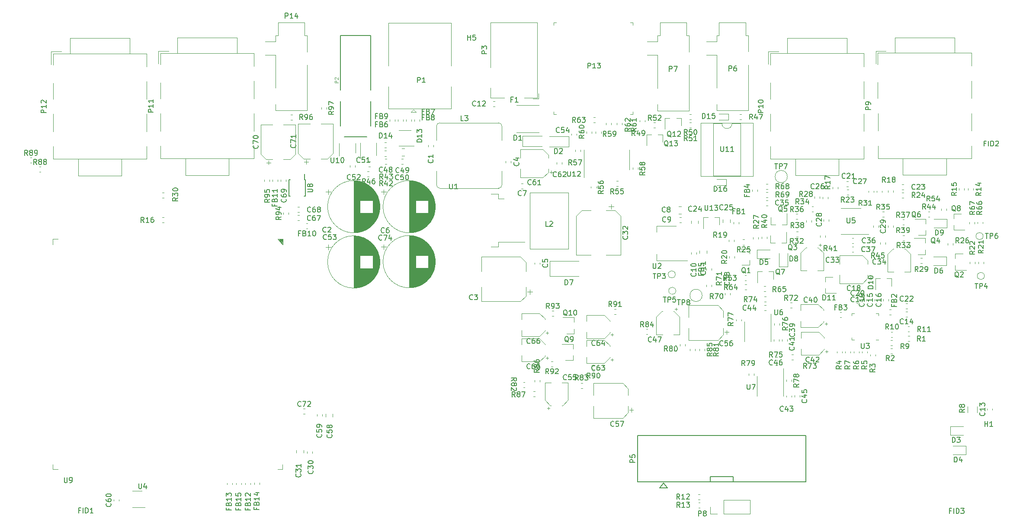
<source format=gbr>
G04 #@! TF.GenerationSoftware,KiCad,Pcbnew,5.1.5-52549c5~84~ubuntu18.04.1*
G04 #@! TF.CreationDate,2020-07-09T18:44:40+02:00*
G04 #@! TF.ProjectId,bottom-board,626f7474-6f6d-42d6-926f-6172642e6b69,rev?*
G04 #@! TF.SameCoordinates,Original*
G04 #@! TF.FileFunction,Legend,Top*
G04 #@! TF.FilePolarity,Positive*
%FSLAX46Y46*%
G04 Gerber Fmt 4.6, Leading zero omitted, Abs format (unit mm)*
G04 Created by KiCad (PCBNEW 5.1.5-52549c5~84~ubuntu18.04.1) date 2020-07-09 18:44:40*
%MOMM*%
%LPD*%
G04 APERTURE LIST*
%ADD10C,0.120000*%
%ADD11C,0.150000*%
%ADD12C,0.100000*%
G04 APERTURE END LIST*
D10*
X110010000Y-125740000D02*
X110990000Y-125740000D01*
X110990000Y-125740000D02*
X110990000Y-124770000D01*
X66970000Y-125730000D02*
X65990000Y-125730000D01*
X65990000Y-125730000D02*
X65990000Y-124760000D01*
X111000000Y-81750000D02*
X111000000Y-80680000D01*
X111000000Y-80680000D02*
X110020000Y-80680000D01*
X66000000Y-80690000D02*
X66980000Y-80690000D01*
X66000000Y-81760000D02*
X66000000Y-80690000D01*
X110980000Y-81770000D02*
X110030000Y-80690000D01*
X110030000Y-80690000D02*
X110060000Y-80680000D01*
X110970000Y-81640000D02*
X110140000Y-80700000D01*
X110960000Y-81510000D02*
X110230000Y-80720000D01*
X110980000Y-81410000D02*
X110260000Y-80690000D01*
X110260000Y-80690000D02*
X110950000Y-81290000D01*
X110950000Y-81290000D02*
X110920000Y-80750000D01*
X110920000Y-80750000D02*
X110410000Y-80760000D01*
X110410000Y-80760000D02*
X110920000Y-81160000D01*
X110920000Y-81160000D02*
X110840000Y-80770000D01*
X110840000Y-80770000D02*
X110550000Y-80820000D01*
X110550000Y-80820000D02*
X110850000Y-81000000D01*
X110850000Y-81000000D02*
X110750000Y-80840000D01*
X110750000Y-80840000D02*
X110620000Y-80960000D01*
X115037221Y-114910000D02*
X115362779Y-114910000D01*
X115037221Y-113890000D02*
X115362779Y-113890000D01*
X209770000Y-68460000D02*
G75*
G03X209770000Y-68460000I-1200000J0D01*
G01*
D11*
X199190000Y-127166800D02*
X199190000Y-128170000D01*
X194690000Y-127166800D02*
X194690000Y-128170000D01*
X194690000Y-127166800D02*
X199190000Y-127166800D01*
X185510000Y-128446000D02*
X184748000Y-129335000D01*
X184748000Y-129335000D02*
X186272000Y-129335000D01*
X186272000Y-129335000D02*
X185510000Y-128446000D01*
X213390000Y-128170000D02*
X213390000Y-119070000D01*
X180490000Y-119070000D02*
X213390000Y-119070000D01*
X180490000Y-128170000D02*
X213390000Y-128170000D01*
X180490000Y-128170000D02*
X180490000Y-119070000D01*
D10*
X198950000Y-58060000D02*
G75*
G02X196950000Y-58060000I-1000000J0D01*
G01*
X196950000Y-58060000D02*
X195300000Y-58060000D01*
X195300000Y-58060000D02*
X195300000Y-68340000D01*
X195300000Y-68340000D02*
X200600000Y-68340000D01*
X200600000Y-68340000D02*
X200600000Y-58060000D01*
X200600000Y-58060000D02*
X198950000Y-58060000D01*
X192810000Y-58000000D02*
X192810000Y-68400000D01*
X192810000Y-68400000D02*
X203090000Y-68400000D01*
X203090000Y-68400000D02*
X203090000Y-58000000D01*
X203090000Y-58000000D02*
X192810000Y-58000000D01*
X216410000Y-81850000D02*
X215910000Y-81850000D01*
X216160000Y-81600000D02*
X216160000Y-82100000D01*
X213404437Y-82340000D02*
X212340000Y-83404437D01*
X215795563Y-82340000D02*
X216860000Y-83404437D01*
X215795563Y-82340000D02*
X215660000Y-82340000D01*
X213404437Y-82340000D02*
X213540000Y-82340000D01*
X212340000Y-83404437D02*
X212340000Y-86860000D01*
X216860000Y-83404437D02*
X216860000Y-86860000D01*
X216860000Y-86860000D02*
X215660000Y-86860000D01*
X212340000Y-86860000D02*
X213540000Y-86860000D01*
X130770354Y-70975000D02*
X130770354Y-71975000D01*
X130270354Y-71475000D02*
X131270354Y-71475000D01*
X140831000Y-73751000D02*
X140831000Y-74949000D01*
X140791000Y-73488000D02*
X140791000Y-75212000D01*
X140751000Y-73288000D02*
X140751000Y-75412000D01*
X140711000Y-73120000D02*
X140711000Y-75580000D01*
X140671000Y-72972000D02*
X140671000Y-75728000D01*
X140631000Y-72840000D02*
X140631000Y-75860000D01*
X140591000Y-72720000D02*
X140591000Y-75980000D01*
X140551000Y-72608000D02*
X140551000Y-76092000D01*
X140511000Y-72504000D02*
X140511000Y-76196000D01*
X140471000Y-72406000D02*
X140471000Y-76294000D01*
X140431000Y-72313000D02*
X140431000Y-76387000D01*
X140391000Y-72225000D02*
X140391000Y-76475000D01*
X140351000Y-72141000D02*
X140351000Y-76559000D01*
X140311000Y-72061000D02*
X140311000Y-76639000D01*
X140271000Y-71985000D02*
X140271000Y-76715000D01*
X140231000Y-71911000D02*
X140231000Y-76789000D01*
X140191000Y-71840000D02*
X140191000Y-76860000D01*
X140151000Y-71771000D02*
X140151000Y-76929000D01*
X140111000Y-71705000D02*
X140111000Y-76995000D01*
X140071000Y-71641000D02*
X140071000Y-77059000D01*
X140031000Y-71580000D02*
X140031000Y-77120000D01*
X139991000Y-71520000D02*
X139991000Y-77180000D01*
X139951000Y-71461000D02*
X139951000Y-77239000D01*
X139911000Y-71405000D02*
X139911000Y-77295000D01*
X139871000Y-71350000D02*
X139871000Y-77350000D01*
X139831000Y-71296000D02*
X139831000Y-77404000D01*
X139791000Y-71244000D02*
X139791000Y-77456000D01*
X139751000Y-71194000D02*
X139751000Y-77506000D01*
X139711000Y-71144000D02*
X139711000Y-77556000D01*
X139671000Y-71096000D02*
X139671000Y-77604000D01*
X139631000Y-71049000D02*
X139631000Y-77651000D01*
X139591000Y-71003000D02*
X139591000Y-77697000D01*
X139551000Y-70958000D02*
X139551000Y-77742000D01*
X139511000Y-70914000D02*
X139511000Y-77786000D01*
X139471000Y-75591000D02*
X139471000Y-77828000D01*
X139471000Y-70872000D02*
X139471000Y-73109000D01*
X139431000Y-75591000D02*
X139431000Y-77870000D01*
X139431000Y-70830000D02*
X139431000Y-73109000D01*
X139391000Y-75591000D02*
X139391000Y-77911000D01*
X139391000Y-70789000D02*
X139391000Y-73109000D01*
X139351000Y-75591000D02*
X139351000Y-77951000D01*
X139351000Y-70749000D02*
X139351000Y-73109000D01*
X139311000Y-75591000D02*
X139311000Y-77990000D01*
X139311000Y-70710000D02*
X139311000Y-73109000D01*
X139271000Y-75591000D02*
X139271000Y-78029000D01*
X139271000Y-70671000D02*
X139271000Y-73109000D01*
X139231000Y-75591000D02*
X139231000Y-78066000D01*
X139231000Y-70634000D02*
X139231000Y-73109000D01*
X139191000Y-75591000D02*
X139191000Y-78103000D01*
X139191000Y-70597000D02*
X139191000Y-73109000D01*
X139151000Y-75591000D02*
X139151000Y-78139000D01*
X139151000Y-70561000D02*
X139151000Y-73109000D01*
X139111000Y-75591000D02*
X139111000Y-78174000D01*
X139111000Y-70526000D02*
X139111000Y-73109000D01*
X139071000Y-75591000D02*
X139071000Y-78208000D01*
X139071000Y-70492000D02*
X139071000Y-73109000D01*
X139031000Y-75591000D02*
X139031000Y-78242000D01*
X139031000Y-70458000D02*
X139031000Y-73109000D01*
X138991000Y-75591000D02*
X138991000Y-78275000D01*
X138991000Y-70425000D02*
X138991000Y-73109000D01*
X138951000Y-75591000D02*
X138951000Y-78307000D01*
X138951000Y-70393000D02*
X138951000Y-73109000D01*
X138911000Y-75591000D02*
X138911000Y-78339000D01*
X138911000Y-70361000D02*
X138911000Y-73109000D01*
X138871000Y-75591000D02*
X138871000Y-78370000D01*
X138871000Y-70330000D02*
X138871000Y-73109000D01*
X138831000Y-75591000D02*
X138831000Y-78400000D01*
X138831000Y-70300000D02*
X138831000Y-73109000D01*
X138791000Y-75591000D02*
X138791000Y-78430000D01*
X138791000Y-70270000D02*
X138791000Y-73109000D01*
X138751000Y-75591000D02*
X138751000Y-78460000D01*
X138751000Y-70240000D02*
X138751000Y-73109000D01*
X138711000Y-75591000D02*
X138711000Y-78488000D01*
X138711000Y-70212000D02*
X138711000Y-73109000D01*
X138671000Y-75591000D02*
X138671000Y-78516000D01*
X138671000Y-70184000D02*
X138671000Y-73109000D01*
X138631000Y-75591000D02*
X138631000Y-78544000D01*
X138631000Y-70156000D02*
X138631000Y-73109000D01*
X138591000Y-75591000D02*
X138591000Y-78571000D01*
X138591000Y-70129000D02*
X138591000Y-73109000D01*
X138551000Y-75591000D02*
X138551000Y-78597000D01*
X138551000Y-70103000D02*
X138551000Y-73109000D01*
X138511000Y-75591000D02*
X138511000Y-78623000D01*
X138511000Y-70077000D02*
X138511000Y-73109000D01*
X138471000Y-75591000D02*
X138471000Y-78648000D01*
X138471000Y-70052000D02*
X138471000Y-73109000D01*
X138431000Y-75591000D02*
X138431000Y-78673000D01*
X138431000Y-70027000D02*
X138431000Y-73109000D01*
X138391000Y-75591000D02*
X138391000Y-78697000D01*
X138391000Y-70003000D02*
X138391000Y-73109000D01*
X138351000Y-75591000D02*
X138351000Y-78721000D01*
X138351000Y-69979000D02*
X138351000Y-73109000D01*
X138311000Y-75591000D02*
X138311000Y-78745000D01*
X138311000Y-69955000D02*
X138311000Y-73109000D01*
X138271000Y-75591000D02*
X138271000Y-78767000D01*
X138271000Y-69933000D02*
X138271000Y-73109000D01*
X138231000Y-75591000D02*
X138231000Y-78790000D01*
X138231000Y-69910000D02*
X138231000Y-73109000D01*
X138191000Y-75591000D02*
X138191000Y-78812000D01*
X138191000Y-69888000D02*
X138191000Y-73109000D01*
X138151000Y-75591000D02*
X138151000Y-78833000D01*
X138151000Y-69867000D02*
X138151000Y-73109000D01*
X138111000Y-75591000D02*
X138111000Y-78854000D01*
X138111000Y-69846000D02*
X138111000Y-73109000D01*
X138071000Y-75591000D02*
X138071000Y-78875000D01*
X138071000Y-69825000D02*
X138071000Y-73109000D01*
X138031000Y-75591000D02*
X138031000Y-78895000D01*
X138031000Y-69805000D02*
X138031000Y-73109000D01*
X137991000Y-75591000D02*
X137991000Y-78914000D01*
X137991000Y-69786000D02*
X137991000Y-73109000D01*
X137951000Y-75591000D02*
X137951000Y-78934000D01*
X137951000Y-69766000D02*
X137951000Y-73109000D01*
X137911000Y-75591000D02*
X137911000Y-78953000D01*
X137911000Y-69747000D02*
X137911000Y-73109000D01*
X137871000Y-75591000D02*
X137871000Y-78971000D01*
X137871000Y-69729000D02*
X137871000Y-73109000D01*
X137831000Y-75591000D02*
X137831000Y-78989000D01*
X137831000Y-69711000D02*
X137831000Y-73109000D01*
X137791000Y-75591000D02*
X137791000Y-79007000D01*
X137791000Y-69693000D02*
X137791000Y-73109000D01*
X137751000Y-75591000D02*
X137751000Y-79024000D01*
X137751000Y-69676000D02*
X137751000Y-73109000D01*
X137711000Y-75591000D02*
X137711000Y-79040000D01*
X137711000Y-69660000D02*
X137711000Y-73109000D01*
X137671000Y-75591000D02*
X137671000Y-79057000D01*
X137671000Y-69643000D02*
X137671000Y-73109000D01*
X137631000Y-75591000D02*
X137631000Y-79073000D01*
X137631000Y-69627000D02*
X137631000Y-73109000D01*
X137591000Y-75591000D02*
X137591000Y-79088000D01*
X137591000Y-69612000D02*
X137591000Y-73109000D01*
X137551000Y-75591000D02*
X137551000Y-79104000D01*
X137551000Y-69596000D02*
X137551000Y-73109000D01*
X137511000Y-75591000D02*
X137511000Y-79118000D01*
X137511000Y-69582000D02*
X137511000Y-73109000D01*
X137471000Y-75591000D02*
X137471000Y-79133000D01*
X137471000Y-69567000D02*
X137471000Y-73109000D01*
X137431000Y-75591000D02*
X137431000Y-79147000D01*
X137431000Y-69553000D02*
X137431000Y-73109000D01*
X137391000Y-75591000D02*
X137391000Y-79161000D01*
X137391000Y-69539000D02*
X137391000Y-73109000D01*
X137351000Y-75591000D02*
X137351000Y-79174000D01*
X137351000Y-69526000D02*
X137351000Y-73109000D01*
X137311000Y-75591000D02*
X137311000Y-79187000D01*
X137311000Y-69513000D02*
X137311000Y-73109000D01*
X137271000Y-75591000D02*
X137271000Y-79200000D01*
X137271000Y-69500000D02*
X137271000Y-73109000D01*
X137231000Y-75591000D02*
X137231000Y-79212000D01*
X137231000Y-69488000D02*
X137231000Y-73109000D01*
X137191000Y-75591000D02*
X137191000Y-79224000D01*
X137191000Y-69476000D02*
X137191000Y-73109000D01*
X137151000Y-75591000D02*
X137151000Y-79235000D01*
X137151000Y-69465000D02*
X137151000Y-73109000D01*
X137111000Y-75591000D02*
X137111000Y-79247000D01*
X137111000Y-69453000D02*
X137111000Y-73109000D01*
X137071000Y-75591000D02*
X137071000Y-79257000D01*
X137071000Y-69443000D02*
X137071000Y-73109000D01*
X137031000Y-75591000D02*
X137031000Y-79268000D01*
X137031000Y-69432000D02*
X137031000Y-73109000D01*
X136991000Y-69422000D02*
X136991000Y-79278000D01*
X136951000Y-69412000D02*
X136951000Y-79288000D01*
X136911000Y-69403000D02*
X136911000Y-79297000D01*
X136871000Y-69394000D02*
X136871000Y-79306000D01*
X136831000Y-69385000D02*
X136831000Y-79315000D01*
X136791000Y-69376000D02*
X136791000Y-79324000D01*
X136751000Y-69368000D02*
X136751000Y-79332000D01*
X136711000Y-69360000D02*
X136711000Y-79340000D01*
X136671000Y-69353000D02*
X136671000Y-79347000D01*
X136631000Y-69346000D02*
X136631000Y-79354000D01*
X136591000Y-69339000D02*
X136591000Y-79361000D01*
X136551000Y-69332000D02*
X136551000Y-79368000D01*
X136511000Y-69326000D02*
X136511000Y-79374000D01*
X136471000Y-69320000D02*
X136471000Y-79380000D01*
X136430000Y-69315000D02*
X136430000Y-79385000D01*
X136390000Y-69310000D02*
X136390000Y-79390000D01*
X136350000Y-69305000D02*
X136350000Y-79395000D01*
X136310000Y-69300000D02*
X136310000Y-79400000D01*
X136270000Y-69296000D02*
X136270000Y-79404000D01*
X136230000Y-69292000D02*
X136230000Y-79408000D01*
X136190000Y-69288000D02*
X136190000Y-79412000D01*
X136150000Y-69285000D02*
X136150000Y-79415000D01*
X136110000Y-69282000D02*
X136110000Y-79418000D01*
X136070000Y-69280000D02*
X136070000Y-79420000D01*
X136030000Y-69277000D02*
X136030000Y-79423000D01*
X135990000Y-69275000D02*
X135990000Y-79425000D01*
X135950000Y-69273000D02*
X135950000Y-79427000D01*
X135910000Y-69272000D02*
X135910000Y-79428000D01*
X135870000Y-69271000D02*
X135870000Y-79429000D01*
X135830000Y-69270000D02*
X135830000Y-79430000D01*
X135790000Y-69270000D02*
X135790000Y-79430000D01*
X135750000Y-69270000D02*
X135750000Y-79430000D01*
X140870000Y-74350000D02*
G75*
G03X140870000Y-74350000I-5120000J0D01*
G01*
X125170000Y-66274721D02*
X125170000Y-66600279D01*
X124150000Y-66274721D02*
X124150000Y-66600279D01*
X149890000Y-84160000D02*
X149890000Y-87010000D01*
X149890000Y-92880000D02*
X149890000Y-90030000D01*
X157545563Y-92880000D02*
X149890000Y-92880000D01*
X157545563Y-84160000D02*
X149890000Y-84160000D01*
X158610000Y-85224437D02*
X158610000Y-87010000D01*
X158610000Y-91815563D02*
X158610000Y-90030000D01*
X158610000Y-91815563D02*
X157545563Y-92880000D01*
X158610000Y-85224437D02*
X157545563Y-84160000D01*
X159850000Y-91030000D02*
X158850000Y-91030000D01*
X159350000Y-91530000D02*
X159350000Y-90530000D01*
X194030000Y-82953922D02*
X194030000Y-83471078D01*
X192610000Y-82953922D02*
X192610000Y-83471078D01*
X140510000Y-62625279D02*
X140510000Y-62299721D01*
X139490000Y-62625279D02*
X139490000Y-62299721D01*
X154640000Y-65775279D02*
X154640000Y-65449721D01*
X155660000Y-65775279D02*
X155660000Y-65449721D01*
X160300000Y-85612779D02*
X160300000Y-85287221D01*
X161320000Y-85612779D02*
X161320000Y-85287221D01*
X158025279Y-69790000D02*
X157699721Y-69790000D01*
X158025279Y-70810000D02*
X157699721Y-70810000D01*
X188463922Y-75730000D02*
X188981078Y-75730000D01*
X188463922Y-74310000D02*
X188981078Y-74310000D01*
X188709721Y-76460000D02*
X189035279Y-76460000D01*
X188709721Y-77480000D02*
X189035279Y-77480000D01*
X190960000Y-83299721D02*
X190960000Y-83625279D01*
X191980000Y-83299721D02*
X191980000Y-83625279D01*
X192350320Y-77601638D02*
X192350320Y-77084482D01*
X190930320Y-77601638D02*
X190930320Y-77084482D01*
X198563160Y-76896522D02*
X198563160Y-77413678D01*
X197143160Y-76896522D02*
X197143160Y-77413678D01*
X115060000Y-121941422D02*
X115060000Y-122458578D01*
X113640000Y-121941422D02*
X113640000Y-122458578D01*
X115790000Y-122277221D02*
X115790000Y-122602779D01*
X116810000Y-122277221D02*
X116810000Y-122602779D01*
X130913161Y-61761240D02*
X131238719Y-61761240D01*
X130913161Y-62781240D02*
X131238719Y-62781240D01*
X134299362Y-63009040D02*
X134816518Y-63009040D01*
X134299362Y-64429040D02*
X134816518Y-64429040D01*
X134535439Y-66022280D02*
X134209881Y-66022280D01*
X134535439Y-65002280D02*
X134209881Y-65002280D01*
X128142779Y-65540000D02*
X127817221Y-65540000D01*
X128142779Y-66560000D02*
X127817221Y-66560000D01*
X167490000Y-60375279D02*
X167490000Y-60049721D01*
X168510000Y-60375279D02*
X168510000Y-60049721D01*
X120810000Y-115421078D02*
X120810000Y-114903922D01*
X119390000Y-115421078D02*
X119390000Y-114903922D01*
X117690000Y-115262779D02*
X117690000Y-114937221D01*
X118710000Y-115262779D02*
X118710000Y-114937221D01*
X78910000Y-131925279D02*
X78910000Y-131599721D01*
X77890000Y-131925279D02*
X77890000Y-131599721D01*
X157900000Y-60550000D02*
X161750000Y-60550000D01*
X157900000Y-62550000D02*
X161750000Y-62550000D01*
X157900000Y-60550000D02*
X157900000Y-62550000D01*
X167000000Y-62600000D02*
X167000000Y-60600000D01*
X167000000Y-60600000D02*
X163150000Y-60600000D01*
X167000000Y-62600000D02*
X163150000Y-62600000D01*
X136126480Y-59375040D02*
X133726480Y-59375040D01*
X133726480Y-62475040D02*
X136676480Y-62475040D01*
X126220000Y-61910000D02*
X126220000Y-64860000D01*
X129320000Y-64310000D02*
X129320000Y-61910000D01*
X196400000Y-56200000D02*
X198250000Y-56200000D01*
X196400000Y-57400000D02*
X198250000Y-57400000D01*
X198250000Y-57400000D02*
X198250000Y-56200000D01*
X197800000Y-70175000D02*
X197800000Y-68975000D01*
X195950000Y-70175000D02*
X197800000Y-70175000D01*
X195950000Y-68975000D02*
X197800000Y-68975000D01*
X131690000Y-50900000D02*
X131690000Y-55160000D01*
X131690000Y-55160000D02*
X144010000Y-55160000D01*
X144010000Y-55160000D02*
X144010000Y-50900000D01*
X131690000Y-46800000D02*
X131690000Y-38440000D01*
X131690000Y-38440000D02*
X144010000Y-38440000D01*
X144010000Y-38440000D02*
X144010000Y-46800000D01*
X136600000Y-55380000D02*
X136100000Y-55880000D01*
X136100000Y-55880000D02*
X137100000Y-55880000D01*
X137100000Y-55880000D02*
X136600000Y-55380000D01*
X195920000Y-42040000D02*
X195920000Y-40840000D01*
X195920000Y-40840000D02*
X196420000Y-40840000D01*
X196420000Y-40840000D02*
X196420000Y-38340000D01*
X196420000Y-38340000D02*
X201620000Y-38340000D01*
X201620000Y-38340000D02*
X201620000Y-40840000D01*
X201620000Y-40840000D02*
X202120000Y-40840000D01*
X202120000Y-40840000D02*
X202120000Y-44040000D01*
X202120000Y-46640000D02*
X202120000Y-55540000D01*
X202120000Y-55540000D02*
X195920000Y-55540000D01*
X195920000Y-55540000D02*
X195920000Y-54340000D01*
X195920000Y-51140000D02*
X195920000Y-44640000D01*
X195920000Y-42040000D02*
X193920000Y-42040000D01*
X195920000Y-44640000D02*
X193920000Y-44640000D01*
X184350000Y-44670000D02*
X182350000Y-44670000D01*
X184350000Y-42070000D02*
X182350000Y-42070000D01*
X184350000Y-51170000D02*
X184350000Y-44670000D01*
X184350000Y-55570000D02*
X184350000Y-54370000D01*
X190550000Y-55570000D02*
X184350000Y-55570000D01*
X190550000Y-46670000D02*
X190550000Y-55570000D01*
X190550000Y-40870000D02*
X190550000Y-44070000D01*
X190050000Y-40870000D02*
X190550000Y-40870000D01*
X190050000Y-38370000D02*
X190050000Y-40870000D01*
X184850000Y-38370000D02*
X190050000Y-38370000D01*
X184850000Y-40870000D02*
X184850000Y-38370000D01*
X184350000Y-40870000D02*
X184850000Y-40870000D01*
X184350000Y-42070000D02*
X184350000Y-40870000D01*
X131335239Y-65002280D02*
X131009681Y-65002280D01*
X131335239Y-66022280D02*
X131009681Y-66022280D01*
X130928401Y-63432560D02*
X131253959Y-63432560D01*
X130928401Y-64452560D02*
X131253959Y-64452560D01*
X127517221Y-68450000D02*
X127842779Y-68450000D01*
X127517221Y-67430000D02*
X127842779Y-67430000D01*
X190962779Y-58910000D02*
X190637221Y-58910000D01*
X190962779Y-57890000D02*
X190637221Y-57890000D01*
X183624721Y-58910000D02*
X183950279Y-58910000D01*
X183624721Y-57890000D02*
X183950279Y-57890000D01*
X176349721Y-69290000D02*
X176675279Y-69290000D01*
X176349721Y-70310000D02*
X176675279Y-70310000D01*
X171360000Y-70379721D02*
X171360000Y-70705279D01*
X172380000Y-70379721D02*
X172380000Y-70705279D01*
X168290000Y-63224721D02*
X168290000Y-63550279D01*
X169310000Y-63224721D02*
X169310000Y-63550279D01*
X179490000Y-66737221D02*
X179490000Y-67062779D01*
X180510000Y-66737221D02*
X180510000Y-67062779D01*
X87767279Y-72646000D02*
X87441721Y-72646000D01*
X87767279Y-71626000D02*
X87441721Y-71626000D01*
X151725000Y-82220000D02*
X153225000Y-82220000D01*
X153225000Y-82220000D02*
X153225000Y-81270000D01*
X153225000Y-81270000D02*
X158350000Y-81270000D01*
X151725000Y-71820000D02*
X153225000Y-71820000D01*
X153225000Y-71820000D02*
X153225000Y-72770000D01*
X153225000Y-72770000D02*
X154325000Y-72770000D01*
X184210000Y-78090000D02*
X184210000Y-79350000D01*
X184210000Y-84910000D02*
X184210000Y-83650000D01*
X187970000Y-78090000D02*
X184210000Y-78090000D01*
X190220000Y-84910000D02*
X184210000Y-84910000D01*
X81600000Y-133160000D02*
X84050000Y-133160000D01*
X83400000Y-129940000D02*
X81600000Y-129940000D01*
X125290000Y-63790000D02*
X125290000Y-61990000D01*
X122070000Y-61990000D02*
X122070000Y-64440000D01*
X178835000Y-65200000D02*
X178835000Y-63250000D01*
X178835000Y-65200000D02*
X178835000Y-67150000D01*
X169965000Y-65200000D02*
X169965000Y-63250000D01*
X169965000Y-65200000D02*
X169965000Y-68650000D01*
X196486760Y-76443600D02*
X195556760Y-76443600D01*
X193326760Y-76443600D02*
X194256760Y-76443600D01*
X193326760Y-76443600D02*
X193326760Y-78603600D01*
X196486760Y-76443600D02*
X196486760Y-77903600D01*
X156758748Y-54530000D02*
X161166252Y-54530000D01*
X156758748Y-59870000D02*
X161166252Y-59870000D01*
X141750000Y-57950000D02*
X153250000Y-57950000D01*
X141100000Y-58600000D02*
X141100000Y-61350000D01*
X153250000Y-70750000D02*
X141750000Y-70750000D01*
X153900000Y-58600000D02*
X153900000Y-61350000D01*
X141100000Y-67350000D02*
X141100000Y-70100000D01*
X153900000Y-67350000D02*
X153900000Y-70100000D01*
X141100000Y-58600000D02*
G75*
G02X141750000Y-57950000I650000J0D01*
G01*
X141750000Y-70750000D02*
G75*
G02X141100000Y-70100000I0J650000D01*
G01*
X153900000Y-70100000D02*
G75*
G02X153250000Y-70750000I-650000J0D01*
G01*
X153250000Y-57950000D02*
G75*
G02X153900000Y-58600000I0J-650000D01*
G01*
X188980000Y-57010000D02*
X188980000Y-58470000D01*
X185820000Y-57010000D02*
X185820000Y-59170000D01*
X185820000Y-57010000D02*
X186750000Y-57010000D01*
X188980000Y-57010000D02*
X188050000Y-57010000D01*
X185380000Y-60240000D02*
X184450000Y-60240000D01*
X182220000Y-60240000D02*
X183150000Y-60240000D01*
X182220000Y-60240000D02*
X182220000Y-62400000D01*
X185380000Y-60240000D02*
X185380000Y-61700000D01*
X168950000Y-84950000D02*
X163250000Y-84950000D01*
X163250000Y-84950000D02*
X163250000Y-87950000D01*
X163250000Y-87950000D02*
X168950000Y-87950000D01*
X173310000Y-59649721D02*
X173310000Y-59975279D01*
X172290000Y-59649721D02*
X172290000Y-59975279D01*
X171510000Y-59649721D02*
X171510000Y-59975279D01*
X170490000Y-59649721D02*
X170490000Y-59975279D01*
X177440000Y-57977221D02*
X177440000Y-58302779D01*
X176420000Y-57977221D02*
X176420000Y-58302779D01*
X174290000Y-57987221D02*
X174290000Y-58312779D01*
X175310000Y-57987221D02*
X175310000Y-58312779D01*
X172150279Y-56890000D02*
X171824721Y-56890000D01*
X172150279Y-57910000D02*
X171824721Y-57910000D01*
X181910000Y-57424721D02*
X181910000Y-57750279D01*
X180890000Y-57424721D02*
X180890000Y-57750279D01*
X190962779Y-56290000D02*
X190637221Y-56290000D01*
X190962779Y-57310000D02*
X190637221Y-57310000D01*
X200762779Y-57310000D02*
X200437221Y-57310000D01*
X200762779Y-56290000D02*
X200437221Y-56290000D01*
X130020000Y-74350000D02*
G75*
G03X130020000Y-74350000I-5120000J0D01*
G01*
X124900000Y-69270000D02*
X124900000Y-79430000D01*
X124940000Y-69270000D02*
X124940000Y-79430000D01*
X124980000Y-69270000D02*
X124980000Y-79430000D01*
X125020000Y-69271000D02*
X125020000Y-79429000D01*
X125060000Y-69272000D02*
X125060000Y-79428000D01*
X125100000Y-69273000D02*
X125100000Y-79427000D01*
X125140000Y-69275000D02*
X125140000Y-79425000D01*
X125180000Y-69277000D02*
X125180000Y-79423000D01*
X125220000Y-69280000D02*
X125220000Y-79420000D01*
X125260000Y-69282000D02*
X125260000Y-79418000D01*
X125300000Y-69285000D02*
X125300000Y-79415000D01*
X125340000Y-69288000D02*
X125340000Y-79412000D01*
X125380000Y-69292000D02*
X125380000Y-79408000D01*
X125420000Y-69296000D02*
X125420000Y-79404000D01*
X125460000Y-69300000D02*
X125460000Y-79400000D01*
X125500000Y-69305000D02*
X125500000Y-79395000D01*
X125540000Y-69310000D02*
X125540000Y-79390000D01*
X125580000Y-69315000D02*
X125580000Y-79385000D01*
X125621000Y-69320000D02*
X125621000Y-79380000D01*
X125661000Y-69326000D02*
X125661000Y-79374000D01*
X125701000Y-69332000D02*
X125701000Y-79368000D01*
X125741000Y-69339000D02*
X125741000Y-79361000D01*
X125781000Y-69346000D02*
X125781000Y-79354000D01*
X125821000Y-69353000D02*
X125821000Y-79347000D01*
X125861000Y-69360000D02*
X125861000Y-79340000D01*
X125901000Y-69368000D02*
X125901000Y-79332000D01*
X125941000Y-69376000D02*
X125941000Y-79324000D01*
X125981000Y-69385000D02*
X125981000Y-79315000D01*
X126021000Y-69394000D02*
X126021000Y-79306000D01*
X126061000Y-69403000D02*
X126061000Y-79297000D01*
X126101000Y-69412000D02*
X126101000Y-79288000D01*
X126141000Y-69422000D02*
X126141000Y-79278000D01*
X126181000Y-69432000D02*
X126181000Y-73109000D01*
X126181000Y-75591000D02*
X126181000Y-79268000D01*
X126221000Y-69443000D02*
X126221000Y-73109000D01*
X126221000Y-75591000D02*
X126221000Y-79257000D01*
X126261000Y-69453000D02*
X126261000Y-73109000D01*
X126261000Y-75591000D02*
X126261000Y-79247000D01*
X126301000Y-69465000D02*
X126301000Y-73109000D01*
X126301000Y-75591000D02*
X126301000Y-79235000D01*
X126341000Y-69476000D02*
X126341000Y-73109000D01*
X126341000Y-75591000D02*
X126341000Y-79224000D01*
X126381000Y-69488000D02*
X126381000Y-73109000D01*
X126381000Y-75591000D02*
X126381000Y-79212000D01*
X126421000Y-69500000D02*
X126421000Y-73109000D01*
X126421000Y-75591000D02*
X126421000Y-79200000D01*
X126461000Y-69513000D02*
X126461000Y-73109000D01*
X126461000Y-75591000D02*
X126461000Y-79187000D01*
X126501000Y-69526000D02*
X126501000Y-73109000D01*
X126501000Y-75591000D02*
X126501000Y-79174000D01*
X126541000Y-69539000D02*
X126541000Y-73109000D01*
X126541000Y-75591000D02*
X126541000Y-79161000D01*
X126581000Y-69553000D02*
X126581000Y-73109000D01*
X126581000Y-75591000D02*
X126581000Y-79147000D01*
X126621000Y-69567000D02*
X126621000Y-73109000D01*
X126621000Y-75591000D02*
X126621000Y-79133000D01*
X126661000Y-69582000D02*
X126661000Y-73109000D01*
X126661000Y-75591000D02*
X126661000Y-79118000D01*
X126701000Y-69596000D02*
X126701000Y-73109000D01*
X126701000Y-75591000D02*
X126701000Y-79104000D01*
X126741000Y-69612000D02*
X126741000Y-73109000D01*
X126741000Y-75591000D02*
X126741000Y-79088000D01*
X126781000Y-69627000D02*
X126781000Y-73109000D01*
X126781000Y-75591000D02*
X126781000Y-79073000D01*
X126821000Y-69643000D02*
X126821000Y-73109000D01*
X126821000Y-75591000D02*
X126821000Y-79057000D01*
X126861000Y-69660000D02*
X126861000Y-73109000D01*
X126861000Y-75591000D02*
X126861000Y-79040000D01*
X126901000Y-69676000D02*
X126901000Y-73109000D01*
X126901000Y-75591000D02*
X126901000Y-79024000D01*
X126941000Y-69693000D02*
X126941000Y-73109000D01*
X126941000Y-75591000D02*
X126941000Y-79007000D01*
X126981000Y-69711000D02*
X126981000Y-73109000D01*
X126981000Y-75591000D02*
X126981000Y-78989000D01*
X127021000Y-69729000D02*
X127021000Y-73109000D01*
X127021000Y-75591000D02*
X127021000Y-78971000D01*
X127061000Y-69747000D02*
X127061000Y-73109000D01*
X127061000Y-75591000D02*
X127061000Y-78953000D01*
X127101000Y-69766000D02*
X127101000Y-73109000D01*
X127101000Y-75591000D02*
X127101000Y-78934000D01*
X127141000Y-69786000D02*
X127141000Y-73109000D01*
X127141000Y-75591000D02*
X127141000Y-78914000D01*
X127181000Y-69805000D02*
X127181000Y-73109000D01*
X127181000Y-75591000D02*
X127181000Y-78895000D01*
X127221000Y-69825000D02*
X127221000Y-73109000D01*
X127221000Y-75591000D02*
X127221000Y-78875000D01*
X127261000Y-69846000D02*
X127261000Y-73109000D01*
X127261000Y-75591000D02*
X127261000Y-78854000D01*
X127301000Y-69867000D02*
X127301000Y-73109000D01*
X127301000Y-75591000D02*
X127301000Y-78833000D01*
X127341000Y-69888000D02*
X127341000Y-73109000D01*
X127341000Y-75591000D02*
X127341000Y-78812000D01*
X127381000Y-69910000D02*
X127381000Y-73109000D01*
X127381000Y-75591000D02*
X127381000Y-78790000D01*
X127421000Y-69933000D02*
X127421000Y-73109000D01*
X127421000Y-75591000D02*
X127421000Y-78767000D01*
X127461000Y-69955000D02*
X127461000Y-73109000D01*
X127461000Y-75591000D02*
X127461000Y-78745000D01*
X127501000Y-69979000D02*
X127501000Y-73109000D01*
X127501000Y-75591000D02*
X127501000Y-78721000D01*
X127541000Y-70003000D02*
X127541000Y-73109000D01*
X127541000Y-75591000D02*
X127541000Y-78697000D01*
X127581000Y-70027000D02*
X127581000Y-73109000D01*
X127581000Y-75591000D02*
X127581000Y-78673000D01*
X127621000Y-70052000D02*
X127621000Y-73109000D01*
X127621000Y-75591000D02*
X127621000Y-78648000D01*
X127661000Y-70077000D02*
X127661000Y-73109000D01*
X127661000Y-75591000D02*
X127661000Y-78623000D01*
X127701000Y-70103000D02*
X127701000Y-73109000D01*
X127701000Y-75591000D02*
X127701000Y-78597000D01*
X127741000Y-70129000D02*
X127741000Y-73109000D01*
X127741000Y-75591000D02*
X127741000Y-78571000D01*
X127781000Y-70156000D02*
X127781000Y-73109000D01*
X127781000Y-75591000D02*
X127781000Y-78544000D01*
X127821000Y-70184000D02*
X127821000Y-73109000D01*
X127821000Y-75591000D02*
X127821000Y-78516000D01*
X127861000Y-70212000D02*
X127861000Y-73109000D01*
X127861000Y-75591000D02*
X127861000Y-78488000D01*
X127901000Y-70240000D02*
X127901000Y-73109000D01*
X127901000Y-75591000D02*
X127901000Y-78460000D01*
X127941000Y-70270000D02*
X127941000Y-73109000D01*
X127941000Y-75591000D02*
X127941000Y-78430000D01*
X127981000Y-70300000D02*
X127981000Y-73109000D01*
X127981000Y-75591000D02*
X127981000Y-78400000D01*
X128021000Y-70330000D02*
X128021000Y-73109000D01*
X128021000Y-75591000D02*
X128021000Y-78370000D01*
X128061000Y-70361000D02*
X128061000Y-73109000D01*
X128061000Y-75591000D02*
X128061000Y-78339000D01*
X128101000Y-70393000D02*
X128101000Y-73109000D01*
X128101000Y-75591000D02*
X128101000Y-78307000D01*
X128141000Y-70425000D02*
X128141000Y-73109000D01*
X128141000Y-75591000D02*
X128141000Y-78275000D01*
X128181000Y-70458000D02*
X128181000Y-73109000D01*
X128181000Y-75591000D02*
X128181000Y-78242000D01*
X128221000Y-70492000D02*
X128221000Y-73109000D01*
X128221000Y-75591000D02*
X128221000Y-78208000D01*
X128261000Y-70526000D02*
X128261000Y-73109000D01*
X128261000Y-75591000D02*
X128261000Y-78174000D01*
X128301000Y-70561000D02*
X128301000Y-73109000D01*
X128301000Y-75591000D02*
X128301000Y-78139000D01*
X128341000Y-70597000D02*
X128341000Y-73109000D01*
X128341000Y-75591000D02*
X128341000Y-78103000D01*
X128381000Y-70634000D02*
X128381000Y-73109000D01*
X128381000Y-75591000D02*
X128381000Y-78066000D01*
X128421000Y-70671000D02*
X128421000Y-73109000D01*
X128421000Y-75591000D02*
X128421000Y-78029000D01*
X128461000Y-70710000D02*
X128461000Y-73109000D01*
X128461000Y-75591000D02*
X128461000Y-77990000D01*
X128501000Y-70749000D02*
X128501000Y-73109000D01*
X128501000Y-75591000D02*
X128501000Y-77951000D01*
X128541000Y-70789000D02*
X128541000Y-73109000D01*
X128541000Y-75591000D02*
X128541000Y-77911000D01*
X128581000Y-70830000D02*
X128581000Y-73109000D01*
X128581000Y-75591000D02*
X128581000Y-77870000D01*
X128621000Y-70872000D02*
X128621000Y-73109000D01*
X128621000Y-75591000D02*
X128621000Y-77828000D01*
X128661000Y-70914000D02*
X128661000Y-77786000D01*
X128701000Y-70958000D02*
X128701000Y-77742000D01*
X128741000Y-71003000D02*
X128741000Y-77697000D01*
X128781000Y-71049000D02*
X128781000Y-77651000D01*
X128821000Y-71096000D02*
X128821000Y-77604000D01*
X128861000Y-71144000D02*
X128861000Y-77556000D01*
X128901000Y-71194000D02*
X128901000Y-77506000D01*
X128941000Y-71244000D02*
X128941000Y-77456000D01*
X128981000Y-71296000D02*
X128981000Y-77404000D01*
X129021000Y-71350000D02*
X129021000Y-77350000D01*
X129061000Y-71405000D02*
X129061000Y-77295000D01*
X129101000Y-71461000D02*
X129101000Y-77239000D01*
X129141000Y-71520000D02*
X129141000Y-77180000D01*
X129181000Y-71580000D02*
X129181000Y-77120000D01*
X129221000Y-71641000D02*
X129221000Y-77059000D01*
X129261000Y-71705000D02*
X129261000Y-76995000D01*
X129301000Y-71771000D02*
X129301000Y-76929000D01*
X129341000Y-71840000D02*
X129341000Y-76860000D01*
X129381000Y-71911000D02*
X129381000Y-76789000D01*
X129421000Y-71985000D02*
X129421000Y-76715000D01*
X129461000Y-72061000D02*
X129461000Y-76639000D01*
X129501000Y-72141000D02*
X129501000Y-76559000D01*
X129541000Y-72225000D02*
X129541000Y-76475000D01*
X129581000Y-72313000D02*
X129581000Y-76387000D01*
X129621000Y-72406000D02*
X129621000Y-76294000D01*
X129661000Y-72504000D02*
X129661000Y-76196000D01*
X129701000Y-72608000D02*
X129701000Y-76092000D01*
X129741000Y-72720000D02*
X129741000Y-75980000D01*
X129781000Y-72840000D02*
X129781000Y-75860000D01*
X129821000Y-72972000D02*
X129821000Y-75728000D01*
X129861000Y-73120000D02*
X129861000Y-75580000D01*
X129901000Y-73288000D02*
X129901000Y-75412000D01*
X129941000Y-73488000D02*
X129941000Y-75212000D01*
X129981000Y-73751000D02*
X129981000Y-74949000D01*
X119420354Y-71475000D02*
X120420354Y-71475000D01*
X119920354Y-70975000D02*
X119920354Y-71975000D01*
X175810000Y-74350000D02*
X174810000Y-74350000D01*
X175310000Y-73850000D02*
X175310000Y-74850000D01*
X169504437Y-75090000D02*
X168440000Y-76154437D01*
X176095563Y-75090000D02*
X177160000Y-76154437D01*
X176095563Y-75090000D02*
X174310000Y-75090000D01*
X169504437Y-75090000D02*
X171290000Y-75090000D01*
X168440000Y-76154437D02*
X168440000Y-83810000D01*
X177160000Y-76154437D02*
X177160000Y-83810000D01*
X177160000Y-83810000D02*
X174310000Y-83810000D01*
X168440000Y-83810000D02*
X171290000Y-83810000D01*
X152525279Y-54760000D02*
X152199721Y-54760000D01*
X152525279Y-53740000D02*
X152199721Y-53740000D01*
X249910000Y-114150279D02*
X249910000Y-113824721D01*
X248890000Y-114150279D02*
X248890000Y-113824721D01*
X233262779Y-94890000D02*
X232937221Y-94890000D01*
X233262779Y-95910000D02*
X232937221Y-95910000D01*
X226890000Y-92775279D02*
X226890000Y-92449721D01*
X227910000Y-92775279D02*
X227910000Y-92449721D01*
X228590000Y-92762779D02*
X228590000Y-92437221D01*
X229610000Y-92762779D02*
X229610000Y-92437221D01*
X223662779Y-90590000D02*
X223337221Y-90590000D01*
X223662779Y-91610000D02*
X223337221Y-91610000D01*
X219998000Y-83854000D02*
X219998000Y-85554000D01*
X219998000Y-89374000D02*
X219998000Y-87674000D01*
X224453563Y-89374000D02*
X219998000Y-89374000D01*
X224453563Y-83854000D02*
X219998000Y-83854000D01*
X225518000Y-84918437D02*
X225518000Y-85554000D01*
X225518000Y-88309563D02*
X225518000Y-87674000D01*
X225518000Y-88309563D02*
X224453563Y-89374000D01*
X225518000Y-84918437D02*
X224453563Y-83854000D01*
X226383000Y-88299000D02*
X225758000Y-88299000D01*
X226070500Y-88611500D02*
X226070500Y-87986500D01*
X225290000Y-92775279D02*
X225290000Y-92449721D01*
X226310000Y-92775279D02*
X226310000Y-92449721D01*
X223337221Y-93210000D02*
X223662779Y-93210000D01*
X223337221Y-92190000D02*
X223662779Y-92190000D01*
X221394721Y-69380000D02*
X221720279Y-69380000D01*
X221394721Y-70400000D02*
X221720279Y-70400000D01*
X232224721Y-70000000D02*
X232550279Y-70000000D01*
X232224721Y-71020000D02*
X232550279Y-71020000D01*
X216890000Y-76849721D02*
X216890000Y-77175279D01*
X217910000Y-76849721D02*
X217910000Y-77175279D01*
X226590000Y-78037221D02*
X226590000Y-78362779D01*
X227610000Y-78037221D02*
X227610000Y-78362779D01*
X233458000Y-82086000D02*
X232958000Y-82086000D01*
X233208000Y-81836000D02*
X233208000Y-82336000D01*
X230452437Y-82576000D02*
X229388000Y-83640437D01*
X232843563Y-82576000D02*
X233908000Y-83640437D01*
X232843563Y-82576000D02*
X232708000Y-82576000D01*
X230452437Y-82576000D02*
X230588000Y-82576000D01*
X229388000Y-83640437D02*
X229388000Y-87096000D01*
X233908000Y-83640437D02*
X233908000Y-87096000D01*
X233908000Y-87096000D02*
X232708000Y-87096000D01*
X229388000Y-87096000D02*
X230588000Y-87096000D01*
X205624721Y-74110000D02*
X205950279Y-74110000D01*
X205624721Y-73090000D02*
X205950279Y-73090000D01*
X222424721Y-80490000D02*
X222750279Y-80490000D01*
X222424721Y-81510000D02*
X222750279Y-81510000D01*
X222750279Y-83210000D02*
X222424721Y-83210000D01*
X222750279Y-82190000D02*
X222424721Y-82190000D01*
X197540000Y-91600279D02*
X197540000Y-91274721D01*
X198560000Y-91600279D02*
X198560000Y-91274721D01*
X207140000Y-100625279D02*
X207140000Y-100299721D01*
X208160000Y-100625279D02*
X208160000Y-100299721D01*
X212340000Y-93440000D02*
X212340000Y-94640000D01*
X212340000Y-97960000D02*
X212340000Y-96760000D01*
X215795563Y-97960000D02*
X212340000Y-97960000D01*
X215795563Y-93440000D02*
X212340000Y-93440000D01*
X216860000Y-94504437D02*
X216860000Y-94640000D01*
X216860000Y-96895563D02*
X216860000Y-96760000D01*
X216860000Y-96895563D02*
X215795563Y-97960000D01*
X216860000Y-94504437D02*
X215795563Y-93440000D01*
X217600000Y-97260000D02*
X217100000Y-97260000D01*
X217350000Y-97510000D02*
X217350000Y-97010000D01*
X208740000Y-100299721D02*
X208740000Y-100625279D01*
X209760000Y-100299721D02*
X209760000Y-100625279D01*
X217450000Y-102910000D02*
X217450000Y-102410000D01*
X217700000Y-102660000D02*
X217200000Y-102660000D01*
X216960000Y-99904437D02*
X215895563Y-98840000D01*
X216960000Y-102295563D02*
X215895563Y-103360000D01*
X216960000Y-102295563D02*
X216960000Y-102160000D01*
X216960000Y-99904437D02*
X216960000Y-100040000D01*
X215895563Y-98840000D02*
X212440000Y-98840000D01*
X215895563Y-103360000D02*
X212440000Y-103360000D01*
X212440000Y-103360000D02*
X212440000Y-102160000D01*
X212440000Y-98840000D02*
X212440000Y-100040000D01*
X209610000Y-111605279D02*
X209610000Y-111279721D01*
X210630000Y-111605279D02*
X210630000Y-111279721D01*
X205600279Y-93640000D02*
X205274721Y-93640000D01*
X205600279Y-94660000D02*
X205274721Y-94660000D01*
X211210000Y-111254721D02*
X211210000Y-111580279D01*
X212230000Y-111254721D02*
X212230000Y-111580279D01*
X207832779Y-104390000D02*
X207507221Y-104390000D01*
X207832779Y-105410000D02*
X207507221Y-105410000D01*
X184140000Y-99360000D02*
X185340000Y-99360000D01*
X188660000Y-99360000D02*
X187460000Y-99360000D01*
X188660000Y-95904437D02*
X188660000Y-99360000D01*
X184140000Y-95904437D02*
X184140000Y-99360000D01*
X185204437Y-94840000D02*
X185340000Y-94840000D01*
X187595563Y-94840000D02*
X187460000Y-94840000D01*
X187595563Y-94840000D02*
X188660000Y-95904437D01*
X185204437Y-94840000D02*
X184140000Y-95904437D01*
X187960000Y-94100000D02*
X187960000Y-94600000D01*
X188210000Y-94350000D02*
X187710000Y-94350000D01*
X166852000Y-108738000D02*
X165652000Y-108738000D01*
X162332000Y-108738000D02*
X163532000Y-108738000D01*
X162332000Y-112193563D02*
X162332000Y-108738000D01*
X166852000Y-112193563D02*
X166852000Y-108738000D01*
X165787563Y-113258000D02*
X165652000Y-113258000D01*
X163396437Y-113258000D02*
X163532000Y-113258000D01*
X163396437Y-113258000D02*
X162332000Y-112193563D01*
X165787563Y-113258000D02*
X166852000Y-112193563D01*
X163032000Y-113998000D02*
X163032000Y-113498000D01*
X162782000Y-113748000D02*
X163282000Y-113748000D01*
X190440000Y-93640000D02*
X190440000Y-95990000D01*
X190440000Y-100460000D02*
X190440000Y-98110000D01*
X196195563Y-100460000D02*
X190440000Y-100460000D01*
X196195563Y-93640000D02*
X190440000Y-93640000D01*
X197260000Y-94704437D02*
X197260000Y-95990000D01*
X197260000Y-99395563D02*
X197260000Y-98110000D01*
X197260000Y-99395563D02*
X196195563Y-100460000D01*
X197260000Y-94704437D02*
X196195563Y-93640000D01*
X198287500Y-98897500D02*
X197500000Y-98897500D01*
X197893750Y-99291250D02*
X197893750Y-98503750D01*
X179253750Y-114511250D02*
X179253750Y-113723750D01*
X179647500Y-114117500D02*
X178860000Y-114117500D01*
X178620000Y-109924437D02*
X177555563Y-108860000D01*
X178620000Y-114615563D02*
X177555563Y-115680000D01*
X178620000Y-114615563D02*
X178620000Y-113330000D01*
X178620000Y-109924437D02*
X178620000Y-111210000D01*
X177555563Y-108860000D02*
X171800000Y-108860000D01*
X177555563Y-115680000D02*
X171800000Y-115680000D01*
X171800000Y-115680000D02*
X171800000Y-113330000D01*
X171800000Y-108860000D02*
X171800000Y-111210000D01*
X157490000Y-63140000D02*
X157490000Y-64840000D01*
X157490000Y-68660000D02*
X157490000Y-66960000D01*
X161945563Y-68660000D02*
X157490000Y-68660000D01*
X161945563Y-63140000D02*
X157490000Y-63140000D01*
X163010000Y-64204437D02*
X163010000Y-64840000D01*
X163010000Y-67595563D02*
X163010000Y-66960000D01*
X163010000Y-67595563D02*
X161945563Y-68660000D01*
X163010000Y-64204437D02*
X161945563Y-63140000D01*
X163875000Y-67585000D02*
X163250000Y-67585000D01*
X163562500Y-67897500D02*
X163562500Y-67272500D01*
X164590000Y-65687221D02*
X164590000Y-66012779D01*
X165610000Y-65687221D02*
X165610000Y-66012779D01*
X170490000Y-100440000D02*
X170490000Y-101640000D01*
X170490000Y-104960000D02*
X170490000Y-103760000D01*
X173945563Y-104960000D02*
X170490000Y-104960000D01*
X173945563Y-100440000D02*
X170490000Y-100440000D01*
X175010000Y-101504437D02*
X175010000Y-101640000D01*
X175010000Y-103895563D02*
X175010000Y-103760000D01*
X175010000Y-103895563D02*
X173945563Y-104960000D01*
X175010000Y-101504437D02*
X173945563Y-100440000D01*
X175750000Y-104260000D02*
X175250000Y-104260000D01*
X175500000Y-104510000D02*
X175500000Y-104010000D01*
X175500000Y-99660000D02*
X175500000Y-99160000D01*
X175750000Y-99410000D02*
X175250000Y-99410000D01*
X175010000Y-96654437D02*
X173945563Y-95590000D01*
X175010000Y-99045563D02*
X173945563Y-100110000D01*
X175010000Y-99045563D02*
X175010000Y-98910000D01*
X175010000Y-96654437D02*
X175010000Y-96790000D01*
X173945563Y-95590000D02*
X170490000Y-95590000D01*
X173945563Y-100110000D02*
X170490000Y-100110000D01*
X170490000Y-100110000D02*
X170490000Y-98910000D01*
X170490000Y-95590000D02*
X170490000Y-96790000D01*
X162800000Y-104210000D02*
X162800000Y-103710000D01*
X163050000Y-103960000D02*
X162550000Y-103960000D01*
X162310000Y-101204437D02*
X161245563Y-100140000D01*
X162310000Y-103595563D02*
X161245563Y-104660000D01*
X162310000Y-103595563D02*
X162310000Y-103460000D01*
X162310000Y-101204437D02*
X162310000Y-101340000D01*
X161245563Y-100140000D02*
X157790000Y-100140000D01*
X161245563Y-104660000D02*
X157790000Y-104660000D01*
X157790000Y-104660000D02*
X157790000Y-103460000D01*
X157790000Y-100140000D02*
X157790000Y-101340000D01*
X157790000Y-95190000D02*
X157790000Y-96390000D01*
X157790000Y-99710000D02*
X157790000Y-98510000D01*
X161245563Y-99710000D02*
X157790000Y-99710000D01*
X161245563Y-95190000D02*
X157790000Y-95190000D01*
X162310000Y-96254437D02*
X162310000Y-96390000D01*
X162310000Y-98645563D02*
X162310000Y-98510000D01*
X162310000Y-98645563D02*
X161245563Y-99710000D01*
X162310000Y-96254437D02*
X161245563Y-95190000D01*
X163050000Y-99010000D02*
X162550000Y-99010000D01*
X162800000Y-99260000D02*
X162800000Y-98760000D01*
X113937221Y-77010000D02*
X114262779Y-77010000D01*
X113937221Y-75990000D02*
X114262779Y-75990000D01*
X114275279Y-74390000D02*
X113949721Y-74390000D01*
X114275279Y-75410000D02*
X113949721Y-75410000D01*
X110640000Y-69400279D02*
X110640000Y-69074721D01*
X111660000Y-69400279D02*
X111660000Y-69074721D01*
X107858750Y-65743750D02*
X108646250Y-65743750D01*
X108252500Y-66137500D02*
X108252500Y-65350000D01*
X112445563Y-65110000D02*
X113510000Y-64045563D01*
X107754437Y-65110000D02*
X106690000Y-64045563D01*
X107754437Y-65110000D02*
X109040000Y-65110000D01*
X112445563Y-65110000D02*
X111160000Y-65110000D01*
X113510000Y-64045563D02*
X113510000Y-58290000D01*
X106690000Y-64045563D02*
X106690000Y-58290000D01*
X106690000Y-58290000D02*
X109040000Y-58290000D01*
X113510000Y-58290000D02*
X111160000Y-58290000D01*
X120860000Y-58140000D02*
X118510000Y-58140000D01*
X114040000Y-58140000D02*
X116390000Y-58140000D01*
X114040000Y-63895563D02*
X114040000Y-58140000D01*
X120860000Y-63895563D02*
X120860000Y-58140000D01*
X119795563Y-64960000D02*
X118510000Y-64960000D01*
X115104437Y-64960000D02*
X116390000Y-64960000D01*
X115104437Y-64960000D02*
X114040000Y-63895563D01*
X119795563Y-64960000D02*
X120860000Y-63895563D01*
X115602500Y-65987500D02*
X115602500Y-65200000D01*
X115208750Y-65593750D02*
X115996250Y-65593750D01*
X241700000Y-117350000D02*
X241700000Y-119050000D01*
X241700000Y-119050000D02*
X244250000Y-119050000D01*
X241700000Y-117350000D02*
X244250000Y-117350000D01*
X244700000Y-122850000D02*
X242150000Y-122850000D01*
X244700000Y-121150000D02*
X242150000Y-121150000D01*
X244700000Y-122850000D02*
X244700000Y-121150000D01*
X203800000Y-82750000D02*
X203800000Y-84450000D01*
X203800000Y-84450000D02*
X206350000Y-84450000D01*
X203800000Y-82750000D02*
X206350000Y-82750000D01*
X240900000Y-85850000D02*
X238350000Y-85850000D01*
X240900000Y-84150000D02*
X238350000Y-84150000D01*
X240900000Y-85850000D02*
X240900000Y-84150000D01*
X208150000Y-86050000D02*
X208150000Y-83500000D01*
X209850000Y-86050000D02*
X209850000Y-83500000D01*
X208150000Y-86050000D02*
X209850000Y-86050000D01*
X241000000Y-78450000D02*
X241000000Y-76750000D01*
X241000000Y-76750000D02*
X238450000Y-76750000D01*
X241000000Y-78450000D02*
X238450000Y-78450000D01*
X199290000Y-77662779D02*
X199290000Y-77337221D01*
X200310000Y-77662779D02*
X200310000Y-77337221D01*
X229737221Y-95510000D02*
X230062779Y-95510000D01*
X229737221Y-94490000D02*
X230062779Y-94490000D01*
X220049721Y-96010000D02*
X220375279Y-96010000D01*
X220049721Y-94990000D02*
X220375279Y-94990000D01*
X202890000Y-71375279D02*
X202890000Y-71049721D01*
X203910000Y-71375279D02*
X203910000Y-71049721D01*
X193940000Y-86437221D02*
X193940000Y-86762779D01*
X194960000Y-86437221D02*
X194960000Y-86762779D01*
X134560000Y-57299721D02*
X134560000Y-57625279D01*
X133540000Y-57299721D02*
X133540000Y-57625279D01*
X135140000Y-57274721D02*
X135140000Y-57600279D01*
X136160000Y-57274721D02*
X136160000Y-57600279D01*
X137760000Y-57287221D02*
X137760000Y-57612779D01*
X136740000Y-57287221D02*
X136740000Y-57612779D01*
X131940000Y-57299721D02*
X131940000Y-57625279D01*
X132960000Y-57299721D02*
X132960000Y-57625279D01*
X115900279Y-78610000D02*
X115574721Y-78610000D01*
X115900279Y-77590000D02*
X115574721Y-77590000D01*
X110060000Y-69087221D02*
X110060000Y-69412779D01*
X109040000Y-69087221D02*
X109040000Y-69412779D01*
D11*
X128260000Y-51560000D02*
X128260000Y-40880000D01*
X122260000Y-51560000D02*
X122260000Y-40880000D01*
X122260000Y-40880000D02*
X128260000Y-40880000D01*
X122260000Y-53740000D02*
X122260000Y-58560000D01*
X127460000Y-60653500D02*
X123060000Y-60653500D01*
X128260000Y-53740000D02*
X128260000Y-58560000D01*
D10*
X160000000Y-53250000D02*
X161050000Y-53250000D01*
X161050000Y-52200000D02*
X161050000Y-53250000D01*
X151650000Y-47150000D02*
X151650000Y-38350000D01*
X151650000Y-38350000D02*
X160850000Y-38350000D01*
X154350000Y-53050000D02*
X151650000Y-53050000D01*
X151650000Y-53050000D02*
X151650000Y-51150000D01*
X160850000Y-38350000D02*
X160850000Y-53050000D01*
X160850000Y-53050000D02*
X158250000Y-53050000D01*
X202450000Y-134420000D02*
X202450000Y-131760000D01*
X197310000Y-134420000D02*
X202450000Y-134420000D01*
X197310000Y-131760000D02*
X202450000Y-131760000D01*
X197310000Y-134420000D02*
X197310000Y-131760000D01*
X196040000Y-134420000D02*
X194710000Y-134420000D01*
X194710000Y-134420000D02*
X194710000Y-133090000D01*
X227490000Y-44290000D02*
X245790000Y-44290000D01*
X245790000Y-44290000D02*
X245790000Y-46840000D01*
X245790000Y-49750000D02*
X245790000Y-53180000D01*
X245790000Y-56100000D02*
X245790000Y-59530000D01*
X227500000Y-59530000D02*
X227500000Y-56100000D01*
X227490000Y-53190000D02*
X227490000Y-50040000D01*
X227490000Y-46540000D02*
X227490000Y-44290000D01*
X227500000Y-64900000D02*
X227500000Y-62450000D01*
X245790000Y-64900000D02*
X245790000Y-62450000D01*
X227500000Y-64900000D02*
X245790000Y-64900000D01*
X242500000Y-41290000D02*
X242500000Y-44290000D01*
X230800000Y-41290000D02*
X242500000Y-41290000D01*
X230800000Y-41290000D02*
X230800000Y-44290000D01*
X232390000Y-64930000D02*
X232390000Y-68150000D01*
X232390000Y-68170000D02*
X240870000Y-68170000D01*
X240900000Y-64930000D02*
X240900000Y-68150000D01*
X229090000Y-43890000D02*
X227090000Y-43890000D01*
X227090000Y-43890000D02*
X227090000Y-46390000D01*
X206440000Y-44380000D02*
X224740000Y-44380000D01*
X224740000Y-44380000D02*
X224740000Y-46930000D01*
X224740000Y-49840000D02*
X224740000Y-53270000D01*
X224740000Y-56190000D02*
X224740000Y-59620000D01*
X206450000Y-59620000D02*
X206450000Y-56190000D01*
X206440000Y-53280000D02*
X206440000Y-50130000D01*
X206440000Y-46630000D02*
X206440000Y-44380000D01*
X206450000Y-64990000D02*
X206450000Y-62540000D01*
X224740000Y-64990000D02*
X224740000Y-62540000D01*
X206450000Y-64990000D02*
X224740000Y-64990000D01*
X221450000Y-41380000D02*
X221450000Y-44380000D01*
X209750000Y-41380000D02*
X221450000Y-41380000D01*
X209750000Y-41380000D02*
X209750000Y-44380000D01*
X211340000Y-65020000D02*
X211340000Y-68240000D01*
X211340000Y-68260000D02*
X219820000Y-68260000D01*
X219850000Y-65020000D02*
X219850000Y-68240000D01*
X208040000Y-43980000D02*
X206040000Y-43980000D01*
X206040000Y-43980000D02*
X206040000Y-46480000D01*
X86670000Y-43910000D02*
X86670000Y-46410000D01*
X88670000Y-43910000D02*
X86670000Y-43910000D01*
X100480000Y-64950000D02*
X100480000Y-68170000D01*
X91970000Y-68190000D02*
X100450000Y-68190000D01*
X91970000Y-64950000D02*
X91970000Y-68170000D01*
X90380000Y-41310000D02*
X90380000Y-44310000D01*
X90380000Y-41310000D02*
X102080000Y-41310000D01*
X102080000Y-41310000D02*
X102080000Y-44310000D01*
X87080000Y-64920000D02*
X105370000Y-64920000D01*
X105370000Y-64920000D02*
X105370000Y-62470000D01*
X87080000Y-64920000D02*
X87080000Y-62470000D01*
X87070000Y-46560000D02*
X87070000Y-44310000D01*
X87070000Y-53210000D02*
X87070000Y-50060000D01*
X87080000Y-59550000D02*
X87080000Y-56120000D01*
X105370000Y-56120000D02*
X105370000Y-59550000D01*
X105370000Y-49770000D02*
X105370000Y-53200000D01*
X105370000Y-44310000D02*
X105370000Y-46860000D01*
X87070000Y-44310000D02*
X105370000Y-44310000D01*
X65680000Y-44010000D02*
X65680000Y-46510000D01*
X67680000Y-44010000D02*
X65680000Y-44010000D01*
X79490000Y-65050000D02*
X79490000Y-68270000D01*
X70980000Y-68290000D02*
X79460000Y-68290000D01*
X70980000Y-65050000D02*
X70980000Y-68270000D01*
X69390000Y-41410000D02*
X69390000Y-44410000D01*
X69390000Y-41410000D02*
X81090000Y-41410000D01*
X81090000Y-41410000D02*
X81090000Y-44410000D01*
X66090000Y-65020000D02*
X84380000Y-65020000D01*
X84380000Y-65020000D02*
X84380000Y-62570000D01*
X66090000Y-65020000D02*
X66090000Y-62570000D01*
X66080000Y-46660000D02*
X66080000Y-44410000D01*
X66080000Y-53310000D02*
X66080000Y-50160000D01*
X66090000Y-59650000D02*
X66090000Y-56220000D01*
X84380000Y-56220000D02*
X84380000Y-59650000D01*
X84380000Y-49870000D02*
X84380000Y-53300000D01*
X84380000Y-44410000D02*
X84380000Y-46960000D01*
X66080000Y-44410000D02*
X84380000Y-44410000D01*
D12*
X164050000Y-38300000D02*
X164050000Y-38800000D01*
X164050000Y-38300000D02*
X164550000Y-38300000D01*
X179550000Y-38300000D02*
X179550000Y-38800000D01*
X179550000Y-38300000D02*
X179050000Y-38300000D01*
X164050000Y-56300000D02*
X164050000Y-55800000D01*
X164050000Y-56300000D02*
X164550000Y-56300000D01*
X179550000Y-56300000D02*
X179550000Y-55800000D01*
X179550000Y-56300000D02*
X179050000Y-56300000D01*
D10*
X109600000Y-42050000D02*
X109600000Y-40850000D01*
X109600000Y-40850000D02*
X110100000Y-40850000D01*
X110100000Y-40850000D02*
X110100000Y-38350000D01*
X110100000Y-38350000D02*
X115300000Y-38350000D01*
X115300000Y-38350000D02*
X115300000Y-40850000D01*
X115300000Y-40850000D02*
X115800000Y-40850000D01*
X115800000Y-40850000D02*
X115800000Y-44050000D01*
X115800000Y-46650000D02*
X115800000Y-55550000D01*
X115800000Y-55550000D02*
X109600000Y-55550000D01*
X109600000Y-55550000D02*
X109600000Y-54350000D01*
X109600000Y-51150000D02*
X109600000Y-44650000D01*
X109600000Y-42050000D02*
X107600000Y-42050000D01*
X109600000Y-44650000D02*
X107600000Y-44650000D01*
X246910000Y-113397936D02*
X246910000Y-114602064D01*
X245090000Y-113397936D02*
X245090000Y-114602064D01*
X233337221Y-97790000D02*
X233662779Y-97790000D01*
X233337221Y-98810000D02*
X233662779Y-98810000D01*
X192354721Y-131610000D02*
X192680279Y-131610000D01*
X192354721Y-130590000D02*
X192680279Y-130590000D01*
X192364721Y-132190000D02*
X192690279Y-132190000D01*
X192364721Y-133210000D02*
X192690279Y-133210000D01*
X246130000Y-71095279D02*
X246130000Y-70769721D01*
X245110000Y-71095279D02*
X245110000Y-70769721D01*
X243360000Y-71082779D02*
X243360000Y-70757221D01*
X244380000Y-71082779D02*
X244380000Y-70757221D01*
X218660000Y-70865279D02*
X218660000Y-70539721D01*
X219680000Y-70865279D02*
X219680000Y-70539721D01*
X230510000Y-71485279D02*
X230510000Y-71159721D01*
X229490000Y-71485279D02*
X229490000Y-71159721D01*
X198390000Y-84350279D02*
X198390000Y-84024721D01*
X199410000Y-84350279D02*
X199410000Y-84024721D01*
X246510000Y-85149721D02*
X246510000Y-85475279D01*
X245490000Y-85149721D02*
X245490000Y-85475279D01*
X221745279Y-70980000D02*
X221419721Y-70980000D01*
X221745279Y-72000000D02*
X221419721Y-72000000D01*
X232550279Y-72620000D02*
X232224721Y-72620000D01*
X232550279Y-71600000D02*
X232224721Y-71600000D01*
X201375279Y-80790000D02*
X201049721Y-80790000D01*
X201375279Y-81810000D02*
X201049721Y-81810000D01*
X242210000Y-81850279D02*
X242210000Y-81524721D01*
X241190000Y-81850279D02*
X241190000Y-81524721D01*
X204110000Y-80337221D02*
X204110000Y-80662779D01*
X203090000Y-80337221D02*
X203090000Y-80662779D01*
X215090000Y-72347221D02*
X215090000Y-72672779D01*
X216110000Y-72347221D02*
X216110000Y-72672779D01*
X225690000Y-71224721D02*
X225690000Y-71550279D01*
X226710000Y-71224721D02*
X226710000Y-71550279D01*
X211549721Y-80210000D02*
X211875279Y-80210000D01*
X211549721Y-79190000D02*
X211875279Y-79190000D01*
X232675279Y-81010000D02*
X232349721Y-81010000D01*
X232675279Y-79990000D02*
X232349721Y-79990000D01*
X214549721Y-74290000D02*
X214875279Y-74290000D01*
X214549721Y-75310000D02*
X214875279Y-75310000D01*
X228750279Y-75290000D02*
X228424721Y-75290000D01*
X228750279Y-76310000D02*
X228424721Y-76310000D01*
X211449721Y-76810000D02*
X211775279Y-76810000D01*
X211449721Y-75790000D02*
X211775279Y-75790000D01*
X232650279Y-77910000D02*
X232324721Y-77910000D01*
X232650279Y-76890000D02*
X232324721Y-76890000D01*
X213490000Y-77350279D02*
X213490000Y-77024721D01*
X214510000Y-77350279D02*
X214510000Y-77024721D01*
X229490000Y-78350279D02*
X229490000Y-78024721D01*
X230510000Y-78350279D02*
X230510000Y-78024721D01*
X204790000Y-80249721D02*
X204790000Y-80575279D01*
X205810000Y-80249721D02*
X205810000Y-80575279D01*
X217210000Y-80350279D02*
X217210000Y-80024721D01*
X216190000Y-80350279D02*
X216190000Y-80024721D01*
X237324721Y-75290000D02*
X237650279Y-75290000D01*
X237324721Y-76310000D02*
X237650279Y-76310000D01*
X229010000Y-81675279D02*
X229010000Y-81349721D01*
X227990000Y-81675279D02*
X227990000Y-81349721D01*
X201750279Y-88810000D02*
X201424721Y-88810000D01*
X201750279Y-87790000D02*
X201424721Y-87790000D01*
X240910000Y-75075279D02*
X240910000Y-74749721D01*
X239890000Y-75075279D02*
X239890000Y-74749721D01*
X205550279Y-89890000D02*
X205224721Y-89890000D01*
X205550279Y-90910000D02*
X205224721Y-90910000D01*
X245390000Y-77349721D02*
X245390000Y-77675279D01*
X246410000Y-77349721D02*
X246410000Y-77675279D01*
X188740000Y-101550279D02*
X188740000Y-101224721D01*
X189760000Y-101550279D02*
X189760000Y-101224721D01*
X192540000Y-102512779D02*
X192540000Y-102187221D01*
X193560000Y-102512779D02*
X193560000Y-102187221D01*
X158079221Y-108710000D02*
X158404779Y-108710000D01*
X158079221Y-109730000D02*
X158404779Y-109730000D01*
X169369721Y-109856000D02*
X169695279Y-109856000D01*
X169369721Y-108836000D02*
X169695279Y-108836000D01*
X182450279Y-98240000D02*
X182124721Y-98240000D01*
X182450279Y-99260000D02*
X182124721Y-99260000D01*
X191760000Y-102199721D02*
X191760000Y-102525279D01*
X190740000Y-102199721D02*
X190740000Y-102525279D01*
X160272000Y-108620779D02*
X160272000Y-108295221D01*
X161292000Y-108620779D02*
X161292000Y-108295221D01*
X160411279Y-111508000D02*
X160085721Y-111508000D01*
X160411279Y-110488000D02*
X160085721Y-110488000D01*
X63337221Y-67566000D02*
X63662779Y-67566000D01*
X63337221Y-66546000D02*
X63662779Y-66546000D01*
X61559221Y-65788000D02*
X61884779Y-65788000D01*
X61559221Y-64768000D02*
X61884779Y-64768000D01*
X171962779Y-105490000D02*
X171637221Y-105490000D01*
X171962779Y-106510000D02*
X171637221Y-106510000D01*
X176205279Y-95410000D02*
X175879721Y-95410000D01*
X176205279Y-94390000D02*
X175879721Y-94390000D01*
X163850279Y-104640000D02*
X163524721Y-104640000D01*
X163850279Y-105660000D02*
X163524721Y-105660000D01*
X164000279Y-94740000D02*
X163674721Y-94740000D01*
X164000279Y-95760000D02*
X163674721Y-95760000D01*
X112160000Y-75825279D02*
X112160000Y-75499721D01*
X111140000Y-75825279D02*
X111140000Y-75499721D01*
X107390000Y-69412779D02*
X107390000Y-69087221D01*
X108410000Y-69412779D02*
X108410000Y-69087221D01*
X112925279Y-57360000D02*
X112599721Y-57360000D01*
X112925279Y-56340000D02*
X112599721Y-56340000D01*
X118590000Y-54899721D02*
X118590000Y-55225279D01*
X119610000Y-54899721D02*
X119610000Y-55225279D01*
D11*
X115475000Y-69075000D02*
X115300000Y-69075000D01*
X115475000Y-72325000D02*
X115200000Y-72325000D01*
X112225000Y-72325000D02*
X112500000Y-72325000D01*
X112225000Y-69075000D02*
X112500000Y-69075000D01*
X115475000Y-69075000D02*
X115475000Y-72325000D01*
X112225000Y-69075000D02*
X112225000Y-72325000D01*
X115300000Y-69075000D02*
X115300000Y-68000000D01*
D10*
X202360000Y-85780000D02*
X202360000Y-84850000D01*
X202360000Y-82620000D02*
X202360000Y-83550000D01*
X202360000Y-82620000D02*
X200200000Y-82620000D01*
X202360000Y-85780000D02*
X200900000Y-85780000D01*
X242640000Y-83570000D02*
X244100000Y-83570000D01*
X242640000Y-86730000D02*
X244800000Y-86730000D01*
X242640000Y-86730000D02*
X242640000Y-85800000D01*
X242640000Y-83570000D02*
X242640000Y-84500000D01*
X206420000Y-81460000D02*
X206420000Y-80000000D01*
X209580000Y-81460000D02*
X209580000Y-79300000D01*
X209580000Y-81460000D02*
X208650000Y-81460000D01*
X206420000Y-81460000D02*
X207350000Y-81460000D01*
X236760000Y-83680000D02*
X236760000Y-82750000D01*
X236760000Y-80520000D02*
X236760000Y-81450000D01*
X236760000Y-80520000D02*
X234600000Y-80520000D01*
X236760000Y-83680000D02*
X235300000Y-83680000D01*
X206520000Y-77860000D02*
X207450000Y-77860000D01*
X209680000Y-77860000D02*
X208750000Y-77860000D01*
X209680000Y-77860000D02*
X209680000Y-75700000D01*
X206520000Y-77860000D02*
X206520000Y-76400000D01*
X236860000Y-79930000D02*
X235400000Y-79930000D01*
X236860000Y-76770000D02*
X234700000Y-76770000D01*
X236860000Y-76770000D02*
X236860000Y-77700000D01*
X236860000Y-79930000D02*
X236860000Y-79000000D01*
X207080000Y-87040000D02*
X206150000Y-87040000D01*
X203920000Y-87040000D02*
X204850000Y-87040000D01*
X203920000Y-87040000D02*
X203920000Y-89200000D01*
X207080000Y-87040000D02*
X207080000Y-88500000D01*
X242340000Y-75720000D02*
X242340000Y-76650000D01*
X242340000Y-78880000D02*
X242340000Y-77950000D01*
X242340000Y-78880000D02*
X244500000Y-78880000D01*
X242340000Y-75720000D02*
X243800000Y-75720000D01*
X167810000Y-104380000D02*
X166350000Y-104380000D01*
X167810000Y-101220000D02*
X165650000Y-101220000D01*
X167810000Y-101220000D02*
X167810000Y-102150000D01*
X167810000Y-104380000D02*
X167810000Y-103450000D01*
X168010000Y-99180000D02*
X166550000Y-99180000D01*
X168010000Y-96020000D02*
X165850000Y-96020000D01*
X168010000Y-96020000D02*
X168010000Y-96950000D01*
X168010000Y-99180000D02*
X168010000Y-98250000D01*
X193100000Y-91700000D02*
G75*
G03X193100000Y-91700000I-1200000J0D01*
G01*
X203860000Y-109430000D02*
X203860000Y-111380000D01*
X203860000Y-109430000D02*
X203860000Y-107480000D01*
X208980000Y-109430000D02*
X208980000Y-111380000D01*
X208980000Y-109430000D02*
X208980000Y-105980000D01*
X222200000Y-79760000D02*
X225650000Y-79760000D01*
X222200000Y-79760000D02*
X220250000Y-79760000D01*
X222200000Y-74640000D02*
X224150000Y-74640000D01*
X222200000Y-74640000D02*
X220250000Y-74640000D01*
X201390000Y-98750000D02*
X201390000Y-100700000D01*
X201390000Y-98750000D02*
X201390000Y-96800000D01*
X206510000Y-98750000D02*
X206510000Y-100700000D01*
X206510000Y-98750000D02*
X206510000Y-95300000D01*
X210675279Y-93090000D02*
X210349721Y-93090000D01*
X210675279Y-94110000D02*
X210349721Y-94110000D01*
X210925279Y-104310000D02*
X210599721Y-104310000D01*
X210925279Y-103290000D02*
X210599721Y-103290000D01*
X205287221Y-91940000D02*
X205612779Y-91940000D01*
X205287221Y-92960000D02*
X205612779Y-92960000D01*
X207487221Y-103800000D02*
X207812779Y-103800000D01*
X207487221Y-102780000D02*
X207812779Y-102780000D01*
X208260000Y-97174721D02*
X208260000Y-97500279D01*
X207240000Y-97174721D02*
X207240000Y-97500279D01*
X199740000Y-96374721D02*
X199740000Y-96700279D01*
X200760000Y-96374721D02*
X200760000Y-96700279D01*
X210630000Y-108204721D02*
X210630000Y-108530279D01*
X209610000Y-108204721D02*
X209610000Y-108530279D01*
X202210000Y-106979721D02*
X202210000Y-107305279D01*
X203230000Y-106979721D02*
X203230000Y-107305279D01*
X199360000Y-81200279D02*
X199360000Y-80874721D01*
X198340000Y-81200279D02*
X198340000Y-80874721D01*
X193940000Y-90000279D02*
X193940000Y-89674721D01*
X194960000Y-90000279D02*
X194960000Y-89674721D01*
X195940000Y-91600279D02*
X195940000Y-91274721D01*
X196960000Y-91600279D02*
X196960000Y-91274721D01*
X222865000Y-100410000D02*
X222390000Y-100410000D01*
X222390000Y-100410000D02*
X222390000Y-99935000D01*
X227135000Y-95190000D02*
X227610000Y-95190000D01*
X227610000Y-95190000D02*
X227610000Y-95665000D01*
X222865000Y-95190000D02*
X222390000Y-95190000D01*
X222390000Y-95190000D02*
X222390000Y-95665000D01*
X227135000Y-100410000D02*
X227610000Y-100410000D01*
X87441721Y-77472000D02*
X87767279Y-77472000D01*
X87441721Y-76452000D02*
X87767279Y-76452000D01*
X247190000Y-85450279D02*
X247190000Y-85124721D01*
X248210000Y-85450279D02*
X248210000Y-85124721D01*
X201762779Y-89590000D02*
X201437221Y-89590000D01*
X201762779Y-90610000D02*
X201437221Y-90610000D01*
X248010000Y-77650279D02*
X248010000Y-77324721D01*
X246990000Y-77650279D02*
X246990000Y-77324721D01*
X205962779Y-70910000D02*
X205637221Y-70910000D01*
X205962779Y-69890000D02*
X205637221Y-69890000D01*
X205624721Y-72510000D02*
X205950279Y-72510000D01*
X205624721Y-71490000D02*
X205950279Y-71490000D01*
X232937221Y-93290000D02*
X233262779Y-93290000D01*
X232937221Y-94310000D02*
X233262779Y-94310000D01*
X233682779Y-99620000D02*
X233357221Y-99620000D01*
X233682779Y-100640000D02*
X233357221Y-100640000D01*
X230352779Y-103080000D02*
X230027221Y-103080000D01*
X230352779Y-102060000D02*
X230027221Y-102060000D01*
X227010000Y-103237221D02*
X227010000Y-103562779D01*
X225990000Y-103237221D02*
X225990000Y-103562779D01*
X220510000Y-102962779D02*
X220510000Y-102637221D01*
X219490000Y-102962779D02*
X219490000Y-102637221D01*
X225410000Y-102637221D02*
X225410000Y-102962779D01*
X224390000Y-102637221D02*
X224390000Y-102962779D01*
X222790000Y-102637221D02*
X222790000Y-102962779D01*
X223810000Y-102637221D02*
X223810000Y-102962779D01*
X222110000Y-102637221D02*
X222110000Y-102962779D01*
X221090000Y-102637221D02*
X221090000Y-102962779D01*
X230024721Y-100490000D02*
X230350279Y-100490000D01*
X230024721Y-101510000D02*
X230350279Y-101510000D01*
X230037221Y-99910000D02*
X230362779Y-99910000D01*
X230037221Y-98890000D02*
X230362779Y-98890000D01*
X216690000Y-72775279D02*
X216690000Y-72449721D01*
X217710000Y-72775279D02*
X217710000Y-72449721D01*
X228310000Y-71550279D02*
X228310000Y-71224721D01*
X227290000Y-71550279D02*
X227290000Y-71224721D01*
X235849721Y-84390000D02*
X236175279Y-84390000D01*
X235849721Y-85410000D02*
X236175279Y-85410000D01*
X187850000Y-87600000D02*
G75*
G03X187850000Y-87600000I-700000J0D01*
G01*
X248350000Y-87900000D02*
G75*
G03X248350000Y-87900000I-700000J0D01*
G01*
X187950000Y-90800000D02*
G75*
G03X187950000Y-90800000I-700000J0D01*
G01*
X248100000Y-80100000D02*
G75*
G03X248100000Y-80100000I-700000J0D01*
G01*
X103630000Y-128386721D02*
X103630000Y-128712279D01*
X104650000Y-128386721D02*
X104650000Y-128712279D01*
X100074000Y-128386721D02*
X100074000Y-128712279D01*
X101094000Y-128386721D02*
X101094000Y-128712279D01*
X106428000Y-128361221D02*
X106428000Y-128686779D01*
X105408000Y-128361221D02*
X105408000Y-128686779D01*
X102872000Y-128386721D02*
X102872000Y-128712279D01*
X101852000Y-128386721D02*
X101852000Y-128712279D01*
X130020000Y-85150000D02*
G75*
G03X130020000Y-85150000I-5120000J0D01*
G01*
X124900000Y-80070000D02*
X124900000Y-90230000D01*
X124940000Y-80070000D02*
X124940000Y-90230000D01*
X124980000Y-80070000D02*
X124980000Y-90230000D01*
X125020000Y-80071000D02*
X125020000Y-90229000D01*
X125060000Y-80072000D02*
X125060000Y-90228000D01*
X125100000Y-80073000D02*
X125100000Y-90227000D01*
X125140000Y-80075000D02*
X125140000Y-90225000D01*
X125180000Y-80077000D02*
X125180000Y-90223000D01*
X125220000Y-80080000D02*
X125220000Y-90220000D01*
X125260000Y-80082000D02*
X125260000Y-90218000D01*
X125300000Y-80085000D02*
X125300000Y-90215000D01*
X125340000Y-80088000D02*
X125340000Y-90212000D01*
X125380000Y-80092000D02*
X125380000Y-90208000D01*
X125420000Y-80096000D02*
X125420000Y-90204000D01*
X125460000Y-80100000D02*
X125460000Y-90200000D01*
X125500000Y-80105000D02*
X125500000Y-90195000D01*
X125540000Y-80110000D02*
X125540000Y-90190000D01*
X125580000Y-80115000D02*
X125580000Y-90185000D01*
X125621000Y-80120000D02*
X125621000Y-90180000D01*
X125661000Y-80126000D02*
X125661000Y-90174000D01*
X125701000Y-80132000D02*
X125701000Y-90168000D01*
X125741000Y-80139000D02*
X125741000Y-90161000D01*
X125781000Y-80146000D02*
X125781000Y-90154000D01*
X125821000Y-80153000D02*
X125821000Y-90147000D01*
X125861000Y-80160000D02*
X125861000Y-90140000D01*
X125901000Y-80168000D02*
X125901000Y-90132000D01*
X125941000Y-80176000D02*
X125941000Y-90124000D01*
X125981000Y-80185000D02*
X125981000Y-90115000D01*
X126021000Y-80194000D02*
X126021000Y-90106000D01*
X126061000Y-80203000D02*
X126061000Y-90097000D01*
X126101000Y-80212000D02*
X126101000Y-90088000D01*
X126141000Y-80222000D02*
X126141000Y-90078000D01*
X126181000Y-80232000D02*
X126181000Y-83909000D01*
X126181000Y-86391000D02*
X126181000Y-90068000D01*
X126221000Y-80243000D02*
X126221000Y-83909000D01*
X126221000Y-86391000D02*
X126221000Y-90057000D01*
X126261000Y-80253000D02*
X126261000Y-83909000D01*
X126261000Y-86391000D02*
X126261000Y-90047000D01*
X126301000Y-80265000D02*
X126301000Y-83909000D01*
X126301000Y-86391000D02*
X126301000Y-90035000D01*
X126341000Y-80276000D02*
X126341000Y-83909000D01*
X126341000Y-86391000D02*
X126341000Y-90024000D01*
X126381000Y-80288000D02*
X126381000Y-83909000D01*
X126381000Y-86391000D02*
X126381000Y-90012000D01*
X126421000Y-80300000D02*
X126421000Y-83909000D01*
X126421000Y-86391000D02*
X126421000Y-90000000D01*
X126461000Y-80313000D02*
X126461000Y-83909000D01*
X126461000Y-86391000D02*
X126461000Y-89987000D01*
X126501000Y-80326000D02*
X126501000Y-83909000D01*
X126501000Y-86391000D02*
X126501000Y-89974000D01*
X126541000Y-80339000D02*
X126541000Y-83909000D01*
X126541000Y-86391000D02*
X126541000Y-89961000D01*
X126581000Y-80353000D02*
X126581000Y-83909000D01*
X126581000Y-86391000D02*
X126581000Y-89947000D01*
X126621000Y-80367000D02*
X126621000Y-83909000D01*
X126621000Y-86391000D02*
X126621000Y-89933000D01*
X126661000Y-80382000D02*
X126661000Y-83909000D01*
X126661000Y-86391000D02*
X126661000Y-89918000D01*
X126701000Y-80396000D02*
X126701000Y-83909000D01*
X126701000Y-86391000D02*
X126701000Y-89904000D01*
X126741000Y-80412000D02*
X126741000Y-83909000D01*
X126741000Y-86391000D02*
X126741000Y-89888000D01*
X126781000Y-80427000D02*
X126781000Y-83909000D01*
X126781000Y-86391000D02*
X126781000Y-89873000D01*
X126821000Y-80443000D02*
X126821000Y-83909000D01*
X126821000Y-86391000D02*
X126821000Y-89857000D01*
X126861000Y-80460000D02*
X126861000Y-83909000D01*
X126861000Y-86391000D02*
X126861000Y-89840000D01*
X126901000Y-80476000D02*
X126901000Y-83909000D01*
X126901000Y-86391000D02*
X126901000Y-89824000D01*
X126941000Y-80493000D02*
X126941000Y-83909000D01*
X126941000Y-86391000D02*
X126941000Y-89807000D01*
X126981000Y-80511000D02*
X126981000Y-83909000D01*
X126981000Y-86391000D02*
X126981000Y-89789000D01*
X127021000Y-80529000D02*
X127021000Y-83909000D01*
X127021000Y-86391000D02*
X127021000Y-89771000D01*
X127061000Y-80547000D02*
X127061000Y-83909000D01*
X127061000Y-86391000D02*
X127061000Y-89753000D01*
X127101000Y-80566000D02*
X127101000Y-83909000D01*
X127101000Y-86391000D02*
X127101000Y-89734000D01*
X127141000Y-80586000D02*
X127141000Y-83909000D01*
X127141000Y-86391000D02*
X127141000Y-89714000D01*
X127181000Y-80605000D02*
X127181000Y-83909000D01*
X127181000Y-86391000D02*
X127181000Y-89695000D01*
X127221000Y-80625000D02*
X127221000Y-83909000D01*
X127221000Y-86391000D02*
X127221000Y-89675000D01*
X127261000Y-80646000D02*
X127261000Y-83909000D01*
X127261000Y-86391000D02*
X127261000Y-89654000D01*
X127301000Y-80667000D02*
X127301000Y-83909000D01*
X127301000Y-86391000D02*
X127301000Y-89633000D01*
X127341000Y-80688000D02*
X127341000Y-83909000D01*
X127341000Y-86391000D02*
X127341000Y-89612000D01*
X127381000Y-80710000D02*
X127381000Y-83909000D01*
X127381000Y-86391000D02*
X127381000Y-89590000D01*
X127421000Y-80733000D02*
X127421000Y-83909000D01*
X127421000Y-86391000D02*
X127421000Y-89567000D01*
X127461000Y-80755000D02*
X127461000Y-83909000D01*
X127461000Y-86391000D02*
X127461000Y-89545000D01*
X127501000Y-80779000D02*
X127501000Y-83909000D01*
X127501000Y-86391000D02*
X127501000Y-89521000D01*
X127541000Y-80803000D02*
X127541000Y-83909000D01*
X127541000Y-86391000D02*
X127541000Y-89497000D01*
X127581000Y-80827000D02*
X127581000Y-83909000D01*
X127581000Y-86391000D02*
X127581000Y-89473000D01*
X127621000Y-80852000D02*
X127621000Y-83909000D01*
X127621000Y-86391000D02*
X127621000Y-89448000D01*
X127661000Y-80877000D02*
X127661000Y-83909000D01*
X127661000Y-86391000D02*
X127661000Y-89423000D01*
X127701000Y-80903000D02*
X127701000Y-83909000D01*
X127701000Y-86391000D02*
X127701000Y-89397000D01*
X127741000Y-80929000D02*
X127741000Y-83909000D01*
X127741000Y-86391000D02*
X127741000Y-89371000D01*
X127781000Y-80956000D02*
X127781000Y-83909000D01*
X127781000Y-86391000D02*
X127781000Y-89344000D01*
X127821000Y-80984000D02*
X127821000Y-83909000D01*
X127821000Y-86391000D02*
X127821000Y-89316000D01*
X127861000Y-81012000D02*
X127861000Y-83909000D01*
X127861000Y-86391000D02*
X127861000Y-89288000D01*
X127901000Y-81040000D02*
X127901000Y-83909000D01*
X127901000Y-86391000D02*
X127901000Y-89260000D01*
X127941000Y-81070000D02*
X127941000Y-83909000D01*
X127941000Y-86391000D02*
X127941000Y-89230000D01*
X127981000Y-81100000D02*
X127981000Y-83909000D01*
X127981000Y-86391000D02*
X127981000Y-89200000D01*
X128021000Y-81130000D02*
X128021000Y-83909000D01*
X128021000Y-86391000D02*
X128021000Y-89170000D01*
X128061000Y-81161000D02*
X128061000Y-83909000D01*
X128061000Y-86391000D02*
X128061000Y-89139000D01*
X128101000Y-81193000D02*
X128101000Y-83909000D01*
X128101000Y-86391000D02*
X128101000Y-89107000D01*
X128141000Y-81225000D02*
X128141000Y-83909000D01*
X128141000Y-86391000D02*
X128141000Y-89075000D01*
X128181000Y-81258000D02*
X128181000Y-83909000D01*
X128181000Y-86391000D02*
X128181000Y-89042000D01*
X128221000Y-81292000D02*
X128221000Y-83909000D01*
X128221000Y-86391000D02*
X128221000Y-89008000D01*
X128261000Y-81326000D02*
X128261000Y-83909000D01*
X128261000Y-86391000D02*
X128261000Y-88974000D01*
X128301000Y-81361000D02*
X128301000Y-83909000D01*
X128301000Y-86391000D02*
X128301000Y-88939000D01*
X128341000Y-81397000D02*
X128341000Y-83909000D01*
X128341000Y-86391000D02*
X128341000Y-88903000D01*
X128381000Y-81434000D02*
X128381000Y-83909000D01*
X128381000Y-86391000D02*
X128381000Y-88866000D01*
X128421000Y-81471000D02*
X128421000Y-83909000D01*
X128421000Y-86391000D02*
X128421000Y-88829000D01*
X128461000Y-81510000D02*
X128461000Y-83909000D01*
X128461000Y-86391000D02*
X128461000Y-88790000D01*
X128501000Y-81549000D02*
X128501000Y-83909000D01*
X128501000Y-86391000D02*
X128501000Y-88751000D01*
X128541000Y-81589000D02*
X128541000Y-83909000D01*
X128541000Y-86391000D02*
X128541000Y-88711000D01*
X128581000Y-81630000D02*
X128581000Y-83909000D01*
X128581000Y-86391000D02*
X128581000Y-88670000D01*
X128621000Y-81672000D02*
X128621000Y-83909000D01*
X128621000Y-86391000D02*
X128621000Y-88628000D01*
X128661000Y-81714000D02*
X128661000Y-88586000D01*
X128701000Y-81758000D02*
X128701000Y-88542000D01*
X128741000Y-81803000D02*
X128741000Y-88497000D01*
X128781000Y-81849000D02*
X128781000Y-88451000D01*
X128821000Y-81896000D02*
X128821000Y-88404000D01*
X128861000Y-81944000D02*
X128861000Y-88356000D01*
X128901000Y-81994000D02*
X128901000Y-88306000D01*
X128941000Y-82044000D02*
X128941000Y-88256000D01*
X128981000Y-82096000D02*
X128981000Y-88204000D01*
X129021000Y-82150000D02*
X129021000Y-88150000D01*
X129061000Y-82205000D02*
X129061000Y-88095000D01*
X129101000Y-82261000D02*
X129101000Y-88039000D01*
X129141000Y-82320000D02*
X129141000Y-87980000D01*
X129181000Y-82380000D02*
X129181000Y-87920000D01*
X129221000Y-82441000D02*
X129221000Y-87859000D01*
X129261000Y-82505000D02*
X129261000Y-87795000D01*
X129301000Y-82571000D02*
X129301000Y-87729000D01*
X129341000Y-82640000D02*
X129341000Y-87660000D01*
X129381000Y-82711000D02*
X129381000Y-87589000D01*
X129421000Y-82785000D02*
X129421000Y-87515000D01*
X129461000Y-82861000D02*
X129461000Y-87439000D01*
X129501000Y-82941000D02*
X129501000Y-87359000D01*
X129541000Y-83025000D02*
X129541000Y-87275000D01*
X129581000Y-83113000D02*
X129581000Y-87187000D01*
X129621000Y-83206000D02*
X129621000Y-87094000D01*
X129661000Y-83304000D02*
X129661000Y-86996000D01*
X129701000Y-83408000D02*
X129701000Y-86892000D01*
X129741000Y-83520000D02*
X129741000Y-86780000D01*
X129781000Y-83640000D02*
X129781000Y-86660000D01*
X129821000Y-83772000D02*
X129821000Y-86528000D01*
X129861000Y-83920000D02*
X129861000Y-86380000D01*
X129901000Y-84088000D02*
X129901000Y-86212000D01*
X129941000Y-84288000D02*
X129941000Y-86012000D01*
X129981000Y-84551000D02*
X129981000Y-85749000D01*
X119420354Y-82275000D02*
X120420354Y-82275000D01*
X119920354Y-81775000D02*
X119920354Y-82775000D01*
X130770354Y-81725000D02*
X130770354Y-82725000D01*
X130270354Y-82225000D02*
X131270354Y-82225000D01*
X140831000Y-84501000D02*
X140831000Y-85699000D01*
X140791000Y-84238000D02*
X140791000Y-85962000D01*
X140751000Y-84038000D02*
X140751000Y-86162000D01*
X140711000Y-83870000D02*
X140711000Y-86330000D01*
X140671000Y-83722000D02*
X140671000Y-86478000D01*
X140631000Y-83590000D02*
X140631000Y-86610000D01*
X140591000Y-83470000D02*
X140591000Y-86730000D01*
X140551000Y-83358000D02*
X140551000Y-86842000D01*
X140511000Y-83254000D02*
X140511000Y-86946000D01*
X140471000Y-83156000D02*
X140471000Y-87044000D01*
X140431000Y-83063000D02*
X140431000Y-87137000D01*
X140391000Y-82975000D02*
X140391000Y-87225000D01*
X140351000Y-82891000D02*
X140351000Y-87309000D01*
X140311000Y-82811000D02*
X140311000Y-87389000D01*
X140271000Y-82735000D02*
X140271000Y-87465000D01*
X140231000Y-82661000D02*
X140231000Y-87539000D01*
X140191000Y-82590000D02*
X140191000Y-87610000D01*
X140151000Y-82521000D02*
X140151000Y-87679000D01*
X140111000Y-82455000D02*
X140111000Y-87745000D01*
X140071000Y-82391000D02*
X140071000Y-87809000D01*
X140031000Y-82330000D02*
X140031000Y-87870000D01*
X139991000Y-82270000D02*
X139991000Y-87930000D01*
X139951000Y-82211000D02*
X139951000Y-87989000D01*
X139911000Y-82155000D02*
X139911000Y-88045000D01*
X139871000Y-82100000D02*
X139871000Y-88100000D01*
X139831000Y-82046000D02*
X139831000Y-88154000D01*
X139791000Y-81994000D02*
X139791000Y-88206000D01*
X139751000Y-81944000D02*
X139751000Y-88256000D01*
X139711000Y-81894000D02*
X139711000Y-88306000D01*
X139671000Y-81846000D02*
X139671000Y-88354000D01*
X139631000Y-81799000D02*
X139631000Y-88401000D01*
X139591000Y-81753000D02*
X139591000Y-88447000D01*
X139551000Y-81708000D02*
X139551000Y-88492000D01*
X139511000Y-81664000D02*
X139511000Y-88536000D01*
X139471000Y-86341000D02*
X139471000Y-88578000D01*
X139471000Y-81622000D02*
X139471000Y-83859000D01*
X139431000Y-86341000D02*
X139431000Y-88620000D01*
X139431000Y-81580000D02*
X139431000Y-83859000D01*
X139391000Y-86341000D02*
X139391000Y-88661000D01*
X139391000Y-81539000D02*
X139391000Y-83859000D01*
X139351000Y-86341000D02*
X139351000Y-88701000D01*
X139351000Y-81499000D02*
X139351000Y-83859000D01*
X139311000Y-86341000D02*
X139311000Y-88740000D01*
X139311000Y-81460000D02*
X139311000Y-83859000D01*
X139271000Y-86341000D02*
X139271000Y-88779000D01*
X139271000Y-81421000D02*
X139271000Y-83859000D01*
X139231000Y-86341000D02*
X139231000Y-88816000D01*
X139231000Y-81384000D02*
X139231000Y-83859000D01*
X139191000Y-86341000D02*
X139191000Y-88853000D01*
X139191000Y-81347000D02*
X139191000Y-83859000D01*
X139151000Y-86341000D02*
X139151000Y-88889000D01*
X139151000Y-81311000D02*
X139151000Y-83859000D01*
X139111000Y-86341000D02*
X139111000Y-88924000D01*
X139111000Y-81276000D02*
X139111000Y-83859000D01*
X139071000Y-86341000D02*
X139071000Y-88958000D01*
X139071000Y-81242000D02*
X139071000Y-83859000D01*
X139031000Y-86341000D02*
X139031000Y-88992000D01*
X139031000Y-81208000D02*
X139031000Y-83859000D01*
X138991000Y-86341000D02*
X138991000Y-89025000D01*
X138991000Y-81175000D02*
X138991000Y-83859000D01*
X138951000Y-86341000D02*
X138951000Y-89057000D01*
X138951000Y-81143000D02*
X138951000Y-83859000D01*
X138911000Y-86341000D02*
X138911000Y-89089000D01*
X138911000Y-81111000D02*
X138911000Y-83859000D01*
X138871000Y-86341000D02*
X138871000Y-89120000D01*
X138871000Y-81080000D02*
X138871000Y-83859000D01*
X138831000Y-86341000D02*
X138831000Y-89150000D01*
X138831000Y-81050000D02*
X138831000Y-83859000D01*
X138791000Y-86341000D02*
X138791000Y-89180000D01*
X138791000Y-81020000D02*
X138791000Y-83859000D01*
X138751000Y-86341000D02*
X138751000Y-89210000D01*
X138751000Y-80990000D02*
X138751000Y-83859000D01*
X138711000Y-86341000D02*
X138711000Y-89238000D01*
X138711000Y-80962000D02*
X138711000Y-83859000D01*
X138671000Y-86341000D02*
X138671000Y-89266000D01*
X138671000Y-80934000D02*
X138671000Y-83859000D01*
X138631000Y-86341000D02*
X138631000Y-89294000D01*
X138631000Y-80906000D02*
X138631000Y-83859000D01*
X138591000Y-86341000D02*
X138591000Y-89321000D01*
X138591000Y-80879000D02*
X138591000Y-83859000D01*
X138551000Y-86341000D02*
X138551000Y-89347000D01*
X138551000Y-80853000D02*
X138551000Y-83859000D01*
X138511000Y-86341000D02*
X138511000Y-89373000D01*
X138511000Y-80827000D02*
X138511000Y-83859000D01*
X138471000Y-86341000D02*
X138471000Y-89398000D01*
X138471000Y-80802000D02*
X138471000Y-83859000D01*
X138431000Y-86341000D02*
X138431000Y-89423000D01*
X138431000Y-80777000D02*
X138431000Y-83859000D01*
X138391000Y-86341000D02*
X138391000Y-89447000D01*
X138391000Y-80753000D02*
X138391000Y-83859000D01*
X138351000Y-86341000D02*
X138351000Y-89471000D01*
X138351000Y-80729000D02*
X138351000Y-83859000D01*
X138311000Y-86341000D02*
X138311000Y-89495000D01*
X138311000Y-80705000D02*
X138311000Y-83859000D01*
X138271000Y-86341000D02*
X138271000Y-89517000D01*
X138271000Y-80683000D02*
X138271000Y-83859000D01*
X138231000Y-86341000D02*
X138231000Y-89540000D01*
X138231000Y-80660000D02*
X138231000Y-83859000D01*
X138191000Y-86341000D02*
X138191000Y-89562000D01*
X138191000Y-80638000D02*
X138191000Y-83859000D01*
X138151000Y-86341000D02*
X138151000Y-89583000D01*
X138151000Y-80617000D02*
X138151000Y-83859000D01*
X138111000Y-86341000D02*
X138111000Y-89604000D01*
X138111000Y-80596000D02*
X138111000Y-83859000D01*
X138071000Y-86341000D02*
X138071000Y-89625000D01*
X138071000Y-80575000D02*
X138071000Y-83859000D01*
X138031000Y-86341000D02*
X138031000Y-89645000D01*
X138031000Y-80555000D02*
X138031000Y-83859000D01*
X137991000Y-86341000D02*
X137991000Y-89664000D01*
X137991000Y-80536000D02*
X137991000Y-83859000D01*
X137951000Y-86341000D02*
X137951000Y-89684000D01*
X137951000Y-80516000D02*
X137951000Y-83859000D01*
X137911000Y-86341000D02*
X137911000Y-89703000D01*
X137911000Y-80497000D02*
X137911000Y-83859000D01*
X137871000Y-86341000D02*
X137871000Y-89721000D01*
X137871000Y-80479000D02*
X137871000Y-83859000D01*
X137831000Y-86341000D02*
X137831000Y-89739000D01*
X137831000Y-80461000D02*
X137831000Y-83859000D01*
X137791000Y-86341000D02*
X137791000Y-89757000D01*
X137791000Y-80443000D02*
X137791000Y-83859000D01*
X137751000Y-86341000D02*
X137751000Y-89774000D01*
X137751000Y-80426000D02*
X137751000Y-83859000D01*
X137711000Y-86341000D02*
X137711000Y-89790000D01*
X137711000Y-80410000D02*
X137711000Y-83859000D01*
X137671000Y-86341000D02*
X137671000Y-89807000D01*
X137671000Y-80393000D02*
X137671000Y-83859000D01*
X137631000Y-86341000D02*
X137631000Y-89823000D01*
X137631000Y-80377000D02*
X137631000Y-83859000D01*
X137591000Y-86341000D02*
X137591000Y-89838000D01*
X137591000Y-80362000D02*
X137591000Y-83859000D01*
X137551000Y-86341000D02*
X137551000Y-89854000D01*
X137551000Y-80346000D02*
X137551000Y-83859000D01*
X137511000Y-86341000D02*
X137511000Y-89868000D01*
X137511000Y-80332000D02*
X137511000Y-83859000D01*
X137471000Y-86341000D02*
X137471000Y-89883000D01*
X137471000Y-80317000D02*
X137471000Y-83859000D01*
X137431000Y-86341000D02*
X137431000Y-89897000D01*
X137431000Y-80303000D02*
X137431000Y-83859000D01*
X137391000Y-86341000D02*
X137391000Y-89911000D01*
X137391000Y-80289000D02*
X137391000Y-83859000D01*
X137351000Y-86341000D02*
X137351000Y-89924000D01*
X137351000Y-80276000D02*
X137351000Y-83859000D01*
X137311000Y-86341000D02*
X137311000Y-89937000D01*
X137311000Y-80263000D02*
X137311000Y-83859000D01*
X137271000Y-86341000D02*
X137271000Y-89950000D01*
X137271000Y-80250000D02*
X137271000Y-83859000D01*
X137231000Y-86341000D02*
X137231000Y-89962000D01*
X137231000Y-80238000D02*
X137231000Y-83859000D01*
X137191000Y-86341000D02*
X137191000Y-89974000D01*
X137191000Y-80226000D02*
X137191000Y-83859000D01*
X137151000Y-86341000D02*
X137151000Y-89985000D01*
X137151000Y-80215000D02*
X137151000Y-83859000D01*
X137111000Y-86341000D02*
X137111000Y-89997000D01*
X137111000Y-80203000D02*
X137111000Y-83859000D01*
X137071000Y-86341000D02*
X137071000Y-90007000D01*
X137071000Y-80193000D02*
X137071000Y-83859000D01*
X137031000Y-86341000D02*
X137031000Y-90018000D01*
X137031000Y-80182000D02*
X137031000Y-83859000D01*
X136991000Y-80172000D02*
X136991000Y-90028000D01*
X136951000Y-80162000D02*
X136951000Y-90038000D01*
X136911000Y-80153000D02*
X136911000Y-90047000D01*
X136871000Y-80144000D02*
X136871000Y-90056000D01*
X136831000Y-80135000D02*
X136831000Y-90065000D01*
X136791000Y-80126000D02*
X136791000Y-90074000D01*
X136751000Y-80118000D02*
X136751000Y-90082000D01*
X136711000Y-80110000D02*
X136711000Y-90090000D01*
X136671000Y-80103000D02*
X136671000Y-90097000D01*
X136631000Y-80096000D02*
X136631000Y-90104000D01*
X136591000Y-80089000D02*
X136591000Y-90111000D01*
X136551000Y-80082000D02*
X136551000Y-90118000D01*
X136511000Y-80076000D02*
X136511000Y-90124000D01*
X136471000Y-80070000D02*
X136471000Y-90130000D01*
X136430000Y-80065000D02*
X136430000Y-90135000D01*
X136390000Y-80060000D02*
X136390000Y-90140000D01*
X136350000Y-80055000D02*
X136350000Y-90145000D01*
X136310000Y-80050000D02*
X136310000Y-90150000D01*
X136270000Y-80046000D02*
X136270000Y-90154000D01*
X136230000Y-80042000D02*
X136230000Y-90158000D01*
X136190000Y-80038000D02*
X136190000Y-90162000D01*
X136150000Y-80035000D02*
X136150000Y-90165000D01*
X136110000Y-80032000D02*
X136110000Y-90168000D01*
X136070000Y-80030000D02*
X136070000Y-90170000D01*
X136030000Y-80027000D02*
X136030000Y-90173000D01*
X135990000Y-80025000D02*
X135990000Y-90175000D01*
X135950000Y-80023000D02*
X135950000Y-90177000D01*
X135910000Y-80022000D02*
X135910000Y-90178000D01*
X135870000Y-80021000D02*
X135870000Y-90179000D01*
X135830000Y-80020000D02*
X135830000Y-90180000D01*
X135790000Y-80020000D02*
X135790000Y-90180000D01*
X135750000Y-80020000D02*
X135750000Y-90180000D01*
X140870000Y-85100000D02*
G75*
G03X140870000Y-85100000I-5120000J0D01*
G01*
X159352700Y-82634100D02*
X159352700Y-71635900D01*
X166934600Y-82621400D02*
X159352700Y-82634100D01*
X166934600Y-71635900D02*
X166934600Y-82621400D01*
X159352700Y-71635900D02*
X166934600Y-71635900D01*
X230180000Y-88394000D02*
X229250000Y-88394000D01*
X227020000Y-88394000D02*
X227950000Y-88394000D01*
X227020000Y-88394000D02*
X227020000Y-90554000D01*
X230180000Y-88394000D02*
X230180000Y-89854000D01*
X217172000Y-88082000D02*
X218632000Y-88082000D01*
X217172000Y-91242000D02*
X219332000Y-91242000D01*
X217172000Y-91242000D02*
X217172000Y-90312000D01*
X217172000Y-88082000D02*
X217172000Y-89012000D01*
D11*
X68238095Y-127302380D02*
X68238095Y-128111904D01*
X68285714Y-128207142D01*
X68333333Y-128254761D01*
X68428571Y-128302380D01*
X68619047Y-128302380D01*
X68714285Y-128254761D01*
X68761904Y-128207142D01*
X68809523Y-128111904D01*
X68809523Y-127302380D01*
X69333333Y-128302380D02*
X69523809Y-128302380D01*
X69619047Y-128254761D01*
X69666666Y-128207142D01*
X69761904Y-128064285D01*
X69809523Y-127873809D01*
X69809523Y-127492857D01*
X69761904Y-127397619D01*
X69714285Y-127350000D01*
X69619047Y-127302380D01*
X69428571Y-127302380D01*
X69333333Y-127350000D01*
X69285714Y-127397619D01*
X69238095Y-127492857D01*
X69238095Y-127730952D01*
X69285714Y-127826190D01*
X69333333Y-127873809D01*
X69428571Y-127921428D01*
X69619047Y-127921428D01*
X69714285Y-127873809D01*
X69761904Y-127826190D01*
X69809523Y-127730952D01*
X114557142Y-113327142D02*
X114509523Y-113374761D01*
X114366666Y-113422380D01*
X114271428Y-113422380D01*
X114128571Y-113374761D01*
X114033333Y-113279523D01*
X113985714Y-113184285D01*
X113938095Y-112993809D01*
X113938095Y-112850952D01*
X113985714Y-112660476D01*
X114033333Y-112565238D01*
X114128571Y-112470000D01*
X114271428Y-112422380D01*
X114366666Y-112422380D01*
X114509523Y-112470000D01*
X114557142Y-112517619D01*
X114890476Y-112422380D02*
X115557142Y-112422380D01*
X115128571Y-113422380D01*
X115890476Y-112517619D02*
X115938095Y-112470000D01*
X116033333Y-112422380D01*
X116271428Y-112422380D01*
X116366666Y-112470000D01*
X116414285Y-112517619D01*
X116461904Y-112612857D01*
X116461904Y-112708095D01*
X116414285Y-112850952D01*
X115842857Y-113422380D01*
X116461904Y-113422380D01*
X207308095Y-65914380D02*
X207879523Y-65914380D01*
X207593809Y-66914380D02*
X207593809Y-65914380D01*
X208212857Y-66914380D02*
X208212857Y-65914380D01*
X208593809Y-65914380D01*
X208689047Y-65962000D01*
X208736666Y-66009619D01*
X208784285Y-66104857D01*
X208784285Y-66247714D01*
X208736666Y-66342952D01*
X208689047Y-66390571D01*
X208593809Y-66438190D01*
X208212857Y-66438190D01*
X209117619Y-65914380D02*
X209784285Y-65914380D01*
X209355714Y-66914380D01*
X179967980Y-124358095D02*
X178967980Y-124358095D01*
X178967980Y-123977142D01*
X179015600Y-123881904D01*
X179063219Y-123834285D01*
X179158457Y-123786666D01*
X179301314Y-123786666D01*
X179396552Y-123834285D01*
X179444171Y-123881904D01*
X179491790Y-123977142D01*
X179491790Y-124358095D01*
X178967980Y-122881904D02*
X178967980Y-123358095D01*
X179444171Y-123405714D01*
X179396552Y-123358095D01*
X179348933Y-123262857D01*
X179348933Y-123024761D01*
X179396552Y-122929523D01*
X179444171Y-122881904D01*
X179539409Y-122834285D01*
X179777504Y-122834285D01*
X179872742Y-122881904D01*
X179920361Y-122929523D01*
X179967980Y-123024761D01*
X179967980Y-123262857D01*
X179920361Y-123358095D01*
X179872742Y-123405714D01*
X196726824Y-62543540D02*
X196726824Y-63353064D01*
X196774443Y-63448302D01*
X196822062Y-63495921D01*
X196917300Y-63543540D01*
X197107777Y-63543540D01*
X197203015Y-63495921D01*
X197250634Y-63448302D01*
X197298253Y-63353064D01*
X197298253Y-62543540D01*
X198298253Y-63543540D02*
X197726824Y-63543540D01*
X198012539Y-63543540D02*
X198012539Y-62543540D01*
X197917300Y-62686398D01*
X197822062Y-62781636D01*
X197726824Y-62829255D01*
X199250634Y-63543540D02*
X198679205Y-63543540D01*
X198964920Y-63543540D02*
X198964920Y-62543540D01*
X198869681Y-62686398D01*
X198774443Y-62781636D01*
X198679205Y-62829255D01*
X217957142Y-85157142D02*
X217909523Y-85204761D01*
X217766666Y-85252380D01*
X217671428Y-85252380D01*
X217528571Y-85204761D01*
X217433333Y-85109523D01*
X217385714Y-85014285D01*
X217338095Y-84823809D01*
X217338095Y-84680952D01*
X217385714Y-84490476D01*
X217433333Y-84395238D01*
X217528571Y-84300000D01*
X217671428Y-84252380D01*
X217766666Y-84252380D01*
X217909523Y-84300000D01*
X217957142Y-84347619D01*
X218290476Y-84252380D02*
X218909523Y-84252380D01*
X218576190Y-84633333D01*
X218719047Y-84633333D01*
X218814285Y-84680952D01*
X218861904Y-84728571D01*
X218909523Y-84823809D01*
X218909523Y-85061904D01*
X218861904Y-85157142D01*
X218814285Y-85204761D01*
X218719047Y-85252380D01*
X218433333Y-85252380D01*
X218338095Y-85204761D01*
X218290476Y-85157142D01*
X219242857Y-84252380D02*
X219861904Y-84252380D01*
X219528571Y-84633333D01*
X219671428Y-84633333D01*
X219766666Y-84680952D01*
X219814285Y-84728571D01*
X219861904Y-84823809D01*
X219861904Y-85061904D01*
X219814285Y-85157142D01*
X219766666Y-85204761D01*
X219671428Y-85252380D01*
X219385714Y-85252380D01*
X219290476Y-85204761D01*
X219242857Y-85157142D01*
X130883333Y-79357142D02*
X130835714Y-79404761D01*
X130692857Y-79452380D01*
X130597619Y-79452380D01*
X130454761Y-79404761D01*
X130359523Y-79309523D01*
X130311904Y-79214285D01*
X130264285Y-79023809D01*
X130264285Y-78880952D01*
X130311904Y-78690476D01*
X130359523Y-78595238D01*
X130454761Y-78500000D01*
X130597619Y-78452380D01*
X130692857Y-78452380D01*
X130835714Y-78500000D01*
X130883333Y-78547619D01*
X131740476Y-78452380D02*
X131550000Y-78452380D01*
X131454761Y-78500000D01*
X131407142Y-78547619D01*
X131311904Y-78690476D01*
X131264285Y-78880952D01*
X131264285Y-79261904D01*
X131311904Y-79357142D01*
X131359523Y-79404761D01*
X131454761Y-79452380D01*
X131645238Y-79452380D01*
X131740476Y-79404761D01*
X131788095Y-79357142D01*
X131835714Y-79261904D01*
X131835714Y-79023809D01*
X131788095Y-78928571D01*
X131740476Y-78880952D01*
X131645238Y-78833333D01*
X131454761Y-78833333D01*
X131359523Y-78880952D01*
X131311904Y-78928571D01*
X131264285Y-79023809D01*
X126127142Y-65604642D02*
X126079523Y-65652261D01*
X125936666Y-65699880D01*
X125841428Y-65699880D01*
X125698571Y-65652261D01*
X125603333Y-65557023D01*
X125555714Y-65461785D01*
X125508095Y-65271309D01*
X125508095Y-65128452D01*
X125555714Y-64937976D01*
X125603333Y-64842738D01*
X125698571Y-64747500D01*
X125841428Y-64699880D01*
X125936666Y-64699880D01*
X126079523Y-64747500D01*
X126127142Y-64795119D01*
X127031904Y-64699880D02*
X126555714Y-64699880D01*
X126508095Y-65176071D01*
X126555714Y-65128452D01*
X126650952Y-65080833D01*
X126889047Y-65080833D01*
X126984285Y-65128452D01*
X127031904Y-65176071D01*
X127079523Y-65271309D01*
X127079523Y-65509404D01*
X127031904Y-65604642D01*
X126984285Y-65652261D01*
X126889047Y-65699880D01*
X126650952Y-65699880D01*
X126555714Y-65652261D01*
X126508095Y-65604642D01*
X128031904Y-65699880D02*
X127460476Y-65699880D01*
X127746190Y-65699880D02*
X127746190Y-64699880D01*
X127650952Y-64842738D01*
X127555714Y-64937976D01*
X127460476Y-64985595D01*
X148183333Y-92457142D02*
X148135714Y-92504761D01*
X147992857Y-92552380D01*
X147897619Y-92552380D01*
X147754761Y-92504761D01*
X147659523Y-92409523D01*
X147611904Y-92314285D01*
X147564285Y-92123809D01*
X147564285Y-91980952D01*
X147611904Y-91790476D01*
X147659523Y-91695238D01*
X147754761Y-91600000D01*
X147897619Y-91552380D01*
X147992857Y-91552380D01*
X148135714Y-91600000D01*
X148183333Y-91647619D01*
X148516666Y-91552380D02*
X149135714Y-91552380D01*
X148802380Y-91933333D01*
X148945238Y-91933333D01*
X149040476Y-91980952D01*
X149088095Y-92028571D01*
X149135714Y-92123809D01*
X149135714Y-92361904D01*
X149088095Y-92457142D01*
X149040476Y-92504761D01*
X148945238Y-92552380D01*
X148659523Y-92552380D01*
X148564285Y-92504761D01*
X148516666Y-92457142D01*
X193699542Y-87013657D02*
X193747161Y-87061276D01*
X193794780Y-87204133D01*
X193794780Y-87299371D01*
X193747161Y-87442228D01*
X193651923Y-87537466D01*
X193556685Y-87585085D01*
X193366209Y-87632704D01*
X193223352Y-87632704D01*
X193032876Y-87585085D01*
X192937638Y-87537466D01*
X192842400Y-87442228D01*
X192794780Y-87299371D01*
X192794780Y-87204133D01*
X192842400Y-87061276D01*
X192890019Y-87013657D01*
X193794780Y-86061276D02*
X193794780Y-86632704D01*
X193794780Y-86346990D02*
X192794780Y-86346990D01*
X192937638Y-86442228D01*
X193032876Y-86537466D01*
X193080495Y-86632704D01*
X193794780Y-85108895D02*
X193794780Y-85680323D01*
X193794780Y-85394609D02*
X192794780Y-85394609D01*
X192937638Y-85489847D01*
X193032876Y-85585085D01*
X193080495Y-85680323D01*
X140358742Y-65146066D02*
X140406361Y-65193685D01*
X140453980Y-65336542D01*
X140453980Y-65431780D01*
X140406361Y-65574638D01*
X140311123Y-65669876D01*
X140215885Y-65717495D01*
X140025409Y-65765114D01*
X139882552Y-65765114D01*
X139692076Y-65717495D01*
X139596838Y-65669876D01*
X139501600Y-65574638D01*
X139453980Y-65431780D01*
X139453980Y-65336542D01*
X139501600Y-65193685D01*
X139549219Y-65146066D01*
X140453980Y-64193685D02*
X140453980Y-64765114D01*
X140453980Y-64479400D02*
X139453980Y-64479400D01*
X139596838Y-64574638D01*
X139692076Y-64669876D01*
X139739695Y-64765114D01*
X157137142Y-65706666D02*
X157184761Y-65754285D01*
X157232380Y-65897142D01*
X157232380Y-65992380D01*
X157184761Y-66135238D01*
X157089523Y-66230476D01*
X156994285Y-66278095D01*
X156803809Y-66325714D01*
X156660952Y-66325714D01*
X156470476Y-66278095D01*
X156375238Y-66230476D01*
X156280000Y-66135238D01*
X156232380Y-65992380D01*
X156232380Y-65897142D01*
X156280000Y-65754285D01*
X156327619Y-65706666D01*
X156565714Y-64849523D02*
X157232380Y-64849523D01*
X156184761Y-65087619D02*
X156899047Y-65325714D01*
X156899047Y-64706666D01*
X162781142Y-85561066D02*
X162828761Y-85608685D01*
X162876380Y-85751542D01*
X162876380Y-85846780D01*
X162828761Y-85989638D01*
X162733523Y-86084876D01*
X162638285Y-86132495D01*
X162447809Y-86180114D01*
X162304952Y-86180114D01*
X162114476Y-86132495D01*
X162019238Y-86084876D01*
X161924000Y-85989638D01*
X161876380Y-85846780D01*
X161876380Y-85751542D01*
X161924000Y-85608685D01*
X161971619Y-85561066D01*
X161876380Y-84656304D02*
X161876380Y-85132495D01*
X162352571Y-85180114D01*
X162304952Y-85132495D01*
X162257333Y-85037257D01*
X162257333Y-84799161D01*
X162304952Y-84703923D01*
X162352571Y-84656304D01*
X162447809Y-84608685D01*
X162685904Y-84608685D01*
X162781142Y-84656304D01*
X162828761Y-84703923D01*
X162876380Y-84799161D01*
X162876380Y-85037257D01*
X162828761Y-85132495D01*
X162781142Y-85180114D01*
X157695833Y-72087142D02*
X157648214Y-72134761D01*
X157505357Y-72182380D01*
X157410119Y-72182380D01*
X157267261Y-72134761D01*
X157172023Y-72039523D01*
X157124404Y-71944285D01*
X157076785Y-71753809D01*
X157076785Y-71610952D01*
X157124404Y-71420476D01*
X157172023Y-71325238D01*
X157267261Y-71230000D01*
X157410119Y-71182380D01*
X157505357Y-71182380D01*
X157648214Y-71230000D01*
X157695833Y-71277619D01*
X158029166Y-71182380D02*
X158695833Y-71182380D01*
X158267261Y-72182380D01*
X185873333Y-75317142D02*
X185825714Y-75364761D01*
X185682857Y-75412380D01*
X185587619Y-75412380D01*
X185444761Y-75364761D01*
X185349523Y-75269523D01*
X185301904Y-75174285D01*
X185254285Y-74983809D01*
X185254285Y-74840952D01*
X185301904Y-74650476D01*
X185349523Y-74555238D01*
X185444761Y-74460000D01*
X185587619Y-74412380D01*
X185682857Y-74412380D01*
X185825714Y-74460000D01*
X185873333Y-74507619D01*
X186444761Y-74840952D02*
X186349523Y-74793333D01*
X186301904Y-74745714D01*
X186254285Y-74650476D01*
X186254285Y-74602857D01*
X186301904Y-74507619D01*
X186349523Y-74460000D01*
X186444761Y-74412380D01*
X186635238Y-74412380D01*
X186730476Y-74460000D01*
X186778095Y-74507619D01*
X186825714Y-74602857D01*
X186825714Y-74650476D01*
X186778095Y-74745714D01*
X186730476Y-74793333D01*
X186635238Y-74840952D01*
X186444761Y-74840952D01*
X186349523Y-74888571D01*
X186301904Y-74936190D01*
X186254285Y-75031428D01*
X186254285Y-75221904D01*
X186301904Y-75317142D01*
X186349523Y-75364761D01*
X186444761Y-75412380D01*
X186635238Y-75412380D01*
X186730476Y-75364761D01*
X186778095Y-75317142D01*
X186825714Y-75221904D01*
X186825714Y-75031428D01*
X186778095Y-74936190D01*
X186730476Y-74888571D01*
X186635238Y-74840952D01*
X185968333Y-77227142D02*
X185920714Y-77274761D01*
X185777857Y-77322380D01*
X185682619Y-77322380D01*
X185539761Y-77274761D01*
X185444523Y-77179523D01*
X185396904Y-77084285D01*
X185349285Y-76893809D01*
X185349285Y-76750952D01*
X185396904Y-76560476D01*
X185444523Y-76465238D01*
X185539761Y-76370000D01*
X185682619Y-76322380D01*
X185777857Y-76322380D01*
X185920714Y-76370000D01*
X185968333Y-76417619D01*
X186444523Y-77322380D02*
X186635000Y-77322380D01*
X186730238Y-77274761D01*
X186777857Y-77227142D01*
X186873095Y-77084285D01*
X186920714Y-76893809D01*
X186920714Y-76512857D01*
X186873095Y-76417619D01*
X186825476Y-76370000D01*
X186730238Y-76322380D01*
X186539761Y-76322380D01*
X186444523Y-76370000D01*
X186396904Y-76417619D01*
X186349285Y-76512857D01*
X186349285Y-76750952D01*
X186396904Y-76846190D01*
X186444523Y-76893809D01*
X186539761Y-76941428D01*
X186730238Y-76941428D01*
X186825476Y-76893809D01*
X186873095Y-76846190D01*
X186920714Y-76750952D01*
X191819142Y-87362857D02*
X191866761Y-87410476D01*
X191914380Y-87553333D01*
X191914380Y-87648571D01*
X191866761Y-87791428D01*
X191771523Y-87886666D01*
X191676285Y-87934285D01*
X191485809Y-87981904D01*
X191342952Y-87981904D01*
X191152476Y-87934285D01*
X191057238Y-87886666D01*
X190962000Y-87791428D01*
X190914380Y-87648571D01*
X190914380Y-87553333D01*
X190962000Y-87410476D01*
X191009619Y-87362857D01*
X191914380Y-86410476D02*
X191914380Y-86981904D01*
X191914380Y-86696190D02*
X190914380Y-86696190D01*
X191057238Y-86791428D01*
X191152476Y-86886666D01*
X191200095Y-86981904D01*
X190914380Y-85791428D02*
X190914380Y-85696190D01*
X190962000Y-85600952D01*
X191009619Y-85553333D01*
X191104857Y-85505714D01*
X191295333Y-85458095D01*
X191533428Y-85458095D01*
X191723904Y-85505714D01*
X191819142Y-85553333D01*
X191866761Y-85600952D01*
X191914380Y-85696190D01*
X191914380Y-85791428D01*
X191866761Y-85886666D01*
X191819142Y-85934285D01*
X191723904Y-85981904D01*
X191533428Y-86029523D01*
X191295333Y-86029523D01*
X191104857Y-85981904D01*
X191009619Y-85934285D01*
X190962000Y-85886666D01*
X190914380Y-85791428D01*
X191057142Y-75157142D02*
X191009523Y-75204761D01*
X190866666Y-75252380D01*
X190771428Y-75252380D01*
X190628571Y-75204761D01*
X190533333Y-75109523D01*
X190485714Y-75014285D01*
X190438095Y-74823809D01*
X190438095Y-74680952D01*
X190485714Y-74490476D01*
X190533333Y-74395238D01*
X190628571Y-74300000D01*
X190771428Y-74252380D01*
X190866666Y-74252380D01*
X191009523Y-74300000D01*
X191057142Y-74347619D01*
X191438095Y-74347619D02*
X191485714Y-74300000D01*
X191580952Y-74252380D01*
X191819047Y-74252380D01*
X191914285Y-74300000D01*
X191961904Y-74347619D01*
X192009523Y-74442857D01*
X192009523Y-74538095D01*
X191961904Y-74680952D01*
X191390476Y-75252380D01*
X192009523Y-75252380D01*
X192866666Y-74585714D02*
X192866666Y-75252380D01*
X192628571Y-74204761D02*
X192390476Y-74919047D01*
X193009523Y-74919047D01*
X197157142Y-74857142D02*
X197109523Y-74904761D01*
X196966666Y-74952380D01*
X196871428Y-74952380D01*
X196728571Y-74904761D01*
X196633333Y-74809523D01*
X196585714Y-74714285D01*
X196538095Y-74523809D01*
X196538095Y-74380952D01*
X196585714Y-74190476D01*
X196633333Y-74095238D01*
X196728571Y-74000000D01*
X196871428Y-73952380D01*
X196966666Y-73952380D01*
X197109523Y-74000000D01*
X197157142Y-74047619D01*
X197538095Y-74047619D02*
X197585714Y-74000000D01*
X197680952Y-73952380D01*
X197919047Y-73952380D01*
X198014285Y-74000000D01*
X198061904Y-74047619D01*
X198109523Y-74142857D01*
X198109523Y-74238095D01*
X198061904Y-74380952D01*
X197490476Y-74952380D01*
X198109523Y-74952380D01*
X199014285Y-73952380D02*
X198538095Y-73952380D01*
X198490476Y-74428571D01*
X198538095Y-74380952D01*
X198633333Y-74333333D01*
X198871428Y-74333333D01*
X198966666Y-74380952D01*
X199014285Y-74428571D01*
X199061904Y-74523809D01*
X199061904Y-74761904D01*
X199014285Y-74857142D01*
X198966666Y-74904761D01*
X198871428Y-74952380D01*
X198633333Y-74952380D01*
X198538095Y-74904761D01*
X198490476Y-74857142D01*
X116857142Y-125942857D02*
X116904761Y-125990476D01*
X116952380Y-126133333D01*
X116952380Y-126228571D01*
X116904761Y-126371428D01*
X116809523Y-126466666D01*
X116714285Y-126514285D01*
X116523809Y-126561904D01*
X116380952Y-126561904D01*
X116190476Y-126514285D01*
X116095238Y-126466666D01*
X116000000Y-126371428D01*
X115952380Y-126228571D01*
X115952380Y-126133333D01*
X116000000Y-125990476D01*
X116047619Y-125942857D01*
X115952380Y-125609523D02*
X115952380Y-124990476D01*
X116333333Y-125323809D01*
X116333333Y-125180952D01*
X116380952Y-125085714D01*
X116428571Y-125038095D01*
X116523809Y-124990476D01*
X116761904Y-124990476D01*
X116857142Y-125038095D01*
X116904761Y-125085714D01*
X116952380Y-125180952D01*
X116952380Y-125466666D01*
X116904761Y-125561904D01*
X116857142Y-125609523D01*
X115952380Y-124371428D02*
X115952380Y-124276190D01*
X116000000Y-124180952D01*
X116047619Y-124133333D01*
X116142857Y-124085714D01*
X116333333Y-124038095D01*
X116571428Y-124038095D01*
X116761904Y-124085714D01*
X116857142Y-124133333D01*
X116904761Y-124180952D01*
X116952380Y-124276190D01*
X116952380Y-124371428D01*
X116904761Y-124466666D01*
X116857142Y-124514285D01*
X116761904Y-124561904D01*
X116571428Y-124609523D01*
X116333333Y-124609523D01*
X116142857Y-124561904D01*
X116047619Y-124514285D01*
X116000000Y-124466666D01*
X115952380Y-124371428D01*
X114457142Y-126592857D02*
X114504761Y-126640476D01*
X114552380Y-126783333D01*
X114552380Y-126878571D01*
X114504761Y-127021428D01*
X114409523Y-127116666D01*
X114314285Y-127164285D01*
X114123809Y-127211904D01*
X113980952Y-127211904D01*
X113790476Y-127164285D01*
X113695238Y-127116666D01*
X113600000Y-127021428D01*
X113552380Y-126878571D01*
X113552380Y-126783333D01*
X113600000Y-126640476D01*
X113647619Y-126592857D01*
X113552380Y-126259523D02*
X113552380Y-125640476D01*
X113933333Y-125973809D01*
X113933333Y-125830952D01*
X113980952Y-125735714D01*
X114028571Y-125688095D01*
X114123809Y-125640476D01*
X114361904Y-125640476D01*
X114457142Y-125688095D01*
X114504761Y-125735714D01*
X114552380Y-125830952D01*
X114552380Y-126116666D01*
X114504761Y-126211904D01*
X114457142Y-126259523D01*
X114552380Y-124688095D02*
X114552380Y-125259523D01*
X114552380Y-124973809D02*
X113552380Y-124973809D01*
X113695238Y-125069047D01*
X113790476Y-125164285D01*
X113838095Y-125259523D01*
X130507142Y-67507142D02*
X130459523Y-67554761D01*
X130316666Y-67602380D01*
X130221428Y-67602380D01*
X130078571Y-67554761D01*
X129983333Y-67459523D01*
X129935714Y-67364285D01*
X129888095Y-67173809D01*
X129888095Y-67030952D01*
X129935714Y-66840476D01*
X129983333Y-66745238D01*
X130078571Y-66650000D01*
X130221428Y-66602380D01*
X130316666Y-66602380D01*
X130459523Y-66650000D01*
X130507142Y-66697619D01*
X131364285Y-66935714D02*
X131364285Y-67602380D01*
X131126190Y-66554761D02*
X130888095Y-67269047D01*
X131507142Y-67269047D01*
X132030952Y-67030952D02*
X131935714Y-66983333D01*
X131888095Y-66935714D01*
X131840476Y-66840476D01*
X131840476Y-66792857D01*
X131888095Y-66697619D01*
X131935714Y-66650000D01*
X132030952Y-66602380D01*
X132221428Y-66602380D01*
X132316666Y-66650000D01*
X132364285Y-66697619D01*
X132411904Y-66792857D01*
X132411904Y-66840476D01*
X132364285Y-66935714D01*
X132316666Y-66983333D01*
X132221428Y-67030952D01*
X132030952Y-67030952D01*
X131935714Y-67078571D01*
X131888095Y-67126190D01*
X131840476Y-67221428D01*
X131840476Y-67411904D01*
X131888095Y-67507142D01*
X131935714Y-67554761D01*
X132030952Y-67602380D01*
X132221428Y-67602380D01*
X132316666Y-67554761D01*
X132364285Y-67507142D01*
X132411904Y-67411904D01*
X132411904Y-67221428D01*
X132364285Y-67126190D01*
X132316666Y-67078571D01*
X132221428Y-67030952D01*
X133757142Y-67607142D02*
X133709523Y-67654761D01*
X133566666Y-67702380D01*
X133471428Y-67702380D01*
X133328571Y-67654761D01*
X133233333Y-67559523D01*
X133185714Y-67464285D01*
X133138095Y-67273809D01*
X133138095Y-67130952D01*
X133185714Y-66940476D01*
X133233333Y-66845238D01*
X133328571Y-66750000D01*
X133471428Y-66702380D01*
X133566666Y-66702380D01*
X133709523Y-66750000D01*
X133757142Y-66797619D01*
X134614285Y-67035714D02*
X134614285Y-67702380D01*
X134376190Y-66654761D02*
X134138095Y-67369047D01*
X134757142Y-67369047D01*
X135185714Y-67702380D02*
X135376190Y-67702380D01*
X135471428Y-67654761D01*
X135519047Y-67607142D01*
X135614285Y-67464285D01*
X135661904Y-67273809D01*
X135661904Y-66892857D01*
X135614285Y-66797619D01*
X135566666Y-66750000D01*
X135471428Y-66702380D01*
X135280952Y-66702380D01*
X135185714Y-66750000D01*
X135138095Y-66797619D01*
X135090476Y-66892857D01*
X135090476Y-67130952D01*
X135138095Y-67226190D01*
X135185714Y-67273809D01*
X135280952Y-67321428D01*
X135471428Y-67321428D01*
X135566666Y-67273809D01*
X135614285Y-67226190D01*
X135661904Y-67130952D01*
X133707142Y-69007142D02*
X133659523Y-69054761D01*
X133516666Y-69102380D01*
X133421428Y-69102380D01*
X133278571Y-69054761D01*
X133183333Y-68959523D01*
X133135714Y-68864285D01*
X133088095Y-68673809D01*
X133088095Y-68530952D01*
X133135714Y-68340476D01*
X133183333Y-68245238D01*
X133278571Y-68150000D01*
X133421428Y-68102380D01*
X133516666Y-68102380D01*
X133659523Y-68150000D01*
X133707142Y-68197619D01*
X134611904Y-68102380D02*
X134135714Y-68102380D01*
X134088095Y-68578571D01*
X134135714Y-68530952D01*
X134230952Y-68483333D01*
X134469047Y-68483333D01*
X134564285Y-68530952D01*
X134611904Y-68578571D01*
X134659523Y-68673809D01*
X134659523Y-68911904D01*
X134611904Y-69007142D01*
X134564285Y-69054761D01*
X134469047Y-69102380D01*
X134230952Y-69102380D01*
X134135714Y-69054761D01*
X134088095Y-69007142D01*
X135278571Y-68102380D02*
X135373809Y-68102380D01*
X135469047Y-68150000D01*
X135516666Y-68197619D01*
X135564285Y-68292857D01*
X135611904Y-68483333D01*
X135611904Y-68721428D01*
X135564285Y-68911904D01*
X135516666Y-69007142D01*
X135469047Y-69054761D01*
X135373809Y-69102380D01*
X135278571Y-69102380D01*
X135183333Y-69054761D01*
X135135714Y-69007142D01*
X135088095Y-68911904D01*
X135040476Y-68721428D01*
X135040476Y-68483333D01*
X135088095Y-68292857D01*
X135135714Y-68197619D01*
X135183333Y-68150000D01*
X135278571Y-68102380D01*
X124249642Y-68954982D02*
X124202023Y-69002601D01*
X124059166Y-69050220D01*
X123963928Y-69050220D01*
X123821071Y-69002601D01*
X123725833Y-68907363D01*
X123678214Y-68812125D01*
X123630595Y-68621649D01*
X123630595Y-68478792D01*
X123678214Y-68288316D01*
X123725833Y-68193078D01*
X123821071Y-68097840D01*
X123963928Y-68050220D01*
X124059166Y-68050220D01*
X124202023Y-68097840D01*
X124249642Y-68145459D01*
X125154404Y-68050220D02*
X124678214Y-68050220D01*
X124630595Y-68526411D01*
X124678214Y-68478792D01*
X124773452Y-68431173D01*
X125011547Y-68431173D01*
X125106785Y-68478792D01*
X125154404Y-68526411D01*
X125202023Y-68621649D01*
X125202023Y-68859744D01*
X125154404Y-68954982D01*
X125106785Y-69002601D01*
X125011547Y-69050220D01*
X124773452Y-69050220D01*
X124678214Y-69002601D01*
X124630595Y-68954982D01*
X125582976Y-68145459D02*
X125630595Y-68097840D01*
X125725833Y-68050220D01*
X125963928Y-68050220D01*
X126059166Y-68097840D01*
X126106785Y-68145459D01*
X126154404Y-68240697D01*
X126154404Y-68335935D01*
X126106785Y-68478792D01*
X125535357Y-69050220D01*
X126154404Y-69050220D01*
X165157142Y-59757142D02*
X165109523Y-59804761D01*
X164966666Y-59852380D01*
X164871428Y-59852380D01*
X164728571Y-59804761D01*
X164633333Y-59709523D01*
X164585714Y-59614285D01*
X164538095Y-59423809D01*
X164538095Y-59280952D01*
X164585714Y-59090476D01*
X164633333Y-58995238D01*
X164728571Y-58900000D01*
X164871428Y-58852380D01*
X164966666Y-58852380D01*
X165109523Y-58900000D01*
X165157142Y-58947619D01*
X166061904Y-58852380D02*
X165585714Y-58852380D01*
X165538095Y-59328571D01*
X165585714Y-59280952D01*
X165680952Y-59233333D01*
X165919047Y-59233333D01*
X166014285Y-59280952D01*
X166061904Y-59328571D01*
X166109523Y-59423809D01*
X166109523Y-59661904D01*
X166061904Y-59757142D01*
X166014285Y-59804761D01*
X165919047Y-59852380D01*
X165680952Y-59852380D01*
X165585714Y-59804761D01*
X165538095Y-59757142D01*
X166966666Y-59185714D02*
X166966666Y-59852380D01*
X166728571Y-58804761D02*
X166490476Y-59519047D01*
X167109523Y-59519047D01*
X120557142Y-118942857D02*
X120604761Y-118990476D01*
X120652380Y-119133333D01*
X120652380Y-119228571D01*
X120604761Y-119371428D01*
X120509523Y-119466666D01*
X120414285Y-119514285D01*
X120223809Y-119561904D01*
X120080952Y-119561904D01*
X119890476Y-119514285D01*
X119795238Y-119466666D01*
X119700000Y-119371428D01*
X119652380Y-119228571D01*
X119652380Y-119133333D01*
X119700000Y-118990476D01*
X119747619Y-118942857D01*
X119652380Y-118038095D02*
X119652380Y-118514285D01*
X120128571Y-118561904D01*
X120080952Y-118514285D01*
X120033333Y-118419047D01*
X120033333Y-118180952D01*
X120080952Y-118085714D01*
X120128571Y-118038095D01*
X120223809Y-117990476D01*
X120461904Y-117990476D01*
X120557142Y-118038095D01*
X120604761Y-118085714D01*
X120652380Y-118180952D01*
X120652380Y-118419047D01*
X120604761Y-118514285D01*
X120557142Y-118561904D01*
X120080952Y-117419047D02*
X120033333Y-117514285D01*
X119985714Y-117561904D01*
X119890476Y-117609523D01*
X119842857Y-117609523D01*
X119747619Y-117561904D01*
X119700000Y-117514285D01*
X119652380Y-117419047D01*
X119652380Y-117228571D01*
X119700000Y-117133333D01*
X119747619Y-117085714D01*
X119842857Y-117038095D01*
X119890476Y-117038095D01*
X119985714Y-117085714D01*
X120033333Y-117133333D01*
X120080952Y-117228571D01*
X120080952Y-117419047D01*
X120128571Y-117514285D01*
X120176190Y-117561904D01*
X120271428Y-117609523D01*
X120461904Y-117609523D01*
X120557142Y-117561904D01*
X120604761Y-117514285D01*
X120652380Y-117419047D01*
X120652380Y-117228571D01*
X120604761Y-117133333D01*
X120557142Y-117085714D01*
X120461904Y-117038095D01*
X120271428Y-117038095D01*
X120176190Y-117085714D01*
X120128571Y-117133333D01*
X120080952Y-117228571D01*
X118557142Y-118842857D02*
X118604761Y-118890476D01*
X118652380Y-119033333D01*
X118652380Y-119128571D01*
X118604761Y-119271428D01*
X118509523Y-119366666D01*
X118414285Y-119414285D01*
X118223809Y-119461904D01*
X118080952Y-119461904D01*
X117890476Y-119414285D01*
X117795238Y-119366666D01*
X117700000Y-119271428D01*
X117652380Y-119128571D01*
X117652380Y-119033333D01*
X117700000Y-118890476D01*
X117747619Y-118842857D01*
X117652380Y-117938095D02*
X117652380Y-118414285D01*
X118128571Y-118461904D01*
X118080952Y-118414285D01*
X118033333Y-118319047D01*
X118033333Y-118080952D01*
X118080952Y-117985714D01*
X118128571Y-117938095D01*
X118223809Y-117890476D01*
X118461904Y-117890476D01*
X118557142Y-117938095D01*
X118604761Y-117985714D01*
X118652380Y-118080952D01*
X118652380Y-118319047D01*
X118604761Y-118414285D01*
X118557142Y-118461904D01*
X118652380Y-117414285D02*
X118652380Y-117223809D01*
X118604761Y-117128571D01*
X118557142Y-117080952D01*
X118414285Y-116985714D01*
X118223809Y-116938095D01*
X117842857Y-116938095D01*
X117747619Y-116985714D01*
X117700000Y-117033333D01*
X117652380Y-117128571D01*
X117652380Y-117319047D01*
X117700000Y-117414285D01*
X117747619Y-117461904D01*
X117842857Y-117509523D01*
X118080952Y-117509523D01*
X118176190Y-117461904D01*
X118223809Y-117414285D01*
X118271428Y-117319047D01*
X118271428Y-117128571D01*
X118223809Y-117033333D01*
X118176190Y-116985714D01*
X118080952Y-116938095D01*
X77327142Y-132405357D02*
X77374761Y-132452976D01*
X77422380Y-132595833D01*
X77422380Y-132691071D01*
X77374761Y-132833928D01*
X77279523Y-132929166D01*
X77184285Y-132976785D01*
X76993809Y-133024404D01*
X76850952Y-133024404D01*
X76660476Y-132976785D01*
X76565238Y-132929166D01*
X76470000Y-132833928D01*
X76422380Y-132691071D01*
X76422380Y-132595833D01*
X76470000Y-132452976D01*
X76517619Y-132405357D01*
X76422380Y-131548214D02*
X76422380Y-131738690D01*
X76470000Y-131833928D01*
X76517619Y-131881547D01*
X76660476Y-131976785D01*
X76850952Y-132024404D01*
X77231904Y-132024404D01*
X77327142Y-131976785D01*
X77374761Y-131929166D01*
X77422380Y-131833928D01*
X77422380Y-131643452D01*
X77374761Y-131548214D01*
X77327142Y-131500595D01*
X77231904Y-131452976D01*
X76993809Y-131452976D01*
X76898571Y-131500595D01*
X76850952Y-131548214D01*
X76803333Y-131643452D01*
X76803333Y-131833928D01*
X76850952Y-131929166D01*
X76898571Y-131976785D01*
X76993809Y-132024404D01*
X76422380Y-130833928D02*
X76422380Y-130738690D01*
X76470000Y-130643452D01*
X76517619Y-130595833D01*
X76612857Y-130548214D01*
X76803333Y-130500595D01*
X77041428Y-130500595D01*
X77231904Y-130548214D01*
X77327142Y-130595833D01*
X77374761Y-130643452D01*
X77422380Y-130738690D01*
X77422380Y-130833928D01*
X77374761Y-130929166D01*
X77327142Y-130976785D01*
X77231904Y-131024404D01*
X77041428Y-131072023D01*
X76803333Y-131072023D01*
X76612857Y-131024404D01*
X76517619Y-130976785D01*
X76470000Y-130929166D01*
X76422380Y-130833928D01*
X156261904Y-61352380D02*
X156261904Y-60352380D01*
X156500000Y-60352380D01*
X156642857Y-60400000D01*
X156738095Y-60495238D01*
X156785714Y-60590476D01*
X156833333Y-60780952D01*
X156833333Y-60923809D01*
X156785714Y-61114285D01*
X156738095Y-61209523D01*
X156642857Y-61304761D01*
X156500000Y-61352380D01*
X156261904Y-61352380D01*
X157785714Y-61352380D02*
X157214285Y-61352380D01*
X157500000Y-61352380D02*
X157500000Y-60352380D01*
X157404761Y-60495238D01*
X157309523Y-60590476D01*
X157214285Y-60638095D01*
X164211904Y-63952380D02*
X164211904Y-62952380D01*
X164450000Y-62952380D01*
X164592857Y-63000000D01*
X164688095Y-63095238D01*
X164735714Y-63190476D01*
X164783333Y-63380952D01*
X164783333Y-63523809D01*
X164735714Y-63714285D01*
X164688095Y-63809523D01*
X164592857Y-63904761D01*
X164450000Y-63952380D01*
X164211904Y-63952380D01*
X165164285Y-63047619D02*
X165211904Y-63000000D01*
X165307142Y-62952380D01*
X165545238Y-62952380D01*
X165640476Y-63000000D01*
X165688095Y-63047619D01*
X165735714Y-63142857D01*
X165735714Y-63238095D01*
X165688095Y-63380952D01*
X165116666Y-63952380D01*
X165735714Y-63952380D01*
X138252380Y-61714285D02*
X137252380Y-61714285D01*
X137252380Y-61476190D01*
X137300000Y-61333333D01*
X137395238Y-61238095D01*
X137490476Y-61190476D01*
X137680952Y-61142857D01*
X137823809Y-61142857D01*
X138014285Y-61190476D01*
X138109523Y-61238095D01*
X138204761Y-61333333D01*
X138252380Y-61476190D01*
X138252380Y-61714285D01*
X138252380Y-60190476D02*
X138252380Y-60761904D01*
X138252380Y-60476190D02*
X137252380Y-60476190D01*
X137395238Y-60571428D01*
X137490476Y-60666666D01*
X137538095Y-60761904D01*
X137252380Y-59857142D02*
X137252380Y-59238095D01*
X137633333Y-59571428D01*
X137633333Y-59428571D01*
X137680952Y-59333333D01*
X137728571Y-59285714D01*
X137823809Y-59238095D01*
X138061904Y-59238095D01*
X138157142Y-59285714D01*
X138204761Y-59333333D01*
X138252380Y-59428571D01*
X138252380Y-59714285D01*
X138204761Y-59809523D01*
X138157142Y-59857142D01*
X129905714Y-60912380D02*
X129905714Y-59912380D01*
X130143809Y-59912380D01*
X130286666Y-59960000D01*
X130381904Y-60055238D01*
X130429523Y-60150476D01*
X130477142Y-60340952D01*
X130477142Y-60483809D01*
X130429523Y-60674285D01*
X130381904Y-60769523D01*
X130286666Y-60864761D01*
X130143809Y-60912380D01*
X129905714Y-60912380D01*
X131429523Y-60912380D02*
X130858095Y-60912380D01*
X131143809Y-60912380D02*
X131143809Y-59912380D01*
X131048571Y-60055238D01*
X130953333Y-60150476D01*
X130858095Y-60198095D01*
X132286666Y-60245714D02*
X132286666Y-60912380D01*
X132048571Y-59864761D02*
X131810476Y-60579047D01*
X132429523Y-60579047D01*
X193121154Y-57089820D02*
X193121154Y-56089820D01*
X193359249Y-56089820D01*
X193502106Y-56137440D01*
X193597344Y-56232678D01*
X193644963Y-56327916D01*
X193692582Y-56518392D01*
X193692582Y-56661249D01*
X193644963Y-56851725D01*
X193597344Y-56946963D01*
X193502106Y-57042201D01*
X193359249Y-57089820D01*
X193121154Y-57089820D01*
X194644963Y-57089820D02*
X194073535Y-57089820D01*
X194359249Y-57089820D02*
X194359249Y-56089820D01*
X194264011Y-56232678D01*
X194168773Y-56327916D01*
X194073535Y-56375535D01*
X195549725Y-56089820D02*
X195073535Y-56089820D01*
X195025916Y-56566011D01*
X195073535Y-56518392D01*
X195168773Y-56470773D01*
X195406868Y-56470773D01*
X195502106Y-56518392D01*
X195549725Y-56566011D01*
X195597344Y-56661249D01*
X195597344Y-56899344D01*
X195549725Y-56994582D01*
X195502106Y-57042201D01*
X195406868Y-57089820D01*
X195168773Y-57089820D01*
X195073535Y-57042201D01*
X195025916Y-56994582D01*
X195435714Y-71327380D02*
X195435714Y-70327380D01*
X195673809Y-70327380D01*
X195816666Y-70375000D01*
X195911904Y-70470238D01*
X195959523Y-70565476D01*
X196007142Y-70755952D01*
X196007142Y-70898809D01*
X195959523Y-71089285D01*
X195911904Y-71184523D01*
X195816666Y-71279761D01*
X195673809Y-71327380D01*
X195435714Y-71327380D01*
X196959523Y-71327380D02*
X196388095Y-71327380D01*
X196673809Y-71327380D02*
X196673809Y-70327380D01*
X196578571Y-70470238D01*
X196483333Y-70565476D01*
X196388095Y-70613095D01*
X197816666Y-70327380D02*
X197626190Y-70327380D01*
X197530952Y-70375000D01*
X197483333Y-70422619D01*
X197388095Y-70565476D01*
X197340476Y-70755952D01*
X197340476Y-71136904D01*
X197388095Y-71232142D01*
X197435714Y-71279761D01*
X197530952Y-71327380D01*
X197721428Y-71327380D01*
X197816666Y-71279761D01*
X197864285Y-71232142D01*
X197911904Y-71136904D01*
X197911904Y-70898809D01*
X197864285Y-70803571D01*
X197816666Y-70755952D01*
X197721428Y-70708333D01*
X197530952Y-70708333D01*
X197435714Y-70755952D01*
X197388095Y-70803571D01*
X197340476Y-70898809D01*
X137385904Y-50049980D02*
X137385904Y-49049980D01*
X137766857Y-49049980D01*
X137862095Y-49097600D01*
X137909714Y-49145219D01*
X137957333Y-49240457D01*
X137957333Y-49383314D01*
X137909714Y-49478552D01*
X137862095Y-49526171D01*
X137766857Y-49573790D01*
X137385904Y-49573790D01*
X138909714Y-50049980D02*
X138338285Y-50049980D01*
X138624000Y-50049980D02*
X138624000Y-49049980D01*
X138528761Y-49192838D01*
X138433523Y-49288076D01*
X138338285Y-49335695D01*
X198332704Y-47798780D02*
X198332704Y-46798780D01*
X198713657Y-46798780D01*
X198808895Y-46846400D01*
X198856514Y-46894019D01*
X198904133Y-46989257D01*
X198904133Y-47132114D01*
X198856514Y-47227352D01*
X198808895Y-47274971D01*
X198713657Y-47322590D01*
X198332704Y-47322590D01*
X199761276Y-46798780D02*
X199570800Y-46798780D01*
X199475561Y-46846400D01*
X199427942Y-46894019D01*
X199332704Y-47036876D01*
X199285085Y-47227352D01*
X199285085Y-47608304D01*
X199332704Y-47703542D01*
X199380323Y-47751161D01*
X199475561Y-47798780D01*
X199666038Y-47798780D01*
X199761276Y-47751161D01*
X199808895Y-47703542D01*
X199856514Y-47608304D01*
X199856514Y-47370209D01*
X199808895Y-47274971D01*
X199761276Y-47227352D01*
X199666038Y-47179733D01*
X199475561Y-47179733D01*
X199380323Y-47227352D01*
X199332704Y-47274971D01*
X199285085Y-47370209D01*
X186661104Y-47879580D02*
X186661104Y-46879580D01*
X187042057Y-46879580D01*
X187137295Y-46927200D01*
X187184914Y-46974819D01*
X187232533Y-47070057D01*
X187232533Y-47212914D01*
X187184914Y-47308152D01*
X187137295Y-47355771D01*
X187042057Y-47403390D01*
X186661104Y-47403390D01*
X187565866Y-46879580D02*
X188232533Y-46879580D01*
X187803961Y-47879580D01*
X130557142Y-70252380D02*
X130223809Y-69776190D01*
X129985714Y-70252380D02*
X129985714Y-69252380D01*
X130366666Y-69252380D01*
X130461904Y-69300000D01*
X130509523Y-69347619D01*
X130557142Y-69442857D01*
X130557142Y-69585714D01*
X130509523Y-69680952D01*
X130461904Y-69728571D01*
X130366666Y-69776190D01*
X129985714Y-69776190D01*
X131414285Y-69585714D02*
X131414285Y-70252380D01*
X131176190Y-69204761D02*
X130938095Y-69919047D01*
X131557142Y-69919047D01*
X131890476Y-69347619D02*
X131938095Y-69300000D01*
X132033333Y-69252380D01*
X132271428Y-69252380D01*
X132366666Y-69300000D01*
X132414285Y-69347619D01*
X132461904Y-69442857D01*
X132461904Y-69538095D01*
X132414285Y-69680952D01*
X131842857Y-70252380D01*
X132461904Y-70252380D01*
X130607142Y-68952380D02*
X130273809Y-68476190D01*
X130035714Y-68952380D02*
X130035714Y-67952380D01*
X130416666Y-67952380D01*
X130511904Y-68000000D01*
X130559523Y-68047619D01*
X130607142Y-68142857D01*
X130607142Y-68285714D01*
X130559523Y-68380952D01*
X130511904Y-68428571D01*
X130416666Y-68476190D01*
X130035714Y-68476190D01*
X131464285Y-68285714D02*
X131464285Y-68952380D01*
X131226190Y-67904761D02*
X130988095Y-68619047D01*
X131607142Y-68619047D01*
X131892857Y-67952380D02*
X132511904Y-67952380D01*
X132178571Y-68333333D01*
X132321428Y-68333333D01*
X132416666Y-68380952D01*
X132464285Y-68428571D01*
X132511904Y-68523809D01*
X132511904Y-68761904D01*
X132464285Y-68857142D01*
X132416666Y-68904761D01*
X132321428Y-68952380D01*
X132035714Y-68952380D01*
X131940476Y-68904761D01*
X131892857Y-68857142D01*
X127164882Y-69879860D02*
X126831549Y-69403670D01*
X126593454Y-69879860D02*
X126593454Y-68879860D01*
X126974406Y-68879860D01*
X127069644Y-68927480D01*
X127117263Y-68975099D01*
X127164882Y-69070337D01*
X127164882Y-69213194D01*
X127117263Y-69308432D01*
X127069644Y-69356051D01*
X126974406Y-69403670D01*
X126593454Y-69403670D01*
X128022025Y-69213194D02*
X128022025Y-69879860D01*
X127783930Y-68832241D02*
X127545835Y-69546527D01*
X128164882Y-69546527D01*
X128974406Y-68879860D02*
X128783930Y-68879860D01*
X128688692Y-68927480D01*
X128641073Y-68975099D01*
X128545835Y-69117956D01*
X128498216Y-69308432D01*
X128498216Y-69689384D01*
X128545835Y-69784622D01*
X128593454Y-69832241D01*
X128688692Y-69879860D01*
X128879168Y-69879860D01*
X128974406Y-69832241D01*
X129022025Y-69784622D01*
X129069644Y-69689384D01*
X129069644Y-69451289D01*
X129022025Y-69356051D01*
X128974406Y-69308432D01*
X128879168Y-69260813D01*
X128688692Y-69260813D01*
X128593454Y-69308432D01*
X128545835Y-69356051D01*
X128498216Y-69451289D01*
X190157142Y-61452380D02*
X189823809Y-60976190D01*
X189585714Y-61452380D02*
X189585714Y-60452380D01*
X189966666Y-60452380D01*
X190061904Y-60500000D01*
X190109523Y-60547619D01*
X190157142Y-60642857D01*
X190157142Y-60785714D01*
X190109523Y-60880952D01*
X190061904Y-60928571D01*
X189966666Y-60976190D01*
X189585714Y-60976190D01*
X191061904Y-60452380D02*
X190585714Y-60452380D01*
X190538095Y-60928571D01*
X190585714Y-60880952D01*
X190680952Y-60833333D01*
X190919047Y-60833333D01*
X191014285Y-60880952D01*
X191061904Y-60928571D01*
X191109523Y-61023809D01*
X191109523Y-61261904D01*
X191061904Y-61357142D01*
X191014285Y-61404761D01*
X190919047Y-61452380D01*
X190680952Y-61452380D01*
X190585714Y-61404761D01*
X190538095Y-61357142D01*
X192061904Y-61452380D02*
X191490476Y-61452380D01*
X191776190Y-61452380D02*
X191776190Y-60452380D01*
X191680952Y-60595238D01*
X191585714Y-60690476D01*
X191490476Y-60738095D01*
X183157142Y-57452380D02*
X182823809Y-56976190D01*
X182585714Y-57452380D02*
X182585714Y-56452380D01*
X182966666Y-56452380D01*
X183061904Y-56500000D01*
X183109523Y-56547619D01*
X183157142Y-56642857D01*
X183157142Y-56785714D01*
X183109523Y-56880952D01*
X183061904Y-56928571D01*
X182966666Y-56976190D01*
X182585714Y-56976190D01*
X184061904Y-56452380D02*
X183585714Y-56452380D01*
X183538095Y-56928571D01*
X183585714Y-56880952D01*
X183680952Y-56833333D01*
X183919047Y-56833333D01*
X184014285Y-56880952D01*
X184061904Y-56928571D01*
X184109523Y-57023809D01*
X184109523Y-57261904D01*
X184061904Y-57357142D01*
X184014285Y-57404761D01*
X183919047Y-57452380D01*
X183680952Y-57452380D01*
X183585714Y-57404761D01*
X183538095Y-57357142D01*
X184490476Y-56547619D02*
X184538095Y-56500000D01*
X184633333Y-56452380D01*
X184871428Y-56452380D01*
X184966666Y-56500000D01*
X185014285Y-56547619D01*
X185061904Y-56642857D01*
X185061904Y-56738095D01*
X185014285Y-56880952D01*
X184442857Y-57452380D01*
X185061904Y-57452380D01*
X175785542Y-71826380D02*
X175452209Y-71350190D01*
X175214114Y-71826380D02*
X175214114Y-70826380D01*
X175595066Y-70826380D01*
X175690304Y-70874000D01*
X175737923Y-70921619D01*
X175785542Y-71016857D01*
X175785542Y-71159714D01*
X175737923Y-71254952D01*
X175690304Y-71302571D01*
X175595066Y-71350190D01*
X175214114Y-71350190D01*
X176690304Y-70826380D02*
X176214114Y-70826380D01*
X176166495Y-71302571D01*
X176214114Y-71254952D01*
X176309352Y-71207333D01*
X176547447Y-71207333D01*
X176642685Y-71254952D01*
X176690304Y-71302571D01*
X176737923Y-71397809D01*
X176737923Y-71635904D01*
X176690304Y-71731142D01*
X176642685Y-71778761D01*
X176547447Y-71826380D01*
X176309352Y-71826380D01*
X176214114Y-71778761D01*
X176166495Y-71731142D01*
X177642685Y-70826380D02*
X177166495Y-70826380D01*
X177118876Y-71302571D01*
X177166495Y-71254952D01*
X177261733Y-71207333D01*
X177499828Y-71207333D01*
X177595066Y-71254952D01*
X177642685Y-71302571D01*
X177690304Y-71397809D01*
X177690304Y-71635904D01*
X177642685Y-71731142D01*
X177595066Y-71778761D01*
X177499828Y-71826380D01*
X177261733Y-71826380D01*
X177166495Y-71778761D01*
X177118876Y-71731142D01*
X173752380Y-71185357D02*
X173276190Y-71518690D01*
X173752380Y-71756785D02*
X172752380Y-71756785D01*
X172752380Y-71375833D01*
X172800000Y-71280595D01*
X172847619Y-71232976D01*
X172942857Y-71185357D01*
X173085714Y-71185357D01*
X173180952Y-71232976D01*
X173228571Y-71280595D01*
X173276190Y-71375833D01*
X173276190Y-71756785D01*
X172752380Y-70280595D02*
X172752380Y-70756785D01*
X173228571Y-70804404D01*
X173180952Y-70756785D01*
X173133333Y-70661547D01*
X173133333Y-70423452D01*
X173180952Y-70328214D01*
X173228571Y-70280595D01*
X173323809Y-70232976D01*
X173561904Y-70232976D01*
X173657142Y-70280595D01*
X173704761Y-70328214D01*
X173752380Y-70423452D01*
X173752380Y-70661547D01*
X173704761Y-70756785D01*
X173657142Y-70804404D01*
X172752380Y-69375833D02*
X172752380Y-69566309D01*
X172800000Y-69661547D01*
X172847619Y-69709166D01*
X172990476Y-69804404D01*
X173180952Y-69852023D01*
X173561904Y-69852023D01*
X173657142Y-69804404D01*
X173704761Y-69756785D01*
X173752380Y-69661547D01*
X173752380Y-69471071D01*
X173704761Y-69375833D01*
X173657142Y-69328214D01*
X173561904Y-69280595D01*
X173323809Y-69280595D01*
X173228571Y-69328214D01*
X173180952Y-69375833D01*
X173133333Y-69471071D01*
X173133333Y-69661547D01*
X173180952Y-69756785D01*
X173228571Y-69804404D01*
X173323809Y-69852023D01*
X167555942Y-66187580D02*
X167222609Y-65711390D01*
X166984514Y-66187580D02*
X166984514Y-65187580D01*
X167365466Y-65187580D01*
X167460704Y-65235200D01*
X167508323Y-65282819D01*
X167555942Y-65378057D01*
X167555942Y-65520914D01*
X167508323Y-65616152D01*
X167460704Y-65663771D01*
X167365466Y-65711390D01*
X166984514Y-65711390D01*
X168460704Y-65187580D02*
X167984514Y-65187580D01*
X167936895Y-65663771D01*
X167984514Y-65616152D01*
X168079752Y-65568533D01*
X168317847Y-65568533D01*
X168413085Y-65616152D01*
X168460704Y-65663771D01*
X168508323Y-65759009D01*
X168508323Y-65997104D01*
X168460704Y-66092342D01*
X168413085Y-66139961D01*
X168317847Y-66187580D01*
X168079752Y-66187580D01*
X167984514Y-66139961D01*
X167936895Y-66092342D01*
X168841657Y-65187580D02*
X169508323Y-65187580D01*
X169079752Y-66187580D01*
X181882380Y-67542857D02*
X181406190Y-67876190D01*
X181882380Y-68114285D02*
X180882380Y-68114285D01*
X180882380Y-67733333D01*
X180930000Y-67638095D01*
X180977619Y-67590476D01*
X181072857Y-67542857D01*
X181215714Y-67542857D01*
X181310952Y-67590476D01*
X181358571Y-67638095D01*
X181406190Y-67733333D01*
X181406190Y-68114285D01*
X180882380Y-66638095D02*
X180882380Y-67114285D01*
X181358571Y-67161904D01*
X181310952Y-67114285D01*
X181263333Y-67019047D01*
X181263333Y-66780952D01*
X181310952Y-66685714D01*
X181358571Y-66638095D01*
X181453809Y-66590476D01*
X181691904Y-66590476D01*
X181787142Y-66638095D01*
X181834761Y-66685714D01*
X181882380Y-66780952D01*
X181882380Y-67019047D01*
X181834761Y-67114285D01*
X181787142Y-67161904D01*
X181310952Y-66019047D02*
X181263333Y-66114285D01*
X181215714Y-66161904D01*
X181120476Y-66209523D01*
X181072857Y-66209523D01*
X180977619Y-66161904D01*
X180930000Y-66114285D01*
X180882380Y-66019047D01*
X180882380Y-65828571D01*
X180930000Y-65733333D01*
X180977619Y-65685714D01*
X181072857Y-65638095D01*
X181120476Y-65638095D01*
X181215714Y-65685714D01*
X181263333Y-65733333D01*
X181310952Y-65828571D01*
X181310952Y-66019047D01*
X181358571Y-66114285D01*
X181406190Y-66161904D01*
X181501428Y-66209523D01*
X181691904Y-66209523D01*
X181787142Y-66161904D01*
X181834761Y-66114285D01*
X181882380Y-66019047D01*
X181882380Y-65828571D01*
X181834761Y-65733333D01*
X181787142Y-65685714D01*
X181691904Y-65638095D01*
X181501428Y-65638095D01*
X181406190Y-65685714D01*
X181358571Y-65733333D01*
X181310952Y-65828571D01*
X90467380Y-72612857D02*
X89991190Y-72946190D01*
X90467380Y-73184285D02*
X89467380Y-73184285D01*
X89467380Y-72803333D01*
X89515000Y-72708095D01*
X89562619Y-72660476D01*
X89657857Y-72612857D01*
X89800714Y-72612857D01*
X89895952Y-72660476D01*
X89943571Y-72708095D01*
X89991190Y-72803333D01*
X89991190Y-73184285D01*
X89467380Y-72279523D02*
X89467380Y-71660476D01*
X89848333Y-71993809D01*
X89848333Y-71850952D01*
X89895952Y-71755714D01*
X89943571Y-71708095D01*
X90038809Y-71660476D01*
X90276904Y-71660476D01*
X90372142Y-71708095D01*
X90419761Y-71755714D01*
X90467380Y-71850952D01*
X90467380Y-72136666D01*
X90419761Y-72231904D01*
X90372142Y-72279523D01*
X89467380Y-71041428D02*
X89467380Y-70946190D01*
X89515000Y-70850952D01*
X89562619Y-70803333D01*
X89657857Y-70755714D01*
X89848333Y-70708095D01*
X90086428Y-70708095D01*
X90276904Y-70755714D01*
X90372142Y-70803333D01*
X90419761Y-70850952D01*
X90467380Y-70946190D01*
X90467380Y-71041428D01*
X90419761Y-71136666D01*
X90372142Y-71184285D01*
X90276904Y-71231904D01*
X90086428Y-71279523D01*
X89848333Y-71279523D01*
X89657857Y-71231904D01*
X89562619Y-71184285D01*
X89515000Y-71136666D01*
X89467380Y-71041428D01*
X143668095Y-69878380D02*
X143668095Y-70687904D01*
X143715714Y-70783142D01*
X143763333Y-70830761D01*
X143858571Y-70878380D01*
X144049047Y-70878380D01*
X144144285Y-70830761D01*
X144191904Y-70783142D01*
X144239523Y-70687904D01*
X144239523Y-69878380D01*
X145239523Y-70878380D02*
X144668095Y-70878380D01*
X144953809Y-70878380D02*
X144953809Y-69878380D01*
X144858571Y-70021238D01*
X144763333Y-70116476D01*
X144668095Y-70164095D01*
X183485695Y-85430380D02*
X183485695Y-86239904D01*
X183533314Y-86335142D01*
X183580933Y-86382761D01*
X183676171Y-86430380D01*
X183866647Y-86430380D01*
X183961885Y-86382761D01*
X184009504Y-86335142D01*
X184057123Y-86239904D01*
X184057123Y-85430380D01*
X184485695Y-85525619D02*
X184533314Y-85478000D01*
X184628552Y-85430380D01*
X184866647Y-85430380D01*
X184961885Y-85478000D01*
X185009504Y-85525619D01*
X185057123Y-85620857D01*
X185057123Y-85716095D01*
X185009504Y-85858952D01*
X184438076Y-86430380D01*
X185057123Y-86430380D01*
X82804095Y-128484380D02*
X82804095Y-129293904D01*
X82851714Y-129389142D01*
X82899333Y-129436761D01*
X82994571Y-129484380D01*
X83185047Y-129484380D01*
X83280285Y-129436761D01*
X83327904Y-129389142D01*
X83375523Y-129293904D01*
X83375523Y-128484380D01*
X84280285Y-128817714D02*
X84280285Y-129484380D01*
X84042190Y-128436761D02*
X83804095Y-129151047D01*
X84423142Y-129151047D01*
X120441904Y-64732380D02*
X120441904Y-65541904D01*
X120489523Y-65637142D01*
X120537142Y-65684761D01*
X120632380Y-65732380D01*
X120822857Y-65732380D01*
X120918095Y-65684761D01*
X120965714Y-65637142D01*
X121013333Y-65541904D01*
X121013333Y-64732380D01*
X122013333Y-65732380D02*
X121441904Y-65732380D01*
X121727619Y-65732380D02*
X121727619Y-64732380D01*
X121632380Y-64875238D01*
X121537142Y-64970476D01*
X121441904Y-65018095D01*
X122632380Y-64732380D02*
X122727619Y-64732380D01*
X122822857Y-64780000D01*
X122870476Y-64827619D01*
X122918095Y-64922857D01*
X122965714Y-65113333D01*
X122965714Y-65351428D01*
X122918095Y-65541904D01*
X122870476Y-65637142D01*
X122822857Y-65684761D01*
X122727619Y-65732380D01*
X122632380Y-65732380D01*
X122537142Y-65684761D01*
X122489523Y-65637142D01*
X122441904Y-65541904D01*
X122394285Y-65351428D01*
X122394285Y-65113333D01*
X122441904Y-64922857D01*
X122489523Y-64827619D01*
X122537142Y-64780000D01*
X122632380Y-64732380D01*
X166757504Y-67422780D02*
X166757504Y-68232304D01*
X166805123Y-68327542D01*
X166852742Y-68375161D01*
X166947980Y-68422780D01*
X167138457Y-68422780D01*
X167233695Y-68375161D01*
X167281314Y-68327542D01*
X167328933Y-68232304D01*
X167328933Y-67422780D01*
X168328933Y-68422780D02*
X167757504Y-68422780D01*
X168043219Y-68422780D02*
X168043219Y-67422780D01*
X167947980Y-67565638D01*
X167852742Y-67660876D01*
X167757504Y-67708495D01*
X168709885Y-67518019D02*
X168757504Y-67470400D01*
X168852742Y-67422780D01*
X169090838Y-67422780D01*
X169186076Y-67470400D01*
X169233695Y-67518019D01*
X169281314Y-67613257D01*
X169281314Y-67708495D01*
X169233695Y-67851352D01*
X168662266Y-68422780D01*
X169281314Y-68422780D01*
X193633104Y-74065180D02*
X193633104Y-74874704D01*
X193680723Y-74969942D01*
X193728342Y-75017561D01*
X193823580Y-75065180D01*
X194014057Y-75065180D01*
X194109295Y-75017561D01*
X194156914Y-74969942D01*
X194204533Y-74874704D01*
X194204533Y-74065180D01*
X195204533Y-75065180D02*
X194633104Y-75065180D01*
X194918819Y-75065180D02*
X194918819Y-74065180D01*
X194823580Y-74208038D01*
X194728342Y-74303276D01*
X194633104Y-74350895D01*
X195537866Y-74065180D02*
X196156914Y-74065180D01*
X195823580Y-74446133D01*
X195966438Y-74446133D01*
X196061676Y-74493752D01*
X196109295Y-74541371D01*
X196156914Y-74636609D01*
X196156914Y-74874704D01*
X196109295Y-74969942D01*
X196061676Y-75017561D01*
X195966438Y-75065180D01*
X195680723Y-75065180D01*
X195585485Y-75017561D01*
X195537866Y-74969942D01*
X71382071Y-133737071D02*
X71048738Y-133737071D01*
X71048738Y-134260880D02*
X71048738Y-133260880D01*
X71524928Y-133260880D01*
X71905880Y-134260880D02*
X71905880Y-133260880D01*
X72382071Y-134260880D02*
X72382071Y-133260880D01*
X72620166Y-133260880D01*
X72763023Y-133308500D01*
X72858261Y-133403738D01*
X72905880Y-133498976D01*
X72953500Y-133689452D01*
X72953500Y-133832309D01*
X72905880Y-134022785D01*
X72858261Y-134118023D01*
X72763023Y-134213261D01*
X72620166Y-134260880D01*
X72382071Y-134260880D01*
X73905880Y-134260880D02*
X73334452Y-134260880D01*
X73620166Y-134260880D02*
X73620166Y-133260880D01*
X73524928Y-133403738D01*
X73429690Y-133498976D01*
X73334452Y-133546595D01*
X248578571Y-61978571D02*
X248245238Y-61978571D01*
X248245238Y-62502380D02*
X248245238Y-61502380D01*
X248721428Y-61502380D01*
X249102380Y-62502380D02*
X249102380Y-61502380D01*
X249578571Y-62502380D02*
X249578571Y-61502380D01*
X249816666Y-61502380D01*
X249959523Y-61550000D01*
X250054761Y-61645238D01*
X250102380Y-61740476D01*
X250150000Y-61930952D01*
X250150000Y-62073809D01*
X250102380Y-62264285D01*
X250054761Y-62359523D01*
X249959523Y-62454761D01*
X249816666Y-62502380D01*
X249578571Y-62502380D01*
X250530952Y-61597619D02*
X250578571Y-61550000D01*
X250673809Y-61502380D01*
X250911904Y-61502380D01*
X251007142Y-61550000D01*
X251054761Y-61597619D01*
X251102380Y-61692857D01*
X251102380Y-61788095D01*
X251054761Y-61930952D01*
X250483333Y-62502380D01*
X251102380Y-62502380D01*
X241828571Y-133828571D02*
X241495238Y-133828571D01*
X241495238Y-134352380D02*
X241495238Y-133352380D01*
X241971428Y-133352380D01*
X242352380Y-134352380D02*
X242352380Y-133352380D01*
X242828571Y-134352380D02*
X242828571Y-133352380D01*
X243066666Y-133352380D01*
X243209523Y-133400000D01*
X243304761Y-133495238D01*
X243352380Y-133590476D01*
X243400000Y-133780952D01*
X243400000Y-133923809D01*
X243352380Y-134114285D01*
X243304761Y-134209523D01*
X243209523Y-134304761D01*
X243066666Y-134352380D01*
X242828571Y-134352380D01*
X243733333Y-133352380D02*
X244352380Y-133352380D01*
X244019047Y-133733333D01*
X244161904Y-133733333D01*
X244257142Y-133780952D01*
X244304761Y-133828571D01*
X244352380Y-133923809D01*
X244352380Y-134161904D01*
X244304761Y-134257142D01*
X244257142Y-134304761D01*
X244161904Y-134352380D01*
X243876190Y-134352380D01*
X243780952Y-134304761D01*
X243733333Y-134257142D01*
X156029166Y-53378571D02*
X155695833Y-53378571D01*
X155695833Y-53902380D02*
X155695833Y-52902380D01*
X156172023Y-52902380D01*
X157076785Y-53902380D02*
X156505357Y-53902380D01*
X156791071Y-53902380D02*
X156791071Y-52902380D01*
X156695833Y-53045238D01*
X156600595Y-53140476D01*
X156505357Y-53188095D01*
X146383333Y-57552380D02*
X145907142Y-57552380D01*
X145907142Y-56552380D01*
X146621428Y-56552380D02*
X147240476Y-56552380D01*
X146907142Y-56933333D01*
X147050000Y-56933333D01*
X147145238Y-56980952D01*
X147192857Y-57028571D01*
X147240476Y-57123809D01*
X147240476Y-57361904D01*
X147192857Y-57457142D01*
X147145238Y-57504761D01*
X147050000Y-57552380D01*
X146764285Y-57552380D01*
X146669047Y-57504761D01*
X146621428Y-57457142D01*
X187028571Y-60717619D02*
X186933333Y-60670000D01*
X186838095Y-60574761D01*
X186695238Y-60431904D01*
X186600000Y-60384285D01*
X186504761Y-60384285D01*
X186552380Y-60622380D02*
X186457142Y-60574761D01*
X186361904Y-60479523D01*
X186314285Y-60289047D01*
X186314285Y-59955714D01*
X186361904Y-59765238D01*
X186457142Y-59670000D01*
X186552380Y-59622380D01*
X186742857Y-59622380D01*
X186838095Y-59670000D01*
X186933333Y-59765238D01*
X186980952Y-59955714D01*
X186980952Y-60289047D01*
X186933333Y-60479523D01*
X186838095Y-60574761D01*
X186742857Y-60622380D01*
X186552380Y-60622380D01*
X187933333Y-60622380D02*
X187361904Y-60622380D01*
X187647619Y-60622380D02*
X187647619Y-59622380D01*
X187552380Y-59765238D01*
X187457142Y-59860476D01*
X187361904Y-59908095D01*
X188314285Y-59717619D02*
X188361904Y-59670000D01*
X188457142Y-59622380D01*
X188695238Y-59622380D01*
X188790476Y-59670000D01*
X188838095Y-59717619D01*
X188885714Y-59812857D01*
X188885714Y-59908095D01*
X188838095Y-60050952D01*
X188266666Y-60622380D01*
X188885714Y-60622380D01*
X186428571Y-62547619D02*
X186333333Y-62500000D01*
X186238095Y-62404761D01*
X186095238Y-62261904D01*
X186000000Y-62214285D01*
X185904761Y-62214285D01*
X185952380Y-62452380D02*
X185857142Y-62404761D01*
X185761904Y-62309523D01*
X185714285Y-62119047D01*
X185714285Y-61785714D01*
X185761904Y-61595238D01*
X185857142Y-61500000D01*
X185952380Y-61452380D01*
X186142857Y-61452380D01*
X186238095Y-61500000D01*
X186333333Y-61595238D01*
X186380952Y-61785714D01*
X186380952Y-62119047D01*
X186333333Y-62309523D01*
X186238095Y-62404761D01*
X186142857Y-62452380D01*
X185952380Y-62452380D01*
X187333333Y-62452380D02*
X186761904Y-62452380D01*
X187047619Y-62452380D02*
X187047619Y-61452380D01*
X186952380Y-61595238D01*
X186857142Y-61690476D01*
X186761904Y-61738095D01*
X187666666Y-61452380D02*
X188285714Y-61452380D01*
X187952380Y-61833333D01*
X188095238Y-61833333D01*
X188190476Y-61880952D01*
X188238095Y-61928571D01*
X188285714Y-62023809D01*
X188285714Y-62261904D01*
X188238095Y-62357142D01*
X188190476Y-62404761D01*
X188095238Y-62452380D01*
X187809523Y-62452380D01*
X187714285Y-62404761D01*
X187666666Y-62357142D01*
X166255504Y-89633580D02*
X166255504Y-88633580D01*
X166493600Y-88633580D01*
X166636457Y-88681200D01*
X166731695Y-88776438D01*
X166779314Y-88871676D01*
X166826933Y-89062152D01*
X166826933Y-89205009D01*
X166779314Y-89395485D01*
X166731695Y-89490723D01*
X166636457Y-89585961D01*
X166493600Y-89633580D01*
X166255504Y-89633580D01*
X167160266Y-88633580D02*
X167826933Y-88633580D01*
X167398361Y-89633580D01*
X174307142Y-60602380D02*
X173973809Y-60126190D01*
X173735714Y-60602380D02*
X173735714Y-59602380D01*
X174116666Y-59602380D01*
X174211904Y-59650000D01*
X174259523Y-59697619D01*
X174307142Y-59792857D01*
X174307142Y-59935714D01*
X174259523Y-60030952D01*
X174211904Y-60078571D01*
X174116666Y-60126190D01*
X173735714Y-60126190D01*
X175211904Y-59602380D02*
X174735714Y-59602380D01*
X174688095Y-60078571D01*
X174735714Y-60030952D01*
X174830952Y-59983333D01*
X175069047Y-59983333D01*
X175164285Y-60030952D01*
X175211904Y-60078571D01*
X175259523Y-60173809D01*
X175259523Y-60411904D01*
X175211904Y-60507142D01*
X175164285Y-60554761D01*
X175069047Y-60602380D01*
X174830952Y-60602380D01*
X174735714Y-60554761D01*
X174688095Y-60507142D01*
X175735714Y-60602380D02*
X175926190Y-60602380D01*
X176021428Y-60554761D01*
X176069047Y-60507142D01*
X176164285Y-60364285D01*
X176211904Y-60173809D01*
X176211904Y-59792857D01*
X176164285Y-59697619D01*
X176116666Y-59650000D01*
X176021428Y-59602380D01*
X175830952Y-59602380D01*
X175735714Y-59650000D01*
X175688095Y-59697619D01*
X175640476Y-59792857D01*
X175640476Y-60030952D01*
X175688095Y-60126190D01*
X175735714Y-60173809D01*
X175830952Y-60221428D01*
X176021428Y-60221428D01*
X176116666Y-60173809D01*
X176164285Y-60126190D01*
X176211904Y-60030952D01*
X170002380Y-60342857D02*
X169526190Y-60676190D01*
X170002380Y-60914285D02*
X169002380Y-60914285D01*
X169002380Y-60533333D01*
X169050000Y-60438095D01*
X169097619Y-60390476D01*
X169192857Y-60342857D01*
X169335714Y-60342857D01*
X169430952Y-60390476D01*
X169478571Y-60438095D01*
X169526190Y-60533333D01*
X169526190Y-60914285D01*
X169002380Y-59485714D02*
X169002380Y-59676190D01*
X169050000Y-59771428D01*
X169097619Y-59819047D01*
X169240476Y-59914285D01*
X169430952Y-59961904D01*
X169811904Y-59961904D01*
X169907142Y-59914285D01*
X169954761Y-59866666D01*
X170002380Y-59771428D01*
X170002380Y-59580952D01*
X169954761Y-59485714D01*
X169907142Y-59438095D01*
X169811904Y-59390476D01*
X169573809Y-59390476D01*
X169478571Y-59438095D01*
X169430952Y-59485714D01*
X169383333Y-59580952D01*
X169383333Y-59771428D01*
X169430952Y-59866666D01*
X169478571Y-59914285D01*
X169573809Y-59961904D01*
X169002380Y-58771428D02*
X169002380Y-58676190D01*
X169050000Y-58580952D01*
X169097619Y-58533333D01*
X169192857Y-58485714D01*
X169383333Y-58438095D01*
X169621428Y-58438095D01*
X169811904Y-58485714D01*
X169907142Y-58533333D01*
X169954761Y-58580952D01*
X170002380Y-58676190D01*
X170002380Y-58771428D01*
X169954761Y-58866666D01*
X169907142Y-58914285D01*
X169811904Y-58961904D01*
X169621428Y-59009523D01*
X169383333Y-59009523D01*
X169192857Y-58961904D01*
X169097619Y-58914285D01*
X169050000Y-58866666D01*
X169002380Y-58771428D01*
X180182380Y-58970357D02*
X179706190Y-59303690D01*
X180182380Y-59541785D02*
X179182380Y-59541785D01*
X179182380Y-59160833D01*
X179230000Y-59065595D01*
X179277619Y-59017976D01*
X179372857Y-58970357D01*
X179515714Y-58970357D01*
X179610952Y-59017976D01*
X179658571Y-59065595D01*
X179706190Y-59160833D01*
X179706190Y-59541785D01*
X179182380Y-58113214D02*
X179182380Y-58303690D01*
X179230000Y-58398928D01*
X179277619Y-58446547D01*
X179420476Y-58541785D01*
X179610952Y-58589404D01*
X179991904Y-58589404D01*
X180087142Y-58541785D01*
X180134761Y-58494166D01*
X180182380Y-58398928D01*
X180182380Y-58208452D01*
X180134761Y-58113214D01*
X180087142Y-58065595D01*
X179991904Y-58017976D01*
X179753809Y-58017976D01*
X179658571Y-58065595D01*
X179610952Y-58113214D01*
X179563333Y-58208452D01*
X179563333Y-58398928D01*
X179610952Y-58494166D01*
X179658571Y-58541785D01*
X179753809Y-58589404D01*
X180182380Y-57065595D02*
X180182380Y-57637023D01*
X180182380Y-57351309D02*
X179182380Y-57351309D01*
X179325238Y-57446547D01*
X179420476Y-57541785D01*
X179468095Y-57637023D01*
X179014380Y-58980357D02*
X178538190Y-59313690D01*
X179014380Y-59551785D02*
X178014380Y-59551785D01*
X178014380Y-59170833D01*
X178062000Y-59075595D01*
X178109619Y-59027976D01*
X178204857Y-58980357D01*
X178347714Y-58980357D01*
X178442952Y-59027976D01*
X178490571Y-59075595D01*
X178538190Y-59170833D01*
X178538190Y-59551785D01*
X178014380Y-58123214D02*
X178014380Y-58313690D01*
X178062000Y-58408928D01*
X178109619Y-58456547D01*
X178252476Y-58551785D01*
X178442952Y-58599404D01*
X178823904Y-58599404D01*
X178919142Y-58551785D01*
X178966761Y-58504166D01*
X179014380Y-58408928D01*
X179014380Y-58218452D01*
X178966761Y-58123214D01*
X178919142Y-58075595D01*
X178823904Y-58027976D01*
X178585809Y-58027976D01*
X178490571Y-58075595D01*
X178442952Y-58123214D01*
X178395333Y-58218452D01*
X178395333Y-58408928D01*
X178442952Y-58504166D01*
X178490571Y-58551785D01*
X178585809Y-58599404D01*
X178109619Y-57647023D02*
X178062000Y-57599404D01*
X178014380Y-57504166D01*
X178014380Y-57266071D01*
X178062000Y-57170833D01*
X178109619Y-57123214D01*
X178204857Y-57075595D01*
X178300095Y-57075595D01*
X178442952Y-57123214D01*
X179014380Y-57694642D01*
X179014380Y-57075595D01*
X168307142Y-57852380D02*
X167973809Y-57376190D01*
X167735714Y-57852380D02*
X167735714Y-56852380D01*
X168116666Y-56852380D01*
X168211904Y-56900000D01*
X168259523Y-56947619D01*
X168307142Y-57042857D01*
X168307142Y-57185714D01*
X168259523Y-57280952D01*
X168211904Y-57328571D01*
X168116666Y-57376190D01*
X167735714Y-57376190D01*
X169164285Y-56852380D02*
X168973809Y-56852380D01*
X168878571Y-56900000D01*
X168830952Y-56947619D01*
X168735714Y-57090476D01*
X168688095Y-57280952D01*
X168688095Y-57661904D01*
X168735714Y-57757142D01*
X168783333Y-57804761D01*
X168878571Y-57852380D01*
X169069047Y-57852380D01*
X169164285Y-57804761D01*
X169211904Y-57757142D01*
X169259523Y-57661904D01*
X169259523Y-57423809D01*
X169211904Y-57328571D01*
X169164285Y-57280952D01*
X169069047Y-57233333D01*
X168878571Y-57233333D01*
X168783333Y-57280952D01*
X168735714Y-57328571D01*
X168688095Y-57423809D01*
X169592857Y-56852380D02*
X170211904Y-56852380D01*
X169878571Y-57233333D01*
X170021428Y-57233333D01*
X170116666Y-57280952D01*
X170164285Y-57328571D01*
X170211904Y-57423809D01*
X170211904Y-57661904D01*
X170164285Y-57757142D01*
X170116666Y-57804761D01*
X170021428Y-57852380D01*
X169735714Y-57852380D01*
X169640476Y-57804761D01*
X169592857Y-57757142D01*
X179957142Y-60452380D02*
X179623809Y-59976190D01*
X179385714Y-60452380D02*
X179385714Y-59452380D01*
X179766666Y-59452380D01*
X179861904Y-59500000D01*
X179909523Y-59547619D01*
X179957142Y-59642857D01*
X179957142Y-59785714D01*
X179909523Y-59880952D01*
X179861904Y-59928571D01*
X179766666Y-59976190D01*
X179385714Y-59976190D01*
X180814285Y-59785714D02*
X180814285Y-60452380D01*
X180576190Y-59404761D02*
X180338095Y-60119047D01*
X180957142Y-60119047D01*
X181385714Y-60452380D02*
X181576190Y-60452380D01*
X181671428Y-60404761D01*
X181719047Y-60357142D01*
X181814285Y-60214285D01*
X181861904Y-60023809D01*
X181861904Y-59642857D01*
X181814285Y-59547619D01*
X181766666Y-59500000D01*
X181671428Y-59452380D01*
X181480952Y-59452380D01*
X181385714Y-59500000D01*
X181338095Y-59547619D01*
X181290476Y-59642857D01*
X181290476Y-59880952D01*
X181338095Y-59976190D01*
X181385714Y-60023809D01*
X181480952Y-60071428D01*
X181671428Y-60071428D01*
X181766666Y-60023809D01*
X181814285Y-59976190D01*
X181861904Y-59880952D01*
X190157142Y-60252380D02*
X189823809Y-59776190D01*
X189585714Y-60252380D02*
X189585714Y-59252380D01*
X189966666Y-59252380D01*
X190061904Y-59300000D01*
X190109523Y-59347619D01*
X190157142Y-59442857D01*
X190157142Y-59585714D01*
X190109523Y-59680952D01*
X190061904Y-59728571D01*
X189966666Y-59776190D01*
X189585714Y-59776190D01*
X191061904Y-59252380D02*
X190585714Y-59252380D01*
X190538095Y-59728571D01*
X190585714Y-59680952D01*
X190680952Y-59633333D01*
X190919047Y-59633333D01*
X191014285Y-59680952D01*
X191061904Y-59728571D01*
X191109523Y-59823809D01*
X191109523Y-60061904D01*
X191061904Y-60157142D01*
X191014285Y-60204761D01*
X190919047Y-60252380D01*
X190680952Y-60252380D01*
X190585714Y-60204761D01*
X190538095Y-60157142D01*
X191728571Y-59252380D02*
X191823809Y-59252380D01*
X191919047Y-59300000D01*
X191966666Y-59347619D01*
X192014285Y-59442857D01*
X192061904Y-59633333D01*
X192061904Y-59871428D01*
X192014285Y-60061904D01*
X191966666Y-60157142D01*
X191919047Y-60204761D01*
X191823809Y-60252380D01*
X191728571Y-60252380D01*
X191633333Y-60204761D01*
X191585714Y-60157142D01*
X191538095Y-60061904D01*
X191490476Y-59871428D01*
X191490476Y-59633333D01*
X191538095Y-59442857D01*
X191585714Y-59347619D01*
X191633333Y-59300000D01*
X191728571Y-59252380D01*
X202957142Y-57252380D02*
X202623809Y-56776190D01*
X202385714Y-57252380D02*
X202385714Y-56252380D01*
X202766666Y-56252380D01*
X202861904Y-56300000D01*
X202909523Y-56347619D01*
X202957142Y-56442857D01*
X202957142Y-56585714D01*
X202909523Y-56680952D01*
X202861904Y-56728571D01*
X202766666Y-56776190D01*
X202385714Y-56776190D01*
X203814285Y-56585714D02*
X203814285Y-57252380D01*
X203576190Y-56204761D02*
X203338095Y-56919047D01*
X203957142Y-56919047D01*
X204242857Y-56252380D02*
X204909523Y-56252380D01*
X204480952Y-57252380D01*
X119483333Y-79257142D02*
X119435714Y-79304761D01*
X119292857Y-79352380D01*
X119197619Y-79352380D01*
X119054761Y-79304761D01*
X118959523Y-79209523D01*
X118911904Y-79114285D01*
X118864285Y-78923809D01*
X118864285Y-78780952D01*
X118911904Y-78590476D01*
X118959523Y-78495238D01*
X119054761Y-78400000D01*
X119197619Y-78352380D01*
X119292857Y-78352380D01*
X119435714Y-78400000D01*
X119483333Y-78447619D01*
X119864285Y-78447619D02*
X119911904Y-78400000D01*
X120007142Y-78352380D01*
X120245238Y-78352380D01*
X120340476Y-78400000D01*
X120388095Y-78447619D01*
X120435714Y-78542857D01*
X120435714Y-78638095D01*
X120388095Y-78780952D01*
X119816666Y-79352380D01*
X120435714Y-79352380D01*
X178457142Y-80092857D02*
X178504761Y-80140476D01*
X178552380Y-80283333D01*
X178552380Y-80378571D01*
X178504761Y-80521428D01*
X178409523Y-80616666D01*
X178314285Y-80664285D01*
X178123809Y-80711904D01*
X177980952Y-80711904D01*
X177790476Y-80664285D01*
X177695238Y-80616666D01*
X177600000Y-80521428D01*
X177552380Y-80378571D01*
X177552380Y-80283333D01*
X177600000Y-80140476D01*
X177647619Y-80092857D01*
X177552380Y-79759523D02*
X177552380Y-79140476D01*
X177933333Y-79473809D01*
X177933333Y-79330952D01*
X177980952Y-79235714D01*
X178028571Y-79188095D01*
X178123809Y-79140476D01*
X178361904Y-79140476D01*
X178457142Y-79188095D01*
X178504761Y-79235714D01*
X178552380Y-79330952D01*
X178552380Y-79616666D01*
X178504761Y-79711904D01*
X178457142Y-79759523D01*
X177647619Y-78759523D02*
X177600000Y-78711904D01*
X177552380Y-78616666D01*
X177552380Y-78378571D01*
X177600000Y-78283333D01*
X177647619Y-78235714D01*
X177742857Y-78188095D01*
X177838095Y-78188095D01*
X177980952Y-78235714D01*
X178552380Y-78807142D01*
X178552380Y-78188095D01*
X148769642Y-54557142D02*
X148722023Y-54604761D01*
X148579166Y-54652380D01*
X148483928Y-54652380D01*
X148341071Y-54604761D01*
X148245833Y-54509523D01*
X148198214Y-54414285D01*
X148150595Y-54223809D01*
X148150595Y-54080952D01*
X148198214Y-53890476D01*
X148245833Y-53795238D01*
X148341071Y-53700000D01*
X148483928Y-53652380D01*
X148579166Y-53652380D01*
X148722023Y-53700000D01*
X148769642Y-53747619D01*
X149722023Y-54652380D02*
X149150595Y-54652380D01*
X149436309Y-54652380D02*
X149436309Y-53652380D01*
X149341071Y-53795238D01*
X149245833Y-53890476D01*
X149150595Y-53938095D01*
X150102976Y-53747619D02*
X150150595Y-53700000D01*
X150245833Y-53652380D01*
X150483928Y-53652380D01*
X150579166Y-53700000D01*
X150626785Y-53747619D01*
X150674404Y-53842857D01*
X150674404Y-53938095D01*
X150626785Y-54080952D01*
X150055357Y-54652380D01*
X150674404Y-54652380D01*
X248327142Y-114630357D02*
X248374761Y-114677976D01*
X248422380Y-114820833D01*
X248422380Y-114916071D01*
X248374761Y-115058928D01*
X248279523Y-115154166D01*
X248184285Y-115201785D01*
X247993809Y-115249404D01*
X247850952Y-115249404D01*
X247660476Y-115201785D01*
X247565238Y-115154166D01*
X247470000Y-115058928D01*
X247422380Y-114916071D01*
X247422380Y-114820833D01*
X247470000Y-114677976D01*
X247517619Y-114630357D01*
X248422380Y-113677976D02*
X248422380Y-114249404D01*
X248422380Y-113963690D02*
X247422380Y-113963690D01*
X247565238Y-114058928D01*
X247660476Y-114154166D01*
X247708095Y-114249404D01*
X247422380Y-113344642D02*
X247422380Y-112725595D01*
X247803333Y-113058928D01*
X247803333Y-112916071D01*
X247850952Y-112820833D01*
X247898571Y-112773214D01*
X247993809Y-112725595D01*
X248231904Y-112725595D01*
X248327142Y-112773214D01*
X248374761Y-112820833D01*
X248422380Y-112916071D01*
X248422380Y-113201785D01*
X248374761Y-113297023D01*
X248327142Y-113344642D01*
X232457142Y-97187142D02*
X232409523Y-97234761D01*
X232266666Y-97282380D01*
X232171428Y-97282380D01*
X232028571Y-97234761D01*
X231933333Y-97139523D01*
X231885714Y-97044285D01*
X231838095Y-96853809D01*
X231838095Y-96710952D01*
X231885714Y-96520476D01*
X231933333Y-96425238D01*
X232028571Y-96330000D01*
X232171428Y-96282380D01*
X232266666Y-96282380D01*
X232409523Y-96330000D01*
X232457142Y-96377619D01*
X233409523Y-97282380D02*
X232838095Y-97282380D01*
X233123809Y-97282380D02*
X233123809Y-96282380D01*
X233028571Y-96425238D01*
X232933333Y-96520476D01*
X232838095Y-96568095D01*
X234266666Y-96615714D02*
X234266666Y-97282380D01*
X234028571Y-96234761D02*
X233790476Y-96949047D01*
X234409523Y-96949047D01*
X226327142Y-93255357D02*
X226374761Y-93302976D01*
X226422380Y-93445833D01*
X226422380Y-93541071D01*
X226374761Y-93683928D01*
X226279523Y-93779166D01*
X226184285Y-93826785D01*
X225993809Y-93874404D01*
X225850952Y-93874404D01*
X225660476Y-93826785D01*
X225565238Y-93779166D01*
X225470000Y-93683928D01*
X225422380Y-93541071D01*
X225422380Y-93445833D01*
X225470000Y-93302976D01*
X225517619Y-93255357D01*
X226422380Y-92302976D02*
X226422380Y-92874404D01*
X226422380Y-92588690D02*
X225422380Y-92588690D01*
X225565238Y-92683928D01*
X225660476Y-92779166D01*
X225708095Y-92874404D01*
X225422380Y-91398214D02*
X225422380Y-91874404D01*
X225898571Y-91922023D01*
X225850952Y-91874404D01*
X225803333Y-91779166D01*
X225803333Y-91541071D01*
X225850952Y-91445833D01*
X225898571Y-91398214D01*
X225993809Y-91350595D01*
X226231904Y-91350595D01*
X226327142Y-91398214D01*
X226374761Y-91445833D01*
X226422380Y-91541071D01*
X226422380Y-91779166D01*
X226374761Y-91874404D01*
X226327142Y-91922023D01*
X228027142Y-93242857D02*
X228074761Y-93290476D01*
X228122380Y-93433333D01*
X228122380Y-93528571D01*
X228074761Y-93671428D01*
X227979523Y-93766666D01*
X227884285Y-93814285D01*
X227693809Y-93861904D01*
X227550952Y-93861904D01*
X227360476Y-93814285D01*
X227265238Y-93766666D01*
X227170000Y-93671428D01*
X227122380Y-93528571D01*
X227122380Y-93433333D01*
X227170000Y-93290476D01*
X227217619Y-93242857D01*
X228122380Y-92290476D02*
X228122380Y-92861904D01*
X228122380Y-92576190D02*
X227122380Y-92576190D01*
X227265238Y-92671428D01*
X227360476Y-92766666D01*
X227408095Y-92861904D01*
X227122380Y-91433333D02*
X227122380Y-91623809D01*
X227170000Y-91719047D01*
X227217619Y-91766666D01*
X227360476Y-91861904D01*
X227550952Y-91909523D01*
X227931904Y-91909523D01*
X228027142Y-91861904D01*
X228074761Y-91814285D01*
X228122380Y-91719047D01*
X228122380Y-91528571D01*
X228074761Y-91433333D01*
X228027142Y-91385714D01*
X227931904Y-91338095D01*
X227693809Y-91338095D01*
X227598571Y-91385714D01*
X227550952Y-91433333D01*
X227503333Y-91528571D01*
X227503333Y-91719047D01*
X227550952Y-91814285D01*
X227598571Y-91861904D01*
X227693809Y-91909523D01*
X222857142Y-92887142D02*
X222809523Y-92934761D01*
X222666666Y-92982380D01*
X222571428Y-92982380D01*
X222428571Y-92934761D01*
X222333333Y-92839523D01*
X222285714Y-92744285D01*
X222238095Y-92553809D01*
X222238095Y-92410952D01*
X222285714Y-92220476D01*
X222333333Y-92125238D01*
X222428571Y-92030000D01*
X222571428Y-91982380D01*
X222666666Y-91982380D01*
X222809523Y-92030000D01*
X222857142Y-92077619D01*
X223809523Y-92982380D02*
X223238095Y-92982380D01*
X223523809Y-92982380D02*
X223523809Y-91982380D01*
X223428571Y-92125238D01*
X223333333Y-92220476D01*
X223238095Y-92268095D01*
X224142857Y-91982380D02*
X224809523Y-91982380D01*
X224380952Y-92982380D01*
X222115142Y-90671142D02*
X222067523Y-90718761D01*
X221924666Y-90766380D01*
X221829428Y-90766380D01*
X221686571Y-90718761D01*
X221591333Y-90623523D01*
X221543714Y-90528285D01*
X221496095Y-90337809D01*
X221496095Y-90194952D01*
X221543714Y-90004476D01*
X221591333Y-89909238D01*
X221686571Y-89814000D01*
X221829428Y-89766380D01*
X221924666Y-89766380D01*
X222067523Y-89814000D01*
X222115142Y-89861619D01*
X223067523Y-90766380D02*
X222496095Y-90766380D01*
X222781809Y-90766380D02*
X222781809Y-89766380D01*
X222686571Y-89909238D01*
X222591333Y-90004476D01*
X222496095Y-90052095D01*
X223638952Y-90194952D02*
X223543714Y-90147333D01*
X223496095Y-90099714D01*
X223448476Y-90004476D01*
X223448476Y-89956857D01*
X223496095Y-89861619D01*
X223543714Y-89814000D01*
X223638952Y-89766380D01*
X223829428Y-89766380D01*
X223924666Y-89814000D01*
X223972285Y-89861619D01*
X224019904Y-89956857D01*
X224019904Y-90004476D01*
X223972285Y-90099714D01*
X223924666Y-90147333D01*
X223829428Y-90194952D01*
X223638952Y-90194952D01*
X223543714Y-90242571D01*
X223496095Y-90290190D01*
X223448476Y-90385428D01*
X223448476Y-90575904D01*
X223496095Y-90671142D01*
X223543714Y-90718761D01*
X223638952Y-90766380D01*
X223829428Y-90766380D01*
X223924666Y-90718761D01*
X223972285Y-90671142D01*
X224019904Y-90575904D01*
X224019904Y-90385428D01*
X223972285Y-90290190D01*
X223924666Y-90242571D01*
X223829428Y-90194952D01*
X224727142Y-93255357D02*
X224774761Y-93302976D01*
X224822380Y-93445833D01*
X224822380Y-93541071D01*
X224774761Y-93683928D01*
X224679523Y-93779166D01*
X224584285Y-93826785D01*
X224393809Y-93874404D01*
X224250952Y-93874404D01*
X224060476Y-93826785D01*
X223965238Y-93779166D01*
X223870000Y-93683928D01*
X223822380Y-93541071D01*
X223822380Y-93445833D01*
X223870000Y-93302976D01*
X223917619Y-93255357D01*
X224822380Y-92302976D02*
X224822380Y-92874404D01*
X224822380Y-92588690D02*
X223822380Y-92588690D01*
X223965238Y-92683928D01*
X224060476Y-92779166D01*
X224108095Y-92874404D01*
X224822380Y-91826785D02*
X224822380Y-91636309D01*
X224774761Y-91541071D01*
X224727142Y-91493452D01*
X224584285Y-91398214D01*
X224393809Y-91350595D01*
X224012857Y-91350595D01*
X223917619Y-91398214D01*
X223870000Y-91445833D01*
X223822380Y-91541071D01*
X223822380Y-91731547D01*
X223870000Y-91826785D01*
X223917619Y-91874404D01*
X224012857Y-91922023D01*
X224250952Y-91922023D01*
X224346190Y-91874404D01*
X224393809Y-91826785D01*
X224441428Y-91731547D01*
X224441428Y-91541071D01*
X224393809Y-91445833D01*
X224346190Y-91398214D01*
X224250952Y-91350595D01*
X222857142Y-91627142D02*
X222809523Y-91674761D01*
X222666666Y-91722380D01*
X222571428Y-91722380D01*
X222428571Y-91674761D01*
X222333333Y-91579523D01*
X222285714Y-91484285D01*
X222238095Y-91293809D01*
X222238095Y-91150952D01*
X222285714Y-90960476D01*
X222333333Y-90865238D01*
X222428571Y-90770000D01*
X222571428Y-90722380D01*
X222666666Y-90722380D01*
X222809523Y-90770000D01*
X222857142Y-90817619D01*
X223238095Y-90817619D02*
X223285714Y-90770000D01*
X223380952Y-90722380D01*
X223619047Y-90722380D01*
X223714285Y-90770000D01*
X223761904Y-90817619D01*
X223809523Y-90912857D01*
X223809523Y-91008095D01*
X223761904Y-91150952D01*
X223190476Y-91722380D01*
X223809523Y-91722380D01*
X224428571Y-90722380D02*
X224523809Y-90722380D01*
X224619047Y-90770000D01*
X224666666Y-90817619D01*
X224714285Y-90912857D01*
X224761904Y-91103333D01*
X224761904Y-91341428D01*
X224714285Y-91531904D01*
X224666666Y-91627142D01*
X224619047Y-91674761D01*
X224523809Y-91722380D01*
X224428571Y-91722380D01*
X224333333Y-91674761D01*
X224285714Y-91627142D01*
X224238095Y-91531904D01*
X224190476Y-91341428D01*
X224190476Y-91103333D01*
X224238095Y-90912857D01*
X224285714Y-90817619D01*
X224333333Y-90770000D01*
X224428571Y-90722380D01*
X221087142Y-68737142D02*
X221039523Y-68784761D01*
X220896666Y-68832380D01*
X220801428Y-68832380D01*
X220658571Y-68784761D01*
X220563333Y-68689523D01*
X220515714Y-68594285D01*
X220468095Y-68403809D01*
X220468095Y-68260952D01*
X220515714Y-68070476D01*
X220563333Y-67975238D01*
X220658571Y-67880000D01*
X220801428Y-67832380D01*
X220896666Y-67832380D01*
X221039523Y-67880000D01*
X221087142Y-67927619D01*
X221468095Y-67927619D02*
X221515714Y-67880000D01*
X221610952Y-67832380D01*
X221849047Y-67832380D01*
X221944285Y-67880000D01*
X221991904Y-67927619D01*
X222039523Y-68022857D01*
X222039523Y-68118095D01*
X221991904Y-68260952D01*
X221420476Y-68832380D01*
X222039523Y-68832380D01*
X222991904Y-68832380D02*
X222420476Y-68832380D01*
X222706190Y-68832380D02*
X222706190Y-67832380D01*
X222610952Y-67975238D01*
X222515714Y-68070476D01*
X222420476Y-68118095D01*
X234757142Y-70867142D02*
X234709523Y-70914761D01*
X234566666Y-70962380D01*
X234471428Y-70962380D01*
X234328571Y-70914761D01*
X234233333Y-70819523D01*
X234185714Y-70724285D01*
X234138095Y-70533809D01*
X234138095Y-70390952D01*
X234185714Y-70200476D01*
X234233333Y-70105238D01*
X234328571Y-70010000D01*
X234471428Y-69962380D01*
X234566666Y-69962380D01*
X234709523Y-70010000D01*
X234757142Y-70057619D01*
X235138095Y-70057619D02*
X235185714Y-70010000D01*
X235280952Y-69962380D01*
X235519047Y-69962380D01*
X235614285Y-70010000D01*
X235661904Y-70057619D01*
X235709523Y-70152857D01*
X235709523Y-70248095D01*
X235661904Y-70390952D01*
X235090476Y-70962380D01*
X235709523Y-70962380D01*
X236042857Y-69962380D02*
X236661904Y-69962380D01*
X236328571Y-70343333D01*
X236471428Y-70343333D01*
X236566666Y-70390952D01*
X236614285Y-70438571D01*
X236661904Y-70533809D01*
X236661904Y-70771904D01*
X236614285Y-70867142D01*
X236566666Y-70914761D01*
X236471428Y-70962380D01*
X236185714Y-70962380D01*
X236090476Y-70914761D01*
X236042857Y-70867142D01*
X216357142Y-77542857D02*
X216404761Y-77590476D01*
X216452380Y-77733333D01*
X216452380Y-77828571D01*
X216404761Y-77971428D01*
X216309523Y-78066666D01*
X216214285Y-78114285D01*
X216023809Y-78161904D01*
X215880952Y-78161904D01*
X215690476Y-78114285D01*
X215595238Y-78066666D01*
X215500000Y-77971428D01*
X215452380Y-77828571D01*
X215452380Y-77733333D01*
X215500000Y-77590476D01*
X215547619Y-77542857D01*
X215547619Y-77161904D02*
X215500000Y-77114285D01*
X215452380Y-77019047D01*
X215452380Y-76780952D01*
X215500000Y-76685714D01*
X215547619Y-76638095D01*
X215642857Y-76590476D01*
X215738095Y-76590476D01*
X215880952Y-76638095D01*
X216452380Y-77209523D01*
X216452380Y-76590476D01*
X215880952Y-76019047D02*
X215833333Y-76114285D01*
X215785714Y-76161904D01*
X215690476Y-76209523D01*
X215642857Y-76209523D01*
X215547619Y-76161904D01*
X215500000Y-76114285D01*
X215452380Y-76019047D01*
X215452380Y-75828571D01*
X215500000Y-75733333D01*
X215547619Y-75685714D01*
X215642857Y-75638095D01*
X215690476Y-75638095D01*
X215785714Y-75685714D01*
X215833333Y-75733333D01*
X215880952Y-75828571D01*
X215880952Y-76019047D01*
X215928571Y-76114285D01*
X215976190Y-76161904D01*
X216071428Y-76209523D01*
X216261904Y-76209523D01*
X216357142Y-76161904D01*
X216404761Y-76114285D01*
X216452380Y-76019047D01*
X216452380Y-75828571D01*
X216404761Y-75733333D01*
X216357142Y-75685714D01*
X216261904Y-75638095D01*
X216071428Y-75638095D01*
X215976190Y-75685714D01*
X215928571Y-75733333D01*
X215880952Y-75828571D01*
X228887142Y-78842857D02*
X228934761Y-78890476D01*
X228982380Y-79033333D01*
X228982380Y-79128571D01*
X228934761Y-79271428D01*
X228839523Y-79366666D01*
X228744285Y-79414285D01*
X228553809Y-79461904D01*
X228410952Y-79461904D01*
X228220476Y-79414285D01*
X228125238Y-79366666D01*
X228030000Y-79271428D01*
X227982380Y-79128571D01*
X227982380Y-79033333D01*
X228030000Y-78890476D01*
X228077619Y-78842857D01*
X228077619Y-78461904D02*
X228030000Y-78414285D01*
X227982380Y-78319047D01*
X227982380Y-78080952D01*
X228030000Y-77985714D01*
X228077619Y-77938095D01*
X228172857Y-77890476D01*
X228268095Y-77890476D01*
X228410952Y-77938095D01*
X228982380Y-78509523D01*
X228982380Y-77890476D01*
X228982380Y-77414285D02*
X228982380Y-77223809D01*
X228934761Y-77128571D01*
X228887142Y-77080952D01*
X228744285Y-76985714D01*
X228553809Y-76938095D01*
X228172857Y-76938095D01*
X228077619Y-76985714D01*
X228030000Y-77033333D01*
X227982380Y-77128571D01*
X227982380Y-77319047D01*
X228030000Y-77414285D01*
X228077619Y-77461904D01*
X228172857Y-77509523D01*
X228410952Y-77509523D01*
X228506190Y-77461904D01*
X228553809Y-77414285D01*
X228601428Y-77319047D01*
X228601428Y-77128571D01*
X228553809Y-77033333D01*
X228506190Y-76985714D01*
X228410952Y-76938095D01*
X227105142Y-85493142D02*
X227057523Y-85540761D01*
X226914666Y-85588380D01*
X226819428Y-85588380D01*
X226676571Y-85540761D01*
X226581333Y-85445523D01*
X226533714Y-85350285D01*
X226486095Y-85159809D01*
X226486095Y-85016952D01*
X226533714Y-84826476D01*
X226581333Y-84731238D01*
X226676571Y-84636000D01*
X226819428Y-84588380D01*
X226914666Y-84588380D01*
X227057523Y-84636000D01*
X227105142Y-84683619D01*
X227438476Y-84588380D02*
X228057523Y-84588380D01*
X227724190Y-84969333D01*
X227867047Y-84969333D01*
X227962285Y-85016952D01*
X228009904Y-85064571D01*
X228057523Y-85159809D01*
X228057523Y-85397904D01*
X228009904Y-85493142D01*
X227962285Y-85540761D01*
X227867047Y-85588380D01*
X227581333Y-85588380D01*
X227486095Y-85540761D01*
X227438476Y-85493142D01*
X228914666Y-84921714D02*
X228914666Y-85588380D01*
X228676571Y-84540761D02*
X228438476Y-85255047D01*
X229057523Y-85255047D01*
X208057142Y-73957142D02*
X208009523Y-74004761D01*
X207866666Y-74052380D01*
X207771428Y-74052380D01*
X207628571Y-74004761D01*
X207533333Y-73909523D01*
X207485714Y-73814285D01*
X207438095Y-73623809D01*
X207438095Y-73480952D01*
X207485714Y-73290476D01*
X207533333Y-73195238D01*
X207628571Y-73100000D01*
X207771428Y-73052380D01*
X207866666Y-73052380D01*
X208009523Y-73100000D01*
X208057142Y-73147619D01*
X208390476Y-73052380D02*
X209009523Y-73052380D01*
X208676190Y-73433333D01*
X208819047Y-73433333D01*
X208914285Y-73480952D01*
X208961904Y-73528571D01*
X209009523Y-73623809D01*
X209009523Y-73861904D01*
X208961904Y-73957142D01*
X208914285Y-74004761D01*
X208819047Y-74052380D01*
X208533333Y-74052380D01*
X208438095Y-74004761D01*
X208390476Y-73957142D01*
X209914285Y-73052380D02*
X209438095Y-73052380D01*
X209390476Y-73528571D01*
X209438095Y-73480952D01*
X209533333Y-73433333D01*
X209771428Y-73433333D01*
X209866666Y-73480952D01*
X209914285Y-73528571D01*
X209961904Y-73623809D01*
X209961904Y-73861904D01*
X209914285Y-73957142D01*
X209866666Y-74004761D01*
X209771428Y-74052380D01*
X209533333Y-74052380D01*
X209438095Y-74004761D01*
X209390476Y-73957142D01*
X225057142Y-81357142D02*
X225009523Y-81404761D01*
X224866666Y-81452380D01*
X224771428Y-81452380D01*
X224628571Y-81404761D01*
X224533333Y-81309523D01*
X224485714Y-81214285D01*
X224438095Y-81023809D01*
X224438095Y-80880952D01*
X224485714Y-80690476D01*
X224533333Y-80595238D01*
X224628571Y-80500000D01*
X224771428Y-80452380D01*
X224866666Y-80452380D01*
X225009523Y-80500000D01*
X225057142Y-80547619D01*
X225390476Y-80452380D02*
X226009523Y-80452380D01*
X225676190Y-80833333D01*
X225819047Y-80833333D01*
X225914285Y-80880952D01*
X225961904Y-80928571D01*
X226009523Y-81023809D01*
X226009523Y-81261904D01*
X225961904Y-81357142D01*
X225914285Y-81404761D01*
X225819047Y-81452380D01*
X225533333Y-81452380D01*
X225438095Y-81404761D01*
X225390476Y-81357142D01*
X226866666Y-80452380D02*
X226676190Y-80452380D01*
X226580952Y-80500000D01*
X226533333Y-80547619D01*
X226438095Y-80690476D01*
X226390476Y-80880952D01*
X226390476Y-81261904D01*
X226438095Y-81357142D01*
X226485714Y-81404761D01*
X226580952Y-81452380D01*
X226771428Y-81452380D01*
X226866666Y-81404761D01*
X226914285Y-81357142D01*
X226961904Y-81261904D01*
X226961904Y-81023809D01*
X226914285Y-80928571D01*
X226866666Y-80880952D01*
X226771428Y-80833333D01*
X226580952Y-80833333D01*
X226485714Y-80880952D01*
X226438095Y-80928571D01*
X226390476Y-81023809D01*
X224957142Y-83057142D02*
X224909523Y-83104761D01*
X224766666Y-83152380D01*
X224671428Y-83152380D01*
X224528571Y-83104761D01*
X224433333Y-83009523D01*
X224385714Y-82914285D01*
X224338095Y-82723809D01*
X224338095Y-82580952D01*
X224385714Y-82390476D01*
X224433333Y-82295238D01*
X224528571Y-82200000D01*
X224671428Y-82152380D01*
X224766666Y-82152380D01*
X224909523Y-82200000D01*
X224957142Y-82247619D01*
X225290476Y-82152380D02*
X225909523Y-82152380D01*
X225576190Y-82533333D01*
X225719047Y-82533333D01*
X225814285Y-82580952D01*
X225861904Y-82628571D01*
X225909523Y-82723809D01*
X225909523Y-82961904D01*
X225861904Y-83057142D01*
X225814285Y-83104761D01*
X225719047Y-83152380D01*
X225433333Y-83152380D01*
X225338095Y-83104761D01*
X225290476Y-83057142D01*
X226242857Y-82152380D02*
X226909523Y-82152380D01*
X226480952Y-83152380D01*
X198357142Y-89092857D02*
X198404761Y-89140476D01*
X198452380Y-89283333D01*
X198452380Y-89378571D01*
X198404761Y-89521428D01*
X198309523Y-89616666D01*
X198214285Y-89664285D01*
X198023809Y-89711904D01*
X197880952Y-89711904D01*
X197690476Y-89664285D01*
X197595238Y-89616666D01*
X197500000Y-89521428D01*
X197452380Y-89378571D01*
X197452380Y-89283333D01*
X197500000Y-89140476D01*
X197547619Y-89092857D01*
X197452380Y-88759523D02*
X197452380Y-88140476D01*
X197833333Y-88473809D01*
X197833333Y-88330952D01*
X197880952Y-88235714D01*
X197928571Y-88188095D01*
X198023809Y-88140476D01*
X198261904Y-88140476D01*
X198357142Y-88188095D01*
X198404761Y-88235714D01*
X198452380Y-88330952D01*
X198452380Y-88616666D01*
X198404761Y-88711904D01*
X198357142Y-88759523D01*
X197880952Y-87569047D02*
X197833333Y-87664285D01*
X197785714Y-87711904D01*
X197690476Y-87759523D01*
X197642857Y-87759523D01*
X197547619Y-87711904D01*
X197500000Y-87664285D01*
X197452380Y-87569047D01*
X197452380Y-87378571D01*
X197500000Y-87283333D01*
X197547619Y-87235714D01*
X197642857Y-87188095D01*
X197690476Y-87188095D01*
X197785714Y-87235714D01*
X197833333Y-87283333D01*
X197880952Y-87378571D01*
X197880952Y-87569047D01*
X197928571Y-87664285D01*
X197976190Y-87711904D01*
X198071428Y-87759523D01*
X198261904Y-87759523D01*
X198357142Y-87711904D01*
X198404761Y-87664285D01*
X198452380Y-87569047D01*
X198452380Y-87378571D01*
X198404761Y-87283333D01*
X198357142Y-87235714D01*
X198261904Y-87188095D01*
X198071428Y-87188095D01*
X197976190Y-87235714D01*
X197928571Y-87283333D01*
X197880952Y-87378571D01*
X211107142Y-99142857D02*
X211154761Y-99190476D01*
X211202380Y-99333333D01*
X211202380Y-99428571D01*
X211154761Y-99571428D01*
X211059523Y-99666666D01*
X210964285Y-99714285D01*
X210773809Y-99761904D01*
X210630952Y-99761904D01*
X210440476Y-99714285D01*
X210345238Y-99666666D01*
X210250000Y-99571428D01*
X210202380Y-99428571D01*
X210202380Y-99333333D01*
X210250000Y-99190476D01*
X210297619Y-99142857D01*
X210202380Y-98809523D02*
X210202380Y-98190476D01*
X210583333Y-98523809D01*
X210583333Y-98380952D01*
X210630952Y-98285714D01*
X210678571Y-98238095D01*
X210773809Y-98190476D01*
X211011904Y-98190476D01*
X211107142Y-98238095D01*
X211154761Y-98285714D01*
X211202380Y-98380952D01*
X211202380Y-98666666D01*
X211154761Y-98761904D01*
X211107142Y-98809523D01*
X211202380Y-97714285D02*
X211202380Y-97523809D01*
X211154761Y-97428571D01*
X211107142Y-97380952D01*
X210964285Y-97285714D01*
X210773809Y-97238095D01*
X210392857Y-97238095D01*
X210297619Y-97285714D01*
X210250000Y-97333333D01*
X210202380Y-97428571D01*
X210202380Y-97619047D01*
X210250000Y-97714285D01*
X210297619Y-97761904D01*
X210392857Y-97809523D01*
X210630952Y-97809523D01*
X210726190Y-97761904D01*
X210773809Y-97714285D01*
X210821428Y-97619047D01*
X210821428Y-97428571D01*
X210773809Y-97333333D01*
X210726190Y-97285714D01*
X210630952Y-97238095D01*
X213657142Y-92957142D02*
X213609523Y-93004761D01*
X213466666Y-93052380D01*
X213371428Y-93052380D01*
X213228571Y-93004761D01*
X213133333Y-92909523D01*
X213085714Y-92814285D01*
X213038095Y-92623809D01*
X213038095Y-92480952D01*
X213085714Y-92290476D01*
X213133333Y-92195238D01*
X213228571Y-92100000D01*
X213371428Y-92052380D01*
X213466666Y-92052380D01*
X213609523Y-92100000D01*
X213657142Y-92147619D01*
X214514285Y-92385714D02*
X214514285Y-93052380D01*
X214276190Y-92004761D02*
X214038095Y-92719047D01*
X214657142Y-92719047D01*
X215228571Y-92052380D02*
X215323809Y-92052380D01*
X215419047Y-92100000D01*
X215466666Y-92147619D01*
X215514285Y-92242857D01*
X215561904Y-92433333D01*
X215561904Y-92671428D01*
X215514285Y-92861904D01*
X215466666Y-92957142D01*
X215419047Y-93004761D01*
X215323809Y-93052380D01*
X215228571Y-93052380D01*
X215133333Y-93004761D01*
X215085714Y-92957142D01*
X215038095Y-92861904D01*
X214990476Y-92671428D01*
X214990476Y-92433333D01*
X215038095Y-92242857D01*
X215085714Y-92147619D01*
X215133333Y-92100000D01*
X215228571Y-92052380D01*
X211057142Y-101792857D02*
X211104761Y-101840476D01*
X211152380Y-101983333D01*
X211152380Y-102078571D01*
X211104761Y-102221428D01*
X211009523Y-102316666D01*
X210914285Y-102364285D01*
X210723809Y-102411904D01*
X210580952Y-102411904D01*
X210390476Y-102364285D01*
X210295238Y-102316666D01*
X210200000Y-102221428D01*
X210152380Y-102078571D01*
X210152380Y-101983333D01*
X210200000Y-101840476D01*
X210247619Y-101792857D01*
X210485714Y-100935714D02*
X211152380Y-100935714D01*
X210104761Y-101173809D02*
X210819047Y-101411904D01*
X210819047Y-100792857D01*
X211152380Y-99888095D02*
X211152380Y-100459523D01*
X211152380Y-100173809D02*
X210152380Y-100173809D01*
X210295238Y-100269047D01*
X210390476Y-100364285D01*
X210438095Y-100459523D01*
X214057142Y-104657142D02*
X214009523Y-104704761D01*
X213866666Y-104752380D01*
X213771428Y-104752380D01*
X213628571Y-104704761D01*
X213533333Y-104609523D01*
X213485714Y-104514285D01*
X213438095Y-104323809D01*
X213438095Y-104180952D01*
X213485714Y-103990476D01*
X213533333Y-103895238D01*
X213628571Y-103800000D01*
X213771428Y-103752380D01*
X213866666Y-103752380D01*
X214009523Y-103800000D01*
X214057142Y-103847619D01*
X214914285Y-104085714D02*
X214914285Y-104752380D01*
X214676190Y-103704761D02*
X214438095Y-104419047D01*
X215057142Y-104419047D01*
X215390476Y-103847619D02*
X215438095Y-103800000D01*
X215533333Y-103752380D01*
X215771428Y-103752380D01*
X215866666Y-103800000D01*
X215914285Y-103847619D01*
X215961904Y-103942857D01*
X215961904Y-104038095D01*
X215914285Y-104180952D01*
X215342857Y-104752380D01*
X215961904Y-104752380D01*
X208977142Y-114287142D02*
X208929523Y-114334761D01*
X208786666Y-114382380D01*
X208691428Y-114382380D01*
X208548571Y-114334761D01*
X208453333Y-114239523D01*
X208405714Y-114144285D01*
X208358095Y-113953809D01*
X208358095Y-113810952D01*
X208405714Y-113620476D01*
X208453333Y-113525238D01*
X208548571Y-113430000D01*
X208691428Y-113382380D01*
X208786666Y-113382380D01*
X208929523Y-113430000D01*
X208977142Y-113477619D01*
X209834285Y-113715714D02*
X209834285Y-114382380D01*
X209596190Y-113334761D02*
X209358095Y-114049047D01*
X209977142Y-114049047D01*
X210262857Y-113382380D02*
X210881904Y-113382380D01*
X210548571Y-113763333D01*
X210691428Y-113763333D01*
X210786666Y-113810952D01*
X210834285Y-113858571D01*
X210881904Y-113953809D01*
X210881904Y-114191904D01*
X210834285Y-114287142D01*
X210786666Y-114334761D01*
X210691428Y-114382380D01*
X210405714Y-114382380D01*
X210310476Y-114334761D01*
X210262857Y-114287142D01*
X201707142Y-94507142D02*
X201659523Y-94554761D01*
X201516666Y-94602380D01*
X201421428Y-94602380D01*
X201278571Y-94554761D01*
X201183333Y-94459523D01*
X201135714Y-94364285D01*
X201088095Y-94173809D01*
X201088095Y-94030952D01*
X201135714Y-93840476D01*
X201183333Y-93745238D01*
X201278571Y-93650000D01*
X201421428Y-93602380D01*
X201516666Y-93602380D01*
X201659523Y-93650000D01*
X201707142Y-93697619D01*
X202564285Y-93935714D02*
X202564285Y-94602380D01*
X202326190Y-93554761D02*
X202088095Y-94269047D01*
X202707142Y-94269047D01*
X203516666Y-93935714D02*
X203516666Y-94602380D01*
X203278571Y-93554761D02*
X203040476Y-94269047D01*
X203659523Y-94269047D01*
X213507142Y-112060357D02*
X213554761Y-112107976D01*
X213602380Y-112250833D01*
X213602380Y-112346071D01*
X213554761Y-112488928D01*
X213459523Y-112584166D01*
X213364285Y-112631785D01*
X213173809Y-112679404D01*
X213030952Y-112679404D01*
X212840476Y-112631785D01*
X212745238Y-112584166D01*
X212650000Y-112488928D01*
X212602380Y-112346071D01*
X212602380Y-112250833D01*
X212650000Y-112107976D01*
X212697619Y-112060357D01*
X212935714Y-111203214D02*
X213602380Y-111203214D01*
X212554761Y-111441309D02*
X213269047Y-111679404D01*
X213269047Y-111060357D01*
X212602380Y-110203214D02*
X212602380Y-110679404D01*
X213078571Y-110727023D01*
X213030952Y-110679404D01*
X212983333Y-110584166D01*
X212983333Y-110346071D01*
X213030952Y-110250833D01*
X213078571Y-110203214D01*
X213173809Y-110155595D01*
X213411904Y-110155595D01*
X213507142Y-110203214D01*
X213554761Y-110250833D01*
X213602380Y-110346071D01*
X213602380Y-110584166D01*
X213554761Y-110679404D01*
X213507142Y-110727023D01*
X206859642Y-105227142D02*
X206812023Y-105274761D01*
X206669166Y-105322380D01*
X206573928Y-105322380D01*
X206431071Y-105274761D01*
X206335833Y-105179523D01*
X206288214Y-105084285D01*
X206240595Y-104893809D01*
X206240595Y-104750952D01*
X206288214Y-104560476D01*
X206335833Y-104465238D01*
X206431071Y-104370000D01*
X206573928Y-104322380D01*
X206669166Y-104322380D01*
X206812023Y-104370000D01*
X206859642Y-104417619D01*
X207716785Y-104655714D02*
X207716785Y-105322380D01*
X207478690Y-104274761D02*
X207240595Y-104989047D01*
X207859642Y-104989047D01*
X208669166Y-104322380D02*
X208478690Y-104322380D01*
X208383452Y-104370000D01*
X208335833Y-104417619D01*
X208240595Y-104560476D01*
X208192976Y-104750952D01*
X208192976Y-105131904D01*
X208240595Y-105227142D01*
X208288214Y-105274761D01*
X208383452Y-105322380D01*
X208573928Y-105322380D01*
X208669166Y-105274761D01*
X208716785Y-105227142D01*
X208764404Y-105131904D01*
X208764404Y-104893809D01*
X208716785Y-104798571D01*
X208669166Y-104750952D01*
X208573928Y-104703333D01*
X208383452Y-104703333D01*
X208288214Y-104750952D01*
X208240595Y-104798571D01*
X208192976Y-104893809D01*
X183157142Y-100707142D02*
X183109523Y-100754761D01*
X182966666Y-100802380D01*
X182871428Y-100802380D01*
X182728571Y-100754761D01*
X182633333Y-100659523D01*
X182585714Y-100564285D01*
X182538095Y-100373809D01*
X182538095Y-100230952D01*
X182585714Y-100040476D01*
X182633333Y-99945238D01*
X182728571Y-99850000D01*
X182871428Y-99802380D01*
X182966666Y-99802380D01*
X183109523Y-99850000D01*
X183157142Y-99897619D01*
X184014285Y-100135714D02*
X184014285Y-100802380D01*
X183776190Y-99754761D02*
X183538095Y-100469047D01*
X184157142Y-100469047D01*
X184442857Y-99802380D02*
X185109523Y-99802380D01*
X184680952Y-100802380D01*
X166549142Y-108105142D02*
X166501523Y-108152761D01*
X166358666Y-108200380D01*
X166263428Y-108200380D01*
X166120571Y-108152761D01*
X166025333Y-108057523D01*
X165977714Y-107962285D01*
X165930095Y-107771809D01*
X165930095Y-107628952D01*
X165977714Y-107438476D01*
X166025333Y-107343238D01*
X166120571Y-107248000D01*
X166263428Y-107200380D01*
X166358666Y-107200380D01*
X166501523Y-107248000D01*
X166549142Y-107295619D01*
X167453904Y-107200380D02*
X166977714Y-107200380D01*
X166930095Y-107676571D01*
X166977714Y-107628952D01*
X167072952Y-107581333D01*
X167311047Y-107581333D01*
X167406285Y-107628952D01*
X167453904Y-107676571D01*
X167501523Y-107771809D01*
X167501523Y-108009904D01*
X167453904Y-108105142D01*
X167406285Y-108152761D01*
X167311047Y-108200380D01*
X167072952Y-108200380D01*
X166977714Y-108152761D01*
X166930095Y-108105142D01*
X168406285Y-107200380D02*
X167930095Y-107200380D01*
X167882476Y-107676571D01*
X167930095Y-107628952D01*
X168025333Y-107581333D01*
X168263428Y-107581333D01*
X168358666Y-107628952D01*
X168406285Y-107676571D01*
X168453904Y-107771809D01*
X168453904Y-108009904D01*
X168406285Y-108105142D01*
X168358666Y-108152761D01*
X168263428Y-108200380D01*
X168025333Y-108200380D01*
X167930095Y-108152761D01*
X167882476Y-108105142D01*
X197157142Y-101457142D02*
X197109523Y-101504761D01*
X196966666Y-101552380D01*
X196871428Y-101552380D01*
X196728571Y-101504761D01*
X196633333Y-101409523D01*
X196585714Y-101314285D01*
X196538095Y-101123809D01*
X196538095Y-100980952D01*
X196585714Y-100790476D01*
X196633333Y-100695238D01*
X196728571Y-100600000D01*
X196871428Y-100552380D01*
X196966666Y-100552380D01*
X197109523Y-100600000D01*
X197157142Y-100647619D01*
X198061904Y-100552380D02*
X197585714Y-100552380D01*
X197538095Y-101028571D01*
X197585714Y-100980952D01*
X197680952Y-100933333D01*
X197919047Y-100933333D01*
X198014285Y-100980952D01*
X198061904Y-101028571D01*
X198109523Y-101123809D01*
X198109523Y-101361904D01*
X198061904Y-101457142D01*
X198014285Y-101504761D01*
X197919047Y-101552380D01*
X197680952Y-101552380D01*
X197585714Y-101504761D01*
X197538095Y-101457142D01*
X198966666Y-100552380D02*
X198776190Y-100552380D01*
X198680952Y-100600000D01*
X198633333Y-100647619D01*
X198538095Y-100790476D01*
X198490476Y-100980952D01*
X198490476Y-101361904D01*
X198538095Y-101457142D01*
X198585714Y-101504761D01*
X198680952Y-101552380D01*
X198871428Y-101552380D01*
X198966666Y-101504761D01*
X199014285Y-101457142D01*
X199061904Y-101361904D01*
X199061904Y-101123809D01*
X199014285Y-101028571D01*
X198966666Y-100980952D01*
X198871428Y-100933333D01*
X198680952Y-100933333D01*
X198585714Y-100980952D01*
X198538095Y-101028571D01*
X198490476Y-101123809D01*
X175817142Y-117227142D02*
X175769523Y-117274761D01*
X175626666Y-117322380D01*
X175531428Y-117322380D01*
X175388571Y-117274761D01*
X175293333Y-117179523D01*
X175245714Y-117084285D01*
X175198095Y-116893809D01*
X175198095Y-116750952D01*
X175245714Y-116560476D01*
X175293333Y-116465238D01*
X175388571Y-116370000D01*
X175531428Y-116322380D01*
X175626666Y-116322380D01*
X175769523Y-116370000D01*
X175817142Y-116417619D01*
X176721904Y-116322380D02*
X176245714Y-116322380D01*
X176198095Y-116798571D01*
X176245714Y-116750952D01*
X176340952Y-116703333D01*
X176579047Y-116703333D01*
X176674285Y-116750952D01*
X176721904Y-116798571D01*
X176769523Y-116893809D01*
X176769523Y-117131904D01*
X176721904Y-117227142D01*
X176674285Y-117274761D01*
X176579047Y-117322380D01*
X176340952Y-117322380D01*
X176245714Y-117274761D01*
X176198095Y-117227142D01*
X177102857Y-116322380D02*
X177769523Y-116322380D01*
X177340952Y-117322380D01*
X159607142Y-69957142D02*
X159559523Y-70004761D01*
X159416666Y-70052380D01*
X159321428Y-70052380D01*
X159178571Y-70004761D01*
X159083333Y-69909523D01*
X159035714Y-69814285D01*
X158988095Y-69623809D01*
X158988095Y-69480952D01*
X159035714Y-69290476D01*
X159083333Y-69195238D01*
X159178571Y-69100000D01*
X159321428Y-69052380D01*
X159416666Y-69052380D01*
X159559523Y-69100000D01*
X159607142Y-69147619D01*
X160464285Y-69052380D02*
X160273809Y-69052380D01*
X160178571Y-69100000D01*
X160130952Y-69147619D01*
X160035714Y-69290476D01*
X159988095Y-69480952D01*
X159988095Y-69861904D01*
X160035714Y-69957142D01*
X160083333Y-70004761D01*
X160178571Y-70052380D01*
X160369047Y-70052380D01*
X160464285Y-70004761D01*
X160511904Y-69957142D01*
X160559523Y-69861904D01*
X160559523Y-69623809D01*
X160511904Y-69528571D01*
X160464285Y-69480952D01*
X160369047Y-69433333D01*
X160178571Y-69433333D01*
X160083333Y-69480952D01*
X160035714Y-69528571D01*
X159988095Y-69623809D01*
X161511904Y-70052380D02*
X160940476Y-70052380D01*
X161226190Y-70052380D02*
X161226190Y-69052380D01*
X161130952Y-69195238D01*
X161035714Y-69290476D01*
X160940476Y-69338095D01*
X164557142Y-68407142D02*
X164509523Y-68454761D01*
X164366666Y-68502380D01*
X164271428Y-68502380D01*
X164128571Y-68454761D01*
X164033333Y-68359523D01*
X163985714Y-68264285D01*
X163938095Y-68073809D01*
X163938095Y-67930952D01*
X163985714Y-67740476D01*
X164033333Y-67645238D01*
X164128571Y-67550000D01*
X164271428Y-67502380D01*
X164366666Y-67502380D01*
X164509523Y-67550000D01*
X164557142Y-67597619D01*
X165414285Y-67502380D02*
X165223809Y-67502380D01*
X165128571Y-67550000D01*
X165080952Y-67597619D01*
X164985714Y-67740476D01*
X164938095Y-67930952D01*
X164938095Y-68311904D01*
X164985714Y-68407142D01*
X165033333Y-68454761D01*
X165128571Y-68502380D01*
X165319047Y-68502380D01*
X165414285Y-68454761D01*
X165461904Y-68407142D01*
X165509523Y-68311904D01*
X165509523Y-68073809D01*
X165461904Y-67978571D01*
X165414285Y-67930952D01*
X165319047Y-67883333D01*
X165128571Y-67883333D01*
X165033333Y-67930952D01*
X164985714Y-67978571D01*
X164938095Y-68073809D01*
X165890476Y-67597619D02*
X165938095Y-67550000D01*
X166033333Y-67502380D01*
X166271428Y-67502380D01*
X166366666Y-67550000D01*
X166414285Y-67597619D01*
X166461904Y-67692857D01*
X166461904Y-67788095D01*
X166414285Y-67930952D01*
X165842857Y-68502380D01*
X166461904Y-68502380D01*
X172107142Y-106257142D02*
X172059523Y-106304761D01*
X171916666Y-106352380D01*
X171821428Y-106352380D01*
X171678571Y-106304761D01*
X171583333Y-106209523D01*
X171535714Y-106114285D01*
X171488095Y-105923809D01*
X171488095Y-105780952D01*
X171535714Y-105590476D01*
X171583333Y-105495238D01*
X171678571Y-105400000D01*
X171821428Y-105352380D01*
X171916666Y-105352380D01*
X172059523Y-105400000D01*
X172107142Y-105447619D01*
X172964285Y-105352380D02*
X172773809Y-105352380D01*
X172678571Y-105400000D01*
X172630952Y-105447619D01*
X172535714Y-105590476D01*
X172488095Y-105780952D01*
X172488095Y-106161904D01*
X172535714Y-106257142D01*
X172583333Y-106304761D01*
X172678571Y-106352380D01*
X172869047Y-106352380D01*
X172964285Y-106304761D01*
X173011904Y-106257142D01*
X173059523Y-106161904D01*
X173059523Y-105923809D01*
X173011904Y-105828571D01*
X172964285Y-105780952D01*
X172869047Y-105733333D01*
X172678571Y-105733333D01*
X172583333Y-105780952D01*
X172535714Y-105828571D01*
X172488095Y-105923809D01*
X173392857Y-105352380D02*
X174011904Y-105352380D01*
X173678571Y-105733333D01*
X173821428Y-105733333D01*
X173916666Y-105780952D01*
X173964285Y-105828571D01*
X174011904Y-105923809D01*
X174011904Y-106161904D01*
X173964285Y-106257142D01*
X173916666Y-106304761D01*
X173821428Y-106352380D01*
X173535714Y-106352380D01*
X173440476Y-106304761D01*
X173392857Y-106257142D01*
X172107142Y-101407142D02*
X172059523Y-101454761D01*
X171916666Y-101502380D01*
X171821428Y-101502380D01*
X171678571Y-101454761D01*
X171583333Y-101359523D01*
X171535714Y-101264285D01*
X171488095Y-101073809D01*
X171488095Y-100930952D01*
X171535714Y-100740476D01*
X171583333Y-100645238D01*
X171678571Y-100550000D01*
X171821428Y-100502380D01*
X171916666Y-100502380D01*
X172059523Y-100550000D01*
X172107142Y-100597619D01*
X172964285Y-100502380D02*
X172773809Y-100502380D01*
X172678571Y-100550000D01*
X172630952Y-100597619D01*
X172535714Y-100740476D01*
X172488095Y-100930952D01*
X172488095Y-101311904D01*
X172535714Y-101407142D01*
X172583333Y-101454761D01*
X172678571Y-101502380D01*
X172869047Y-101502380D01*
X172964285Y-101454761D01*
X173011904Y-101407142D01*
X173059523Y-101311904D01*
X173059523Y-101073809D01*
X173011904Y-100978571D01*
X172964285Y-100930952D01*
X172869047Y-100883333D01*
X172678571Y-100883333D01*
X172583333Y-100930952D01*
X172535714Y-100978571D01*
X172488095Y-101073809D01*
X173916666Y-100835714D02*
X173916666Y-101502380D01*
X173678571Y-100454761D02*
X173440476Y-101169047D01*
X174059523Y-101169047D01*
X159407142Y-105957142D02*
X159359523Y-106004761D01*
X159216666Y-106052380D01*
X159121428Y-106052380D01*
X158978571Y-106004761D01*
X158883333Y-105909523D01*
X158835714Y-105814285D01*
X158788095Y-105623809D01*
X158788095Y-105480952D01*
X158835714Y-105290476D01*
X158883333Y-105195238D01*
X158978571Y-105100000D01*
X159121428Y-105052380D01*
X159216666Y-105052380D01*
X159359523Y-105100000D01*
X159407142Y-105147619D01*
X160264285Y-105052380D02*
X160073809Y-105052380D01*
X159978571Y-105100000D01*
X159930952Y-105147619D01*
X159835714Y-105290476D01*
X159788095Y-105480952D01*
X159788095Y-105861904D01*
X159835714Y-105957142D01*
X159883333Y-106004761D01*
X159978571Y-106052380D01*
X160169047Y-106052380D01*
X160264285Y-106004761D01*
X160311904Y-105957142D01*
X160359523Y-105861904D01*
X160359523Y-105623809D01*
X160311904Y-105528571D01*
X160264285Y-105480952D01*
X160169047Y-105433333D01*
X159978571Y-105433333D01*
X159883333Y-105480952D01*
X159835714Y-105528571D01*
X159788095Y-105623809D01*
X161264285Y-105052380D02*
X160788095Y-105052380D01*
X160740476Y-105528571D01*
X160788095Y-105480952D01*
X160883333Y-105433333D01*
X161121428Y-105433333D01*
X161216666Y-105480952D01*
X161264285Y-105528571D01*
X161311904Y-105623809D01*
X161311904Y-105861904D01*
X161264285Y-105957142D01*
X161216666Y-106004761D01*
X161121428Y-106052380D01*
X160883333Y-106052380D01*
X160788095Y-106004761D01*
X160740476Y-105957142D01*
X159407142Y-101007142D02*
X159359523Y-101054761D01*
X159216666Y-101102380D01*
X159121428Y-101102380D01*
X158978571Y-101054761D01*
X158883333Y-100959523D01*
X158835714Y-100864285D01*
X158788095Y-100673809D01*
X158788095Y-100530952D01*
X158835714Y-100340476D01*
X158883333Y-100245238D01*
X158978571Y-100150000D01*
X159121428Y-100102380D01*
X159216666Y-100102380D01*
X159359523Y-100150000D01*
X159407142Y-100197619D01*
X160264285Y-100102380D02*
X160073809Y-100102380D01*
X159978571Y-100150000D01*
X159930952Y-100197619D01*
X159835714Y-100340476D01*
X159788095Y-100530952D01*
X159788095Y-100911904D01*
X159835714Y-101007142D01*
X159883333Y-101054761D01*
X159978571Y-101102380D01*
X160169047Y-101102380D01*
X160264285Y-101054761D01*
X160311904Y-101007142D01*
X160359523Y-100911904D01*
X160359523Y-100673809D01*
X160311904Y-100578571D01*
X160264285Y-100530952D01*
X160169047Y-100483333D01*
X159978571Y-100483333D01*
X159883333Y-100530952D01*
X159835714Y-100578571D01*
X159788095Y-100673809D01*
X161216666Y-100102380D02*
X161026190Y-100102380D01*
X160930952Y-100150000D01*
X160883333Y-100197619D01*
X160788095Y-100340476D01*
X160740476Y-100530952D01*
X160740476Y-100911904D01*
X160788095Y-101007142D01*
X160835714Y-101054761D01*
X160930952Y-101102380D01*
X161121428Y-101102380D01*
X161216666Y-101054761D01*
X161264285Y-101007142D01*
X161311904Y-100911904D01*
X161311904Y-100673809D01*
X161264285Y-100578571D01*
X161216666Y-100530952D01*
X161121428Y-100483333D01*
X160930952Y-100483333D01*
X160835714Y-100530952D01*
X160788095Y-100578571D01*
X160740476Y-100673809D01*
X116444642Y-76957142D02*
X116397023Y-77004761D01*
X116254166Y-77052380D01*
X116158928Y-77052380D01*
X116016071Y-77004761D01*
X115920833Y-76909523D01*
X115873214Y-76814285D01*
X115825595Y-76623809D01*
X115825595Y-76480952D01*
X115873214Y-76290476D01*
X115920833Y-76195238D01*
X116016071Y-76100000D01*
X116158928Y-76052380D01*
X116254166Y-76052380D01*
X116397023Y-76100000D01*
X116444642Y-76147619D01*
X117301785Y-76052380D02*
X117111309Y-76052380D01*
X117016071Y-76100000D01*
X116968452Y-76147619D01*
X116873214Y-76290476D01*
X116825595Y-76480952D01*
X116825595Y-76861904D01*
X116873214Y-76957142D01*
X116920833Y-77004761D01*
X117016071Y-77052380D01*
X117206547Y-77052380D01*
X117301785Y-77004761D01*
X117349404Y-76957142D01*
X117397023Y-76861904D01*
X117397023Y-76623809D01*
X117349404Y-76528571D01*
X117301785Y-76480952D01*
X117206547Y-76433333D01*
X117016071Y-76433333D01*
X116920833Y-76480952D01*
X116873214Y-76528571D01*
X116825595Y-76623809D01*
X117730357Y-76052380D02*
X118397023Y-76052380D01*
X117968452Y-77052380D01*
X116457142Y-75307142D02*
X116409523Y-75354761D01*
X116266666Y-75402380D01*
X116171428Y-75402380D01*
X116028571Y-75354761D01*
X115933333Y-75259523D01*
X115885714Y-75164285D01*
X115838095Y-74973809D01*
X115838095Y-74830952D01*
X115885714Y-74640476D01*
X115933333Y-74545238D01*
X116028571Y-74450000D01*
X116171428Y-74402380D01*
X116266666Y-74402380D01*
X116409523Y-74450000D01*
X116457142Y-74497619D01*
X117314285Y-74402380D02*
X117123809Y-74402380D01*
X117028571Y-74450000D01*
X116980952Y-74497619D01*
X116885714Y-74640476D01*
X116838095Y-74830952D01*
X116838095Y-75211904D01*
X116885714Y-75307142D01*
X116933333Y-75354761D01*
X117028571Y-75402380D01*
X117219047Y-75402380D01*
X117314285Y-75354761D01*
X117361904Y-75307142D01*
X117409523Y-75211904D01*
X117409523Y-74973809D01*
X117361904Y-74878571D01*
X117314285Y-74830952D01*
X117219047Y-74783333D01*
X117028571Y-74783333D01*
X116933333Y-74830952D01*
X116885714Y-74878571D01*
X116838095Y-74973809D01*
X117980952Y-74830952D02*
X117885714Y-74783333D01*
X117838095Y-74735714D01*
X117790476Y-74640476D01*
X117790476Y-74592857D01*
X117838095Y-74497619D01*
X117885714Y-74450000D01*
X117980952Y-74402380D01*
X118171428Y-74402380D01*
X118266666Y-74450000D01*
X118314285Y-74497619D01*
X118361904Y-74592857D01*
X118361904Y-74640476D01*
X118314285Y-74735714D01*
X118266666Y-74783333D01*
X118171428Y-74830952D01*
X117980952Y-74830952D01*
X117885714Y-74878571D01*
X117838095Y-74926190D01*
X117790476Y-75021428D01*
X117790476Y-75211904D01*
X117838095Y-75307142D01*
X117885714Y-75354761D01*
X117980952Y-75402380D01*
X118171428Y-75402380D01*
X118266666Y-75354761D01*
X118314285Y-75307142D01*
X118361904Y-75211904D01*
X118361904Y-75021428D01*
X118314285Y-74926190D01*
X118266666Y-74878571D01*
X118171428Y-74830952D01*
X111607142Y-72842857D02*
X111654761Y-72890476D01*
X111702380Y-73033333D01*
X111702380Y-73128571D01*
X111654761Y-73271428D01*
X111559523Y-73366666D01*
X111464285Y-73414285D01*
X111273809Y-73461904D01*
X111130952Y-73461904D01*
X110940476Y-73414285D01*
X110845238Y-73366666D01*
X110750000Y-73271428D01*
X110702380Y-73128571D01*
X110702380Y-73033333D01*
X110750000Y-72890476D01*
X110797619Y-72842857D01*
X110702380Y-71985714D02*
X110702380Y-72176190D01*
X110750000Y-72271428D01*
X110797619Y-72319047D01*
X110940476Y-72414285D01*
X111130952Y-72461904D01*
X111511904Y-72461904D01*
X111607142Y-72414285D01*
X111654761Y-72366666D01*
X111702380Y-72271428D01*
X111702380Y-72080952D01*
X111654761Y-71985714D01*
X111607142Y-71938095D01*
X111511904Y-71890476D01*
X111273809Y-71890476D01*
X111178571Y-71938095D01*
X111130952Y-71985714D01*
X111083333Y-72080952D01*
X111083333Y-72271428D01*
X111130952Y-72366666D01*
X111178571Y-72414285D01*
X111273809Y-72461904D01*
X111702380Y-71414285D02*
X111702380Y-71223809D01*
X111654761Y-71128571D01*
X111607142Y-71080952D01*
X111464285Y-70985714D01*
X111273809Y-70938095D01*
X110892857Y-70938095D01*
X110797619Y-70985714D01*
X110750000Y-71033333D01*
X110702380Y-71128571D01*
X110702380Y-71319047D01*
X110750000Y-71414285D01*
X110797619Y-71461904D01*
X110892857Y-71509523D01*
X111130952Y-71509523D01*
X111226190Y-71461904D01*
X111273809Y-71414285D01*
X111321428Y-71319047D01*
X111321428Y-71128571D01*
X111273809Y-71033333D01*
X111226190Y-70985714D01*
X111130952Y-70938095D01*
X106107142Y-62342857D02*
X106154761Y-62390476D01*
X106202380Y-62533333D01*
X106202380Y-62628571D01*
X106154761Y-62771428D01*
X106059523Y-62866666D01*
X105964285Y-62914285D01*
X105773809Y-62961904D01*
X105630952Y-62961904D01*
X105440476Y-62914285D01*
X105345238Y-62866666D01*
X105250000Y-62771428D01*
X105202380Y-62628571D01*
X105202380Y-62533333D01*
X105250000Y-62390476D01*
X105297619Y-62342857D01*
X105202380Y-62009523D02*
X105202380Y-61342857D01*
X106202380Y-61771428D01*
X105202380Y-60771428D02*
X105202380Y-60676190D01*
X105250000Y-60580952D01*
X105297619Y-60533333D01*
X105392857Y-60485714D01*
X105583333Y-60438095D01*
X105821428Y-60438095D01*
X106011904Y-60485714D01*
X106107142Y-60533333D01*
X106154761Y-60580952D01*
X106202380Y-60676190D01*
X106202380Y-60771428D01*
X106154761Y-60866666D01*
X106107142Y-60914285D01*
X106011904Y-60961904D01*
X105821428Y-61009523D01*
X105583333Y-61009523D01*
X105392857Y-60961904D01*
X105297619Y-60914285D01*
X105250000Y-60866666D01*
X105202380Y-60771428D01*
X113457142Y-62192857D02*
X113504761Y-62240476D01*
X113552380Y-62383333D01*
X113552380Y-62478571D01*
X113504761Y-62621428D01*
X113409523Y-62716666D01*
X113314285Y-62764285D01*
X113123809Y-62811904D01*
X112980952Y-62811904D01*
X112790476Y-62764285D01*
X112695238Y-62716666D01*
X112600000Y-62621428D01*
X112552380Y-62478571D01*
X112552380Y-62383333D01*
X112600000Y-62240476D01*
X112647619Y-62192857D01*
X112552380Y-61859523D02*
X112552380Y-61192857D01*
X113552380Y-61621428D01*
X113552380Y-60288095D02*
X113552380Y-60859523D01*
X113552380Y-60573809D02*
X112552380Y-60573809D01*
X112695238Y-60669047D01*
X112790476Y-60764285D01*
X112838095Y-60859523D01*
X242061904Y-120452380D02*
X242061904Y-119452380D01*
X242300000Y-119452380D01*
X242442857Y-119500000D01*
X242538095Y-119595238D01*
X242585714Y-119690476D01*
X242633333Y-119880952D01*
X242633333Y-120023809D01*
X242585714Y-120214285D01*
X242538095Y-120309523D01*
X242442857Y-120404761D01*
X242300000Y-120452380D01*
X242061904Y-120452380D01*
X242966666Y-119452380D02*
X243585714Y-119452380D01*
X243252380Y-119833333D01*
X243395238Y-119833333D01*
X243490476Y-119880952D01*
X243538095Y-119928571D01*
X243585714Y-120023809D01*
X243585714Y-120261904D01*
X243538095Y-120357142D01*
X243490476Y-120404761D01*
X243395238Y-120452380D01*
X243109523Y-120452380D01*
X243014285Y-120404761D01*
X242966666Y-120357142D01*
X242461904Y-124302380D02*
X242461904Y-123302380D01*
X242700000Y-123302380D01*
X242842857Y-123350000D01*
X242938095Y-123445238D01*
X242985714Y-123540476D01*
X243033333Y-123730952D01*
X243033333Y-123873809D01*
X242985714Y-124064285D01*
X242938095Y-124159523D01*
X242842857Y-124254761D01*
X242700000Y-124302380D01*
X242461904Y-124302380D01*
X243890476Y-123635714D02*
X243890476Y-124302380D01*
X243652380Y-123254761D02*
X243414285Y-123969047D01*
X244033333Y-123969047D01*
X204461904Y-85652380D02*
X204461904Y-84652380D01*
X204700000Y-84652380D01*
X204842857Y-84700000D01*
X204938095Y-84795238D01*
X204985714Y-84890476D01*
X205033333Y-85080952D01*
X205033333Y-85223809D01*
X204985714Y-85414285D01*
X204938095Y-85509523D01*
X204842857Y-85604761D01*
X204700000Y-85652380D01*
X204461904Y-85652380D01*
X205938095Y-84652380D02*
X205461904Y-84652380D01*
X205414285Y-85128571D01*
X205461904Y-85080952D01*
X205557142Y-85033333D01*
X205795238Y-85033333D01*
X205890476Y-85080952D01*
X205938095Y-85128571D01*
X205985714Y-85223809D01*
X205985714Y-85461904D01*
X205938095Y-85557142D01*
X205890476Y-85604761D01*
X205795238Y-85652380D01*
X205557142Y-85652380D01*
X205461904Y-85604761D01*
X205414285Y-85557142D01*
X238661904Y-87352380D02*
X238661904Y-86352380D01*
X238900000Y-86352380D01*
X239042857Y-86400000D01*
X239138095Y-86495238D01*
X239185714Y-86590476D01*
X239233333Y-86780952D01*
X239233333Y-86923809D01*
X239185714Y-87114285D01*
X239138095Y-87209523D01*
X239042857Y-87304761D01*
X238900000Y-87352380D01*
X238661904Y-87352380D01*
X240090476Y-86352380D02*
X239900000Y-86352380D01*
X239804761Y-86400000D01*
X239757142Y-86447619D01*
X239661904Y-86590476D01*
X239614285Y-86780952D01*
X239614285Y-87161904D01*
X239661904Y-87257142D01*
X239709523Y-87304761D01*
X239804761Y-87352380D01*
X239995238Y-87352380D01*
X240090476Y-87304761D01*
X240138095Y-87257142D01*
X240185714Y-87161904D01*
X240185714Y-86923809D01*
X240138095Y-86828571D01*
X240090476Y-86780952D01*
X239995238Y-86733333D01*
X239804761Y-86733333D01*
X239709523Y-86780952D01*
X239661904Y-86828571D01*
X239614285Y-86923809D01*
X210261904Y-85002380D02*
X210261904Y-84002380D01*
X210500000Y-84002380D01*
X210642857Y-84050000D01*
X210738095Y-84145238D01*
X210785714Y-84240476D01*
X210833333Y-84430952D01*
X210833333Y-84573809D01*
X210785714Y-84764285D01*
X210738095Y-84859523D01*
X210642857Y-84954761D01*
X210500000Y-85002380D01*
X210261904Y-85002380D01*
X211404761Y-84430952D02*
X211309523Y-84383333D01*
X211261904Y-84335714D01*
X211214285Y-84240476D01*
X211214285Y-84192857D01*
X211261904Y-84097619D01*
X211309523Y-84050000D01*
X211404761Y-84002380D01*
X211595238Y-84002380D01*
X211690476Y-84050000D01*
X211738095Y-84097619D01*
X211785714Y-84192857D01*
X211785714Y-84240476D01*
X211738095Y-84335714D01*
X211690476Y-84383333D01*
X211595238Y-84430952D01*
X211404761Y-84430952D01*
X211309523Y-84478571D01*
X211261904Y-84526190D01*
X211214285Y-84621428D01*
X211214285Y-84811904D01*
X211261904Y-84907142D01*
X211309523Y-84954761D01*
X211404761Y-85002380D01*
X211595238Y-85002380D01*
X211690476Y-84954761D01*
X211738095Y-84907142D01*
X211785714Y-84811904D01*
X211785714Y-84621428D01*
X211738095Y-84526190D01*
X211690476Y-84478571D01*
X211595238Y-84430952D01*
X238761904Y-79902380D02*
X238761904Y-78902380D01*
X239000000Y-78902380D01*
X239142857Y-78950000D01*
X239238095Y-79045238D01*
X239285714Y-79140476D01*
X239333333Y-79330952D01*
X239333333Y-79473809D01*
X239285714Y-79664285D01*
X239238095Y-79759523D01*
X239142857Y-79854761D01*
X239000000Y-79902380D01*
X238761904Y-79902380D01*
X239809523Y-79902380D02*
X240000000Y-79902380D01*
X240095238Y-79854761D01*
X240142857Y-79807142D01*
X240238095Y-79664285D01*
X240285714Y-79473809D01*
X240285714Y-79092857D01*
X240238095Y-78997619D01*
X240190476Y-78950000D01*
X240095238Y-78902380D01*
X239904761Y-78902380D01*
X239809523Y-78950000D01*
X239761904Y-78997619D01*
X239714285Y-79092857D01*
X239714285Y-79330952D01*
X239761904Y-79426190D01*
X239809523Y-79473809D01*
X239904761Y-79521428D01*
X240095238Y-79521428D01*
X240190476Y-79473809D01*
X240238095Y-79426190D01*
X240285714Y-79330952D01*
X199416666Y-75191071D02*
X199083333Y-75191071D01*
X199083333Y-75714880D02*
X199083333Y-74714880D01*
X199559523Y-74714880D01*
X200273809Y-75191071D02*
X200416666Y-75238690D01*
X200464285Y-75286309D01*
X200511904Y-75381547D01*
X200511904Y-75524404D01*
X200464285Y-75619642D01*
X200416666Y-75667261D01*
X200321428Y-75714880D01*
X199940476Y-75714880D01*
X199940476Y-74714880D01*
X200273809Y-74714880D01*
X200369047Y-74762500D01*
X200416666Y-74810119D01*
X200464285Y-74905357D01*
X200464285Y-75000595D01*
X200416666Y-75095833D01*
X200369047Y-75143452D01*
X200273809Y-75191071D01*
X199940476Y-75191071D01*
X201464285Y-75714880D02*
X200892857Y-75714880D01*
X201178571Y-75714880D02*
X201178571Y-74714880D01*
X201083333Y-74857738D01*
X200988095Y-74952976D01*
X200892857Y-75000595D01*
X230628571Y-93533333D02*
X230628571Y-93866666D01*
X231152380Y-93866666D02*
X230152380Y-93866666D01*
X230152380Y-93390476D01*
X230628571Y-92676190D02*
X230676190Y-92533333D01*
X230723809Y-92485714D01*
X230819047Y-92438095D01*
X230961904Y-92438095D01*
X231057142Y-92485714D01*
X231104761Y-92533333D01*
X231152380Y-92628571D01*
X231152380Y-93009523D01*
X230152380Y-93009523D01*
X230152380Y-92676190D01*
X230200000Y-92580952D01*
X230247619Y-92533333D01*
X230342857Y-92485714D01*
X230438095Y-92485714D01*
X230533333Y-92533333D01*
X230580952Y-92580952D01*
X230628571Y-92676190D01*
X230628571Y-93009523D01*
X230247619Y-92057142D02*
X230200000Y-92009523D01*
X230152380Y-91914285D01*
X230152380Y-91676190D01*
X230200000Y-91580952D01*
X230247619Y-91533333D01*
X230342857Y-91485714D01*
X230438095Y-91485714D01*
X230580952Y-91533333D01*
X231152380Y-92104761D01*
X231152380Y-91485714D01*
X219379166Y-93998571D02*
X219045833Y-93998571D01*
X219045833Y-94522380D02*
X219045833Y-93522380D01*
X219522023Y-93522380D01*
X220236309Y-93998571D02*
X220379166Y-94046190D01*
X220426785Y-94093809D01*
X220474404Y-94189047D01*
X220474404Y-94331904D01*
X220426785Y-94427142D01*
X220379166Y-94474761D01*
X220283928Y-94522380D01*
X219902976Y-94522380D01*
X219902976Y-93522380D01*
X220236309Y-93522380D01*
X220331547Y-93570000D01*
X220379166Y-93617619D01*
X220426785Y-93712857D01*
X220426785Y-93808095D01*
X220379166Y-93903333D01*
X220331547Y-93950952D01*
X220236309Y-93998571D01*
X219902976Y-93998571D01*
X220807738Y-93522380D02*
X221426785Y-93522380D01*
X221093452Y-93903333D01*
X221236309Y-93903333D01*
X221331547Y-93950952D01*
X221379166Y-93998571D01*
X221426785Y-94093809D01*
X221426785Y-94331904D01*
X221379166Y-94427142D01*
X221331547Y-94474761D01*
X221236309Y-94522380D01*
X220950595Y-94522380D01*
X220855357Y-94474761D01*
X220807738Y-94427142D01*
X201828571Y-72033333D02*
X201828571Y-72366666D01*
X202352380Y-72366666D02*
X201352380Y-72366666D01*
X201352380Y-71890476D01*
X201828571Y-71176190D02*
X201876190Y-71033333D01*
X201923809Y-70985714D01*
X202019047Y-70938095D01*
X202161904Y-70938095D01*
X202257142Y-70985714D01*
X202304761Y-71033333D01*
X202352380Y-71128571D01*
X202352380Y-71509523D01*
X201352380Y-71509523D01*
X201352380Y-71176190D01*
X201400000Y-71080952D01*
X201447619Y-71033333D01*
X201542857Y-70985714D01*
X201638095Y-70985714D01*
X201733333Y-71033333D01*
X201780952Y-71080952D01*
X201828571Y-71176190D01*
X201828571Y-71509523D01*
X201685714Y-70080952D02*
X202352380Y-70080952D01*
X201304761Y-70319047D02*
X202019047Y-70557142D01*
X202019047Y-69938095D01*
X192878571Y-87420833D02*
X192878571Y-87754166D01*
X193402380Y-87754166D02*
X192402380Y-87754166D01*
X192402380Y-87277976D01*
X192878571Y-86563690D02*
X192926190Y-86420833D01*
X192973809Y-86373214D01*
X193069047Y-86325595D01*
X193211904Y-86325595D01*
X193307142Y-8637321
... [123605 chars truncated]
</source>
